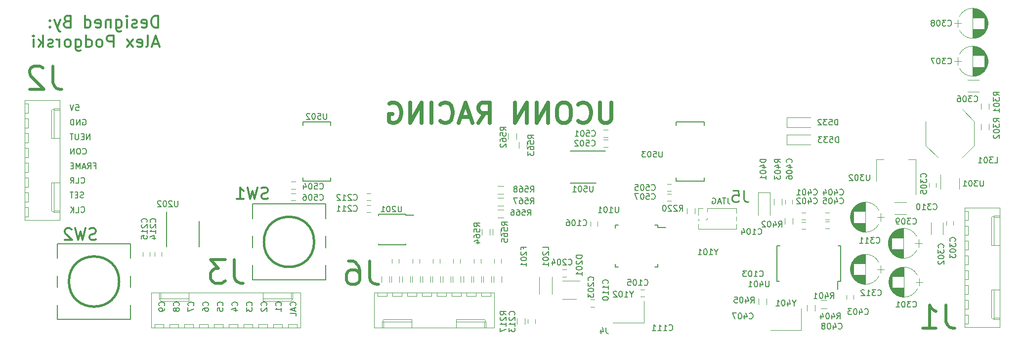
<source format=gbo>
G04 #@! TF.GenerationSoftware,KiCad,Pcbnew,(5.1.9)-1*
G04 #@! TF.CreationDate,2021-02-21T21:58:38-05:00*
G04 #@! TF.ProjectId,FSAE Main Panel,46534145-204d-4616-996e-2050616e656c,rev?*
G04 #@! TF.SameCoordinates,Original*
G04 #@! TF.FileFunction,Legend,Bot*
G04 #@! TF.FilePolarity,Positive*
%FSLAX46Y46*%
G04 Gerber Fmt 4.6, Leading zero omitted, Abs format (unit mm)*
G04 Created by KiCad (PCBNEW (5.1.9)-1) date 2021-02-21 21:58:38*
%MOMM*%
%LPD*%
G01*
G04 APERTURE LIST*
%ADD10C,0.350000*%
%ADD11C,0.650000*%
%ADD12C,0.200000*%
%ADD13C,0.150000*%
%ADD14C,0.120000*%
%ADD15C,0.400000*%
%ADD16C,0.550000*%
%ADD17C,0.250000*%
G04 APERTURE END LIST*
D10*
X127796309Y-66729761D02*
X127796309Y-64729761D01*
X127320119Y-64729761D01*
X127034404Y-64825000D01*
X126843928Y-65015476D01*
X126748690Y-65205952D01*
X126653452Y-65586904D01*
X126653452Y-65872619D01*
X126748690Y-66253571D01*
X126843928Y-66444047D01*
X127034404Y-66634523D01*
X127320119Y-66729761D01*
X127796309Y-66729761D01*
X125034404Y-66634523D02*
X125224880Y-66729761D01*
X125605833Y-66729761D01*
X125796309Y-66634523D01*
X125891547Y-66444047D01*
X125891547Y-65682142D01*
X125796309Y-65491666D01*
X125605833Y-65396428D01*
X125224880Y-65396428D01*
X125034404Y-65491666D01*
X124939166Y-65682142D01*
X124939166Y-65872619D01*
X125891547Y-66063095D01*
X124177261Y-66634523D02*
X123986785Y-66729761D01*
X123605833Y-66729761D01*
X123415357Y-66634523D01*
X123320119Y-66444047D01*
X123320119Y-66348809D01*
X123415357Y-66158333D01*
X123605833Y-66063095D01*
X123891547Y-66063095D01*
X124082023Y-65967857D01*
X124177261Y-65777380D01*
X124177261Y-65682142D01*
X124082023Y-65491666D01*
X123891547Y-65396428D01*
X123605833Y-65396428D01*
X123415357Y-65491666D01*
X122462976Y-66729761D02*
X122462976Y-65396428D01*
X122462976Y-64729761D02*
X122558214Y-64825000D01*
X122462976Y-64920238D01*
X122367738Y-64825000D01*
X122462976Y-64729761D01*
X122462976Y-64920238D01*
X120653452Y-65396428D02*
X120653452Y-67015476D01*
X120748690Y-67205952D01*
X120843928Y-67301190D01*
X121034404Y-67396428D01*
X121320119Y-67396428D01*
X121510595Y-67301190D01*
X120653452Y-66634523D02*
X120843928Y-66729761D01*
X121224880Y-66729761D01*
X121415357Y-66634523D01*
X121510595Y-66539285D01*
X121605833Y-66348809D01*
X121605833Y-65777380D01*
X121510595Y-65586904D01*
X121415357Y-65491666D01*
X121224880Y-65396428D01*
X120843928Y-65396428D01*
X120653452Y-65491666D01*
X119701071Y-65396428D02*
X119701071Y-66729761D01*
X119701071Y-65586904D02*
X119605833Y-65491666D01*
X119415357Y-65396428D01*
X119129642Y-65396428D01*
X118939166Y-65491666D01*
X118843928Y-65682142D01*
X118843928Y-66729761D01*
X117129642Y-66634523D02*
X117320119Y-66729761D01*
X117701071Y-66729761D01*
X117891547Y-66634523D01*
X117986785Y-66444047D01*
X117986785Y-65682142D01*
X117891547Y-65491666D01*
X117701071Y-65396428D01*
X117320119Y-65396428D01*
X117129642Y-65491666D01*
X117034404Y-65682142D01*
X117034404Y-65872619D01*
X117986785Y-66063095D01*
X115320119Y-66729761D02*
X115320119Y-64729761D01*
X115320119Y-66634523D02*
X115510595Y-66729761D01*
X115891547Y-66729761D01*
X116082023Y-66634523D01*
X116177261Y-66539285D01*
X116272500Y-66348809D01*
X116272500Y-65777380D01*
X116177261Y-65586904D01*
X116082023Y-65491666D01*
X115891547Y-65396428D01*
X115510595Y-65396428D01*
X115320119Y-65491666D01*
X112177261Y-65682142D02*
X111891547Y-65777380D01*
X111796309Y-65872619D01*
X111701071Y-66063095D01*
X111701071Y-66348809D01*
X111796309Y-66539285D01*
X111891547Y-66634523D01*
X112082023Y-66729761D01*
X112843928Y-66729761D01*
X112843928Y-64729761D01*
X112177261Y-64729761D01*
X111986785Y-64825000D01*
X111891547Y-64920238D01*
X111796309Y-65110714D01*
X111796309Y-65301190D01*
X111891547Y-65491666D01*
X111986785Y-65586904D01*
X112177261Y-65682142D01*
X112843928Y-65682142D01*
X111034404Y-65396428D02*
X110558214Y-66729761D01*
X110082023Y-65396428D02*
X110558214Y-66729761D01*
X110748690Y-67205952D01*
X110843928Y-67301190D01*
X111034404Y-67396428D01*
X109320119Y-66539285D02*
X109224880Y-66634523D01*
X109320119Y-66729761D01*
X109415357Y-66634523D01*
X109320119Y-66539285D01*
X109320119Y-66729761D01*
X109320119Y-65491666D02*
X109224880Y-65586904D01*
X109320119Y-65682142D01*
X109415357Y-65586904D01*
X109320119Y-65491666D01*
X109320119Y-65682142D01*
X127891547Y-69508333D02*
X126939166Y-69508333D01*
X128082023Y-70079761D02*
X127415357Y-68079761D01*
X126748690Y-70079761D01*
X125796309Y-70079761D02*
X125986785Y-69984523D01*
X126082023Y-69794047D01*
X126082023Y-68079761D01*
X124272500Y-69984523D02*
X124462976Y-70079761D01*
X124843928Y-70079761D01*
X125034404Y-69984523D01*
X125129642Y-69794047D01*
X125129642Y-69032142D01*
X125034404Y-68841666D01*
X124843928Y-68746428D01*
X124462976Y-68746428D01*
X124272500Y-68841666D01*
X124177261Y-69032142D01*
X124177261Y-69222619D01*
X125129642Y-69413095D01*
X123510595Y-70079761D02*
X122462976Y-68746428D01*
X123510595Y-68746428D02*
X122462976Y-70079761D01*
X120177261Y-70079761D02*
X120177261Y-68079761D01*
X119415357Y-68079761D01*
X119224880Y-68175000D01*
X119129642Y-68270238D01*
X119034404Y-68460714D01*
X119034404Y-68746428D01*
X119129642Y-68936904D01*
X119224880Y-69032142D01*
X119415357Y-69127380D01*
X120177261Y-69127380D01*
X117891547Y-70079761D02*
X118082023Y-69984523D01*
X118177261Y-69889285D01*
X118272500Y-69698809D01*
X118272500Y-69127380D01*
X118177261Y-68936904D01*
X118082023Y-68841666D01*
X117891547Y-68746428D01*
X117605833Y-68746428D01*
X117415357Y-68841666D01*
X117320119Y-68936904D01*
X117224880Y-69127380D01*
X117224880Y-69698809D01*
X117320119Y-69889285D01*
X117415357Y-69984523D01*
X117605833Y-70079761D01*
X117891547Y-70079761D01*
X115510595Y-70079761D02*
X115510595Y-68079761D01*
X115510595Y-69984523D02*
X115701071Y-70079761D01*
X116082023Y-70079761D01*
X116272500Y-69984523D01*
X116367738Y-69889285D01*
X116462976Y-69698809D01*
X116462976Y-69127380D01*
X116367738Y-68936904D01*
X116272500Y-68841666D01*
X116082023Y-68746428D01*
X115701071Y-68746428D01*
X115510595Y-68841666D01*
X113701071Y-68746428D02*
X113701071Y-70365476D01*
X113796309Y-70555952D01*
X113891547Y-70651190D01*
X114082023Y-70746428D01*
X114367738Y-70746428D01*
X114558214Y-70651190D01*
X113701071Y-69984523D02*
X113891547Y-70079761D01*
X114272500Y-70079761D01*
X114462976Y-69984523D01*
X114558214Y-69889285D01*
X114653452Y-69698809D01*
X114653452Y-69127380D01*
X114558214Y-68936904D01*
X114462976Y-68841666D01*
X114272500Y-68746428D01*
X113891547Y-68746428D01*
X113701071Y-68841666D01*
X112462976Y-70079761D02*
X112653452Y-69984523D01*
X112748690Y-69889285D01*
X112843928Y-69698809D01*
X112843928Y-69127380D01*
X112748690Y-68936904D01*
X112653452Y-68841666D01*
X112462976Y-68746428D01*
X112177261Y-68746428D01*
X111986785Y-68841666D01*
X111891547Y-68936904D01*
X111796309Y-69127380D01*
X111796309Y-69698809D01*
X111891547Y-69889285D01*
X111986785Y-69984523D01*
X112177261Y-70079761D01*
X112462976Y-70079761D01*
X110939166Y-70079761D02*
X110939166Y-68746428D01*
X110939166Y-69127380D02*
X110843928Y-68936904D01*
X110748690Y-68841666D01*
X110558214Y-68746428D01*
X110367738Y-68746428D01*
X109796309Y-69984523D02*
X109605833Y-70079761D01*
X109224880Y-70079761D01*
X109034404Y-69984523D01*
X108939166Y-69794047D01*
X108939166Y-69698809D01*
X109034404Y-69508333D01*
X109224880Y-69413095D01*
X109510595Y-69413095D01*
X109701071Y-69317857D01*
X109796309Y-69127380D01*
X109796309Y-69032142D01*
X109701071Y-68841666D01*
X109510595Y-68746428D01*
X109224880Y-68746428D01*
X109034404Y-68841666D01*
X108082023Y-70079761D02*
X108082023Y-68079761D01*
X107891547Y-69317857D02*
X107320119Y-70079761D01*
X107320119Y-68746428D02*
X108082023Y-69508333D01*
X106462976Y-70079761D02*
X106462976Y-68746428D01*
X106462976Y-68079761D02*
X106558214Y-68175000D01*
X106462976Y-68270238D01*
X106367738Y-68175000D01*
X106462976Y-68079761D01*
X106462976Y-68270238D01*
D11*
X205500000Y-79583333D02*
X205500000Y-82416666D01*
X205333333Y-82750000D01*
X205166666Y-82916666D01*
X204833333Y-83083333D01*
X204166666Y-83083333D01*
X203833333Y-82916666D01*
X203666666Y-82750000D01*
X203500000Y-82416666D01*
X203500000Y-79583333D01*
X199833333Y-82750000D02*
X200000000Y-82916666D01*
X200500000Y-83083333D01*
X200833333Y-83083333D01*
X201333333Y-82916666D01*
X201666666Y-82583333D01*
X201833333Y-82250000D01*
X202000000Y-81583333D01*
X202000000Y-81083333D01*
X201833333Y-80416666D01*
X201666666Y-80083333D01*
X201333333Y-79750000D01*
X200833333Y-79583333D01*
X200500000Y-79583333D01*
X200000000Y-79750000D01*
X199833333Y-79916666D01*
X197666666Y-79583333D02*
X197000000Y-79583333D01*
X196666666Y-79750000D01*
X196333333Y-80083333D01*
X196166666Y-80750000D01*
X196166666Y-81916666D01*
X196333333Y-82583333D01*
X196666666Y-82916666D01*
X197000000Y-83083333D01*
X197666666Y-83083333D01*
X198000000Y-82916666D01*
X198333333Y-82583333D01*
X198500000Y-81916666D01*
X198500000Y-80750000D01*
X198333333Y-80083333D01*
X198000000Y-79750000D01*
X197666666Y-79583333D01*
X194666666Y-83083333D02*
X194666666Y-79583333D01*
X192666666Y-83083333D01*
X192666666Y-79583333D01*
X191000000Y-83083333D02*
X191000000Y-79583333D01*
X189000000Y-83083333D01*
X189000000Y-79583333D01*
X182666666Y-83083333D02*
X183833333Y-81416666D01*
X184666666Y-83083333D02*
X184666666Y-79583333D01*
X183333333Y-79583333D01*
X183000000Y-79750000D01*
X182833333Y-79916666D01*
X182666666Y-80250000D01*
X182666666Y-80750000D01*
X182833333Y-81083333D01*
X183000000Y-81250000D01*
X183333333Y-81416666D01*
X184666666Y-81416666D01*
X181333333Y-82083333D02*
X179666666Y-82083333D01*
X181666666Y-83083333D02*
X180500000Y-79583333D01*
X179333333Y-83083333D01*
X176166666Y-82750000D02*
X176333333Y-82916666D01*
X176833333Y-83083333D01*
X177166666Y-83083333D01*
X177666666Y-82916666D01*
X178000000Y-82583333D01*
X178166666Y-82250000D01*
X178333333Y-81583333D01*
X178333333Y-81083333D01*
X178166666Y-80416666D01*
X178000000Y-80083333D01*
X177666666Y-79750000D01*
X177166666Y-79583333D01*
X176833333Y-79583333D01*
X176333333Y-79750000D01*
X176166666Y-79916666D01*
X174666666Y-83083333D02*
X174666666Y-79583333D01*
X173000000Y-83083333D02*
X173000000Y-79583333D01*
X171000000Y-83083333D01*
X171000000Y-79583333D01*
X167500000Y-79750000D02*
X167833333Y-79583333D01*
X168333333Y-79583333D01*
X168833333Y-79750000D01*
X169166666Y-80083333D01*
X169333333Y-80416666D01*
X169500000Y-81083333D01*
X169500000Y-81583333D01*
X169333333Y-82250000D01*
X169166666Y-82583333D01*
X168833333Y-82916666D01*
X168333333Y-83083333D01*
X168000000Y-83083333D01*
X167500000Y-82916666D01*
X167333333Y-82750000D01*
X167333333Y-81583333D01*
X168000000Y-81583333D01*
D12*
X114630000Y-98357142D02*
X114677619Y-98404761D01*
X114820476Y-98452380D01*
X114915714Y-98452380D01*
X115058571Y-98404761D01*
X115153809Y-98309523D01*
X115201428Y-98214285D01*
X115249047Y-98023809D01*
X115249047Y-97880952D01*
X115201428Y-97690476D01*
X115153809Y-97595238D01*
X115058571Y-97500000D01*
X114915714Y-97452380D01*
X114820476Y-97452380D01*
X114677619Y-97500000D01*
X114630000Y-97547619D01*
X113725238Y-98452380D02*
X114201428Y-98452380D01*
X114201428Y-97452380D01*
X113391904Y-98452380D02*
X113391904Y-97452380D01*
X112820476Y-98452380D02*
X113249047Y-97880952D01*
X112820476Y-97452380D02*
X113391904Y-98023809D01*
X115058571Y-95904761D02*
X114915714Y-95952380D01*
X114677619Y-95952380D01*
X114582380Y-95904761D01*
X114534761Y-95857142D01*
X114487142Y-95761904D01*
X114487142Y-95666666D01*
X114534761Y-95571428D01*
X114582380Y-95523809D01*
X114677619Y-95476190D01*
X114868095Y-95428571D01*
X114963333Y-95380952D01*
X115010952Y-95333333D01*
X115058571Y-95238095D01*
X115058571Y-95142857D01*
X115010952Y-95047619D01*
X114963333Y-95000000D01*
X114868095Y-94952380D01*
X114630000Y-94952380D01*
X114487142Y-95000000D01*
X114058571Y-95428571D02*
X113725238Y-95428571D01*
X113582380Y-95952380D02*
X114058571Y-95952380D01*
X114058571Y-94952380D01*
X113582380Y-94952380D01*
X113296666Y-94952380D02*
X112725238Y-94952380D01*
X113010952Y-95952380D02*
X113010952Y-94952380D01*
X114630000Y-93357142D02*
X114677619Y-93404761D01*
X114820476Y-93452380D01*
X114915714Y-93452380D01*
X115058571Y-93404761D01*
X115153809Y-93309523D01*
X115201428Y-93214285D01*
X115249047Y-93023809D01*
X115249047Y-92880952D01*
X115201428Y-92690476D01*
X115153809Y-92595238D01*
X115058571Y-92500000D01*
X114915714Y-92452380D01*
X114820476Y-92452380D01*
X114677619Y-92500000D01*
X114630000Y-92547619D01*
X113725238Y-93452380D02*
X114201428Y-93452380D01*
X114201428Y-92452380D01*
X112820476Y-93452380D02*
X113153809Y-92976190D01*
X113391904Y-93452380D02*
X113391904Y-92452380D01*
X113010952Y-92452380D01*
X112915714Y-92500000D01*
X112868095Y-92547619D01*
X112820476Y-92642857D01*
X112820476Y-92785714D01*
X112868095Y-92880952D01*
X112915714Y-92928571D01*
X113010952Y-92976190D01*
X113391904Y-92976190D01*
X116820476Y-90428571D02*
X117153809Y-90428571D01*
X117153809Y-90952380D02*
X117153809Y-89952380D01*
X116677619Y-89952380D01*
X115725238Y-90952380D02*
X116058571Y-90476190D01*
X116296666Y-90952380D02*
X116296666Y-89952380D01*
X115915714Y-89952380D01*
X115820476Y-90000000D01*
X115772857Y-90047619D01*
X115725238Y-90142857D01*
X115725238Y-90285714D01*
X115772857Y-90380952D01*
X115820476Y-90428571D01*
X115915714Y-90476190D01*
X116296666Y-90476190D01*
X115344285Y-90666666D02*
X114868095Y-90666666D01*
X115439523Y-90952380D02*
X115106190Y-89952380D01*
X114772857Y-90952380D01*
X114439523Y-90952380D02*
X114439523Y-89952380D01*
X114106190Y-90666666D01*
X113772857Y-89952380D01*
X113772857Y-90952380D01*
X113296666Y-90428571D02*
X112963333Y-90428571D01*
X112820476Y-90952380D02*
X113296666Y-90952380D01*
X113296666Y-89952380D01*
X112820476Y-89952380D01*
X114915714Y-88357142D02*
X114963333Y-88404761D01*
X115106190Y-88452380D01*
X115201428Y-88452380D01*
X115344285Y-88404761D01*
X115439523Y-88309523D01*
X115487142Y-88214285D01*
X115534761Y-88023809D01*
X115534761Y-87880952D01*
X115487142Y-87690476D01*
X115439523Y-87595238D01*
X115344285Y-87500000D01*
X115201428Y-87452380D01*
X115106190Y-87452380D01*
X114963333Y-87500000D01*
X114915714Y-87547619D01*
X114296666Y-87452380D02*
X114106190Y-87452380D01*
X114010952Y-87500000D01*
X113915714Y-87595238D01*
X113868095Y-87785714D01*
X113868095Y-88119047D01*
X113915714Y-88309523D01*
X114010952Y-88404761D01*
X114106190Y-88452380D01*
X114296666Y-88452380D01*
X114391904Y-88404761D01*
X114487142Y-88309523D01*
X114534761Y-88119047D01*
X114534761Y-87785714D01*
X114487142Y-87595238D01*
X114391904Y-87500000D01*
X114296666Y-87452380D01*
X113439523Y-88452380D02*
X113439523Y-87452380D01*
X112868095Y-88452380D01*
X112868095Y-87452380D01*
X116153809Y-85952380D02*
X116153809Y-84952380D01*
X115582380Y-85952380D01*
X115582380Y-84952380D01*
X115106190Y-85428571D02*
X114772857Y-85428571D01*
X114630000Y-85952380D02*
X115106190Y-85952380D01*
X115106190Y-84952380D01*
X114630000Y-84952380D01*
X114201428Y-84952380D02*
X114201428Y-85761904D01*
X114153809Y-85857142D01*
X114106190Y-85904761D01*
X114010952Y-85952380D01*
X113820476Y-85952380D01*
X113725238Y-85904761D01*
X113677619Y-85857142D01*
X113630000Y-85761904D01*
X113630000Y-84952380D01*
X113296666Y-84952380D02*
X112725238Y-84952380D01*
X113010952Y-85952380D02*
X113010952Y-84952380D01*
X114915714Y-82500000D02*
X115010952Y-82452380D01*
X115153809Y-82452380D01*
X115296666Y-82500000D01*
X115391904Y-82595238D01*
X115439523Y-82690476D01*
X115487142Y-82880952D01*
X115487142Y-83023809D01*
X115439523Y-83214285D01*
X115391904Y-83309523D01*
X115296666Y-83404761D01*
X115153809Y-83452380D01*
X115058571Y-83452380D01*
X114915714Y-83404761D01*
X114868095Y-83357142D01*
X114868095Y-83023809D01*
X115058571Y-83023809D01*
X114439523Y-83452380D02*
X114439523Y-82452380D01*
X113868095Y-83452380D01*
X113868095Y-82452380D01*
X113391904Y-83452380D02*
X113391904Y-82452380D01*
X113153809Y-82452380D01*
X113010952Y-82500000D01*
X112915714Y-82595238D01*
X112868095Y-82690476D01*
X112820476Y-82880952D01*
X112820476Y-83023809D01*
X112868095Y-83214285D01*
X112915714Y-83309523D01*
X113010952Y-83404761D01*
X113153809Y-83452380D01*
X113391904Y-83452380D01*
X113725238Y-79952380D02*
X114201428Y-79952380D01*
X114249047Y-80428571D01*
X114201428Y-80380952D01*
X114106190Y-80333333D01*
X113868095Y-80333333D01*
X113772857Y-80380952D01*
X113725238Y-80428571D01*
X113677619Y-80523809D01*
X113677619Y-80761904D01*
X113725238Y-80857142D01*
X113772857Y-80904761D01*
X113868095Y-80952380D01*
X114106190Y-80952380D01*
X114201428Y-80904761D01*
X114249047Y-80857142D01*
X113391904Y-79952380D02*
X113058571Y-80952380D01*
X112725238Y-79952380D01*
X151357142Y-114439523D02*
X151404761Y-114391904D01*
X151452380Y-114249047D01*
X151452380Y-114153809D01*
X151404761Y-114010952D01*
X151309523Y-113915714D01*
X151214285Y-113868095D01*
X151023809Y-113820476D01*
X150880952Y-113820476D01*
X150690476Y-113868095D01*
X150595238Y-113915714D01*
X150500000Y-114010952D01*
X150452380Y-114153809D01*
X150452380Y-114249047D01*
X150500000Y-114391904D01*
X150547619Y-114439523D01*
X151166666Y-114820476D02*
X151166666Y-115296666D01*
X151452380Y-114725238D02*
X150452380Y-115058571D01*
X151452380Y-115391904D01*
X151452380Y-116201428D02*
X151452380Y-115725238D01*
X150452380Y-115725238D01*
X148857142Y-114439523D02*
X148904761Y-114391904D01*
X148952380Y-114249047D01*
X148952380Y-114153809D01*
X148904761Y-114010952D01*
X148809523Y-113915714D01*
X148714285Y-113868095D01*
X148523809Y-113820476D01*
X148380952Y-113820476D01*
X148190476Y-113868095D01*
X148095238Y-113915714D01*
X148000000Y-114010952D01*
X147952380Y-114153809D01*
X147952380Y-114249047D01*
X148000000Y-114391904D01*
X148047619Y-114439523D01*
X148952380Y-115391904D02*
X148952380Y-114820476D01*
X148952380Y-115106190D02*
X147952380Y-115106190D01*
X148095238Y-115010952D01*
X148190476Y-114915714D01*
X148238095Y-114820476D01*
X146357142Y-114439523D02*
X146404761Y-114391904D01*
X146452380Y-114249047D01*
X146452380Y-114153809D01*
X146404761Y-114010952D01*
X146309523Y-113915714D01*
X146214285Y-113868095D01*
X146023809Y-113820476D01*
X145880952Y-113820476D01*
X145690476Y-113868095D01*
X145595238Y-113915714D01*
X145500000Y-114010952D01*
X145452380Y-114153809D01*
X145452380Y-114249047D01*
X145500000Y-114391904D01*
X145547619Y-114439523D01*
X145547619Y-114820476D02*
X145500000Y-114868095D01*
X145452380Y-114963333D01*
X145452380Y-115201428D01*
X145500000Y-115296666D01*
X145547619Y-115344285D01*
X145642857Y-115391904D01*
X145738095Y-115391904D01*
X145880952Y-115344285D01*
X146452380Y-114772857D01*
X146452380Y-115391904D01*
X143857142Y-114439523D02*
X143904761Y-114391904D01*
X143952380Y-114249047D01*
X143952380Y-114153809D01*
X143904761Y-114010952D01*
X143809523Y-113915714D01*
X143714285Y-113868095D01*
X143523809Y-113820476D01*
X143380952Y-113820476D01*
X143190476Y-113868095D01*
X143095238Y-113915714D01*
X143000000Y-114010952D01*
X142952380Y-114153809D01*
X142952380Y-114249047D01*
X143000000Y-114391904D01*
X143047619Y-114439523D01*
X142952380Y-114772857D02*
X142952380Y-115391904D01*
X143333333Y-115058571D01*
X143333333Y-115201428D01*
X143380952Y-115296666D01*
X143428571Y-115344285D01*
X143523809Y-115391904D01*
X143761904Y-115391904D01*
X143857142Y-115344285D01*
X143904761Y-115296666D01*
X143952380Y-115201428D01*
X143952380Y-114915714D01*
X143904761Y-114820476D01*
X143857142Y-114772857D01*
X141357142Y-114439523D02*
X141404761Y-114391904D01*
X141452380Y-114249047D01*
X141452380Y-114153809D01*
X141404761Y-114010952D01*
X141309523Y-113915714D01*
X141214285Y-113868095D01*
X141023809Y-113820476D01*
X140880952Y-113820476D01*
X140690476Y-113868095D01*
X140595238Y-113915714D01*
X140500000Y-114010952D01*
X140452380Y-114153809D01*
X140452380Y-114249047D01*
X140500000Y-114391904D01*
X140547619Y-114439523D01*
X140785714Y-115296666D02*
X141452380Y-115296666D01*
X140404761Y-115058571D02*
X141119047Y-114820476D01*
X141119047Y-115439523D01*
X138857142Y-114439523D02*
X138904761Y-114391904D01*
X138952380Y-114249047D01*
X138952380Y-114153809D01*
X138904761Y-114010952D01*
X138809523Y-113915714D01*
X138714285Y-113868095D01*
X138523809Y-113820476D01*
X138380952Y-113820476D01*
X138190476Y-113868095D01*
X138095238Y-113915714D01*
X138000000Y-114010952D01*
X137952380Y-114153809D01*
X137952380Y-114249047D01*
X138000000Y-114391904D01*
X138047619Y-114439523D01*
X137952380Y-115344285D02*
X137952380Y-114868095D01*
X138428571Y-114820476D01*
X138380952Y-114868095D01*
X138333333Y-114963333D01*
X138333333Y-115201428D01*
X138380952Y-115296666D01*
X138428571Y-115344285D01*
X138523809Y-115391904D01*
X138761904Y-115391904D01*
X138857142Y-115344285D01*
X138904761Y-115296666D01*
X138952380Y-115201428D01*
X138952380Y-114963333D01*
X138904761Y-114868095D01*
X138857142Y-114820476D01*
X136357142Y-114439523D02*
X136404761Y-114391904D01*
X136452380Y-114249047D01*
X136452380Y-114153809D01*
X136404761Y-114010952D01*
X136309523Y-113915714D01*
X136214285Y-113868095D01*
X136023809Y-113820476D01*
X135880952Y-113820476D01*
X135690476Y-113868095D01*
X135595238Y-113915714D01*
X135500000Y-114010952D01*
X135452380Y-114153809D01*
X135452380Y-114249047D01*
X135500000Y-114391904D01*
X135547619Y-114439523D01*
X135452380Y-115296666D02*
X135452380Y-115106190D01*
X135500000Y-115010952D01*
X135547619Y-114963333D01*
X135690476Y-114868095D01*
X135880952Y-114820476D01*
X136261904Y-114820476D01*
X136357142Y-114868095D01*
X136404761Y-114915714D01*
X136452380Y-115010952D01*
X136452380Y-115201428D01*
X136404761Y-115296666D01*
X136357142Y-115344285D01*
X136261904Y-115391904D01*
X136023809Y-115391904D01*
X135928571Y-115344285D01*
X135880952Y-115296666D01*
X135833333Y-115201428D01*
X135833333Y-115010952D01*
X135880952Y-114915714D01*
X135928571Y-114868095D01*
X136023809Y-114820476D01*
X133857142Y-114439523D02*
X133904761Y-114391904D01*
X133952380Y-114249047D01*
X133952380Y-114153809D01*
X133904761Y-114010952D01*
X133809523Y-113915714D01*
X133714285Y-113868095D01*
X133523809Y-113820476D01*
X133380952Y-113820476D01*
X133190476Y-113868095D01*
X133095238Y-113915714D01*
X133000000Y-114010952D01*
X132952380Y-114153809D01*
X132952380Y-114249047D01*
X133000000Y-114391904D01*
X133047619Y-114439523D01*
X132952380Y-114772857D02*
X132952380Y-115439523D01*
X133952380Y-115010952D01*
X131357142Y-114439523D02*
X131404761Y-114391904D01*
X131452380Y-114249047D01*
X131452380Y-114153809D01*
X131404761Y-114010952D01*
X131309523Y-113915714D01*
X131214285Y-113868095D01*
X131023809Y-113820476D01*
X130880952Y-113820476D01*
X130690476Y-113868095D01*
X130595238Y-113915714D01*
X130500000Y-114010952D01*
X130452380Y-114153809D01*
X130452380Y-114249047D01*
X130500000Y-114391904D01*
X130547619Y-114439523D01*
X130880952Y-115010952D02*
X130833333Y-114915714D01*
X130785714Y-114868095D01*
X130690476Y-114820476D01*
X130642857Y-114820476D01*
X130547619Y-114868095D01*
X130500000Y-114915714D01*
X130452380Y-115010952D01*
X130452380Y-115201428D01*
X130500000Y-115296666D01*
X130547619Y-115344285D01*
X130642857Y-115391904D01*
X130690476Y-115391904D01*
X130785714Y-115344285D01*
X130833333Y-115296666D01*
X130880952Y-115201428D01*
X130880952Y-115010952D01*
X130928571Y-114915714D01*
X130976190Y-114868095D01*
X131071428Y-114820476D01*
X131261904Y-114820476D01*
X131357142Y-114868095D01*
X131404761Y-114915714D01*
X131452380Y-115010952D01*
X131452380Y-115201428D01*
X131404761Y-115296666D01*
X131357142Y-115344285D01*
X131261904Y-115391904D01*
X131071428Y-115391904D01*
X130976190Y-115344285D01*
X130928571Y-115296666D01*
X130880952Y-115201428D01*
X128857142Y-114439523D02*
X128904761Y-114391904D01*
X128952380Y-114249047D01*
X128952380Y-114153809D01*
X128904761Y-114010952D01*
X128809523Y-113915714D01*
X128714285Y-113868095D01*
X128523809Y-113820476D01*
X128380952Y-113820476D01*
X128190476Y-113868095D01*
X128095238Y-113915714D01*
X128000000Y-114010952D01*
X127952380Y-114153809D01*
X127952380Y-114249047D01*
X128000000Y-114391904D01*
X128047619Y-114439523D01*
X128952380Y-114915714D02*
X128952380Y-115106190D01*
X128904761Y-115201428D01*
X128857142Y-115249047D01*
X128714285Y-115344285D01*
X128523809Y-115391904D01*
X128142857Y-115391904D01*
X128047619Y-115344285D01*
X128000000Y-115296666D01*
X127952380Y-115201428D01*
X127952380Y-115010952D01*
X128000000Y-114915714D01*
X128047619Y-114868095D01*
X128142857Y-114820476D01*
X128380952Y-114820476D01*
X128476190Y-114868095D01*
X128523809Y-114915714D01*
X128571428Y-115010952D01*
X128571428Y-115201428D01*
X128523809Y-115296666D01*
X128476190Y-115344285D01*
X128380952Y-115391904D01*
D13*
X170225000Y-98900000D02*
X171575000Y-98900000D01*
X170225000Y-104025000D02*
X165575000Y-104025000D01*
X170225000Y-98775000D02*
X165575000Y-98775000D01*
X170225000Y-104025000D02*
X170225000Y-103800000D01*
X165575000Y-104025000D02*
X165575000Y-103800000D01*
X165575000Y-98775000D02*
X165575000Y-99000000D01*
X170225000Y-98775000D02*
X170225000Y-98900000D01*
X202850000Y-93400000D02*
X198450000Y-93400000D01*
X204425000Y-87875000D02*
X198450000Y-87875000D01*
X129300000Y-98325000D02*
X129300000Y-104300000D01*
X134825000Y-99900000D02*
X134825000Y-104300000D01*
X244250000Y-110250000D02*
X244250000Y-111650000D01*
X244800000Y-110250000D02*
X244250000Y-110250000D01*
X233800000Y-110250000D02*
X234300000Y-110250000D01*
X233800000Y-104150000D02*
X234350000Y-104150000D01*
X244800000Y-104150000D02*
X244300000Y-104150000D01*
X244800000Y-110250000D02*
X244800000Y-104150000D01*
X233800000Y-110250000D02*
X233800000Y-104150000D01*
D14*
X165420000Y-112800000D02*
X165420000Y-112180000D01*
X167020000Y-112800000D02*
X165420000Y-112800000D01*
X167020000Y-112180000D02*
X167020000Y-112800000D01*
X167960000Y-112800000D02*
X167960000Y-112180000D01*
X169560000Y-112800000D02*
X167960000Y-112800000D01*
X169560000Y-112180000D02*
X169560000Y-112800000D01*
X170500000Y-112800000D02*
X170500000Y-112180000D01*
X172100000Y-112800000D02*
X170500000Y-112800000D01*
X172100000Y-112180000D02*
X172100000Y-112800000D01*
X173040000Y-112800000D02*
X173040000Y-112180000D01*
X174640000Y-112800000D02*
X173040000Y-112800000D01*
X174640000Y-112180000D02*
X174640000Y-112800000D01*
X175580000Y-112800000D02*
X175580000Y-112180000D01*
X177180000Y-112800000D02*
X175580000Y-112800000D01*
X177180000Y-112180000D02*
X177180000Y-112800000D01*
X178120000Y-112800000D02*
X178120000Y-112180000D01*
X179720000Y-112800000D02*
X178120000Y-112800000D01*
X179720000Y-112180000D02*
X179720000Y-112800000D01*
X180660000Y-112800000D02*
X180660000Y-112180000D01*
X182260000Y-112800000D02*
X180660000Y-112800000D01*
X182260000Y-112180000D02*
X182260000Y-112800000D01*
X183200000Y-112800000D02*
X183200000Y-112180000D01*
X184800000Y-112800000D02*
X183200000Y-112800000D01*
X184800000Y-112180000D02*
X184800000Y-112800000D01*
X166470000Y-118180000D02*
X166470000Y-117180000D01*
X171300000Y-116750000D02*
X171300000Y-117180000D01*
X166470000Y-116750000D02*
X171300000Y-116750000D01*
X166220000Y-117180000D02*
X166470000Y-116750000D01*
X171300000Y-117180000D02*
X171300000Y-118180000D01*
X166220000Y-117180000D02*
X171300000Y-117180000D01*
X166220000Y-118180000D02*
X166220000Y-117180000D01*
X183750000Y-118180000D02*
X183750000Y-117180000D01*
X178920000Y-116750000D02*
X178920000Y-117180000D01*
X183750000Y-116750000D02*
X178920000Y-116750000D01*
X184000000Y-117180000D02*
X183750000Y-116750000D01*
X178920000Y-117180000D02*
X178920000Y-118180000D01*
X184000000Y-117180000D02*
X178920000Y-117180000D01*
X184000000Y-118180000D02*
X184000000Y-117180000D01*
X164850000Y-112180000D02*
X185370000Y-112180000D01*
X164850000Y-118180000D02*
X164850000Y-112180000D01*
X185370000Y-118180000D02*
X164850000Y-118180000D01*
X185370000Y-112180000D02*
X185370000Y-118180000D01*
D13*
X221400000Y-82950000D02*
X221400000Y-83500000D01*
X216600000Y-82950000D02*
X221400000Y-82950000D01*
X216600000Y-83500000D02*
X216600000Y-82950000D01*
X216600000Y-93050000D02*
X216600000Y-92500000D01*
X221400000Y-93050000D02*
X216600000Y-93050000D01*
X221400000Y-92500000D02*
X221400000Y-93050000D01*
D14*
X235550000Y-83850000D02*
X239600000Y-83850000D01*
X235550000Y-82150000D02*
X239600000Y-82150000D01*
X235500000Y-83850000D02*
X235500000Y-82150000D01*
X235550000Y-86850000D02*
X239600000Y-86850000D01*
X235550000Y-85150000D02*
X239600000Y-85150000D01*
X235500000Y-86850000D02*
X235500000Y-85150000D01*
X211150000Y-111700000D02*
X210450000Y-111700000D01*
X210450000Y-112900000D02*
X211150000Y-112900000D01*
X201900000Y-100050000D02*
X201900000Y-100750000D01*
X203100000Y-100750000D02*
X203100000Y-100050000D01*
X201910000Y-114630000D02*
X202610000Y-114630000D01*
X202610000Y-113430000D02*
X201910000Y-113430000D01*
X197050000Y-109470000D02*
X197750000Y-109470000D01*
X197750000Y-108270000D02*
X197050000Y-108270000D01*
X186600000Y-107150000D02*
X186600000Y-106450000D01*
X185400000Y-106450000D02*
X185400000Y-107150000D01*
X183100000Y-107150000D02*
X183100000Y-106450000D01*
X181900000Y-106450000D02*
X181900000Y-107150000D01*
X178400000Y-106450000D02*
X178400000Y-107150000D01*
X179600000Y-107150000D02*
X179600000Y-106450000D01*
X176100000Y-107150000D02*
X176100000Y-106450000D01*
X174900000Y-106450000D02*
X174900000Y-107150000D01*
X171400000Y-106450000D02*
X171400000Y-107150000D01*
X172600000Y-107150000D02*
X172600000Y-106450000D01*
X169100000Y-107150000D02*
X169100000Y-106450000D01*
X167900000Y-106450000D02*
X167900000Y-107150000D01*
X163550000Y-98400000D02*
X164250000Y-98400000D01*
X164250000Y-97200000D02*
X163550000Y-97200000D01*
X164250000Y-95200000D02*
X163550000Y-95200000D01*
X163550000Y-96400000D02*
X164250000Y-96400000D01*
X192400000Y-117500000D02*
X192400000Y-116800000D01*
X191200000Y-116800000D02*
X191200000Y-117500000D01*
X127200000Y-105250000D02*
X127200000Y-105950000D01*
X128400000Y-105950000D02*
X128400000Y-105250000D01*
X125200000Y-105250000D02*
X125200000Y-105950000D01*
X126400000Y-105950000D02*
X126400000Y-105250000D01*
X258200000Y-109750000D02*
X258200000Y-111050000D01*
X258800000Y-110400000D02*
X257600000Y-110400000D01*
X253039000Y-110046000D02*
X253039000Y-110754000D01*
X253079000Y-109841000D02*
X253079000Y-110959000D01*
X253119000Y-109693000D02*
X253119000Y-111107000D01*
X253159000Y-109571000D02*
X253159000Y-111229000D01*
X253199000Y-109466000D02*
X253199000Y-111334000D01*
X253239000Y-109372000D02*
X253239000Y-111428000D01*
X253279000Y-109288000D02*
X253279000Y-111512000D01*
X253319000Y-109211000D02*
X253319000Y-111589000D01*
X253359000Y-109139000D02*
X253359000Y-111661000D01*
X253399000Y-109073000D02*
X253399000Y-111727000D01*
X253439000Y-109010000D02*
X253439000Y-111790000D01*
X253479000Y-108952000D02*
X253479000Y-111848000D01*
X253519000Y-108896000D02*
X253519000Y-111904000D01*
X253559000Y-108844000D02*
X253559000Y-111956000D01*
X253599000Y-108794000D02*
X253599000Y-112006000D01*
X253639000Y-111380000D02*
X253639000Y-112054000D01*
X253639000Y-108746000D02*
X253639000Y-109420000D01*
X253679000Y-111380000D02*
X253679000Y-112099000D01*
X253679000Y-108701000D02*
X253679000Y-109420000D01*
X253719000Y-111380000D02*
X253719000Y-112142000D01*
X253719000Y-108658000D02*
X253719000Y-109420000D01*
X253759000Y-111380000D02*
X253759000Y-112183000D01*
X253759000Y-108617000D02*
X253759000Y-109420000D01*
X253799000Y-111380000D02*
X253799000Y-112223000D01*
X253799000Y-108577000D02*
X253799000Y-109420000D01*
X253839000Y-111380000D02*
X253839000Y-112261000D01*
X253839000Y-108539000D02*
X253839000Y-109420000D01*
X253879000Y-111380000D02*
X253879000Y-112297000D01*
X253879000Y-108503000D02*
X253879000Y-109420000D01*
X253919000Y-111380000D02*
X253919000Y-112332000D01*
X253919000Y-108468000D02*
X253919000Y-109420000D01*
X253959000Y-111380000D02*
X253959000Y-112365000D01*
X253959000Y-108435000D02*
X253959000Y-109420000D01*
X253999000Y-111380000D02*
X253999000Y-112397000D01*
X253999000Y-108403000D02*
X253999000Y-109420000D01*
X254039000Y-111380000D02*
X254039000Y-112428000D01*
X254039000Y-108372000D02*
X254039000Y-109420000D01*
X254079000Y-111380000D02*
X254079000Y-112458000D01*
X254079000Y-108342000D02*
X254079000Y-109420000D01*
X254119000Y-111380000D02*
X254119000Y-112486000D01*
X254119000Y-108314000D02*
X254119000Y-109420000D01*
X254159000Y-111380000D02*
X254159000Y-112513000D01*
X254159000Y-108287000D02*
X254159000Y-109420000D01*
X254199000Y-111380000D02*
X254199000Y-112540000D01*
X254199000Y-108260000D02*
X254199000Y-109420000D01*
X254239000Y-111380000D02*
X254239000Y-112565000D01*
X254239000Y-108235000D02*
X254239000Y-109420000D01*
X254279000Y-111380000D02*
X254279000Y-112589000D01*
X254279000Y-108211000D02*
X254279000Y-109420000D01*
X254319000Y-111380000D02*
X254319000Y-112612000D01*
X254319000Y-108188000D02*
X254319000Y-109420000D01*
X254359000Y-111380000D02*
X254359000Y-112634000D01*
X254359000Y-108166000D02*
X254359000Y-109420000D01*
X254399000Y-111380000D02*
X254399000Y-112656000D01*
X254399000Y-108144000D02*
X254399000Y-109420000D01*
X254439000Y-111380000D02*
X254439000Y-112676000D01*
X254439000Y-108124000D02*
X254439000Y-109420000D01*
X254479000Y-111380000D02*
X254479000Y-112696000D01*
X254479000Y-108104000D02*
X254479000Y-109420000D01*
X254519000Y-111380000D02*
X254519000Y-112715000D01*
X254519000Y-108085000D02*
X254519000Y-109420000D01*
X254559000Y-111380000D02*
X254559000Y-112733000D01*
X254559000Y-108067000D02*
X254559000Y-109420000D01*
X254599000Y-111380000D02*
X254599000Y-112750000D01*
X254599000Y-108050000D02*
X254599000Y-109420000D01*
X254639000Y-111380000D02*
X254639000Y-112766000D01*
X254639000Y-108034000D02*
X254639000Y-109420000D01*
X254679000Y-111380000D02*
X254679000Y-112782000D01*
X254679000Y-108018000D02*
X254679000Y-109420000D01*
X254719000Y-111380000D02*
X254719000Y-112796000D01*
X254719000Y-108004000D02*
X254719000Y-109420000D01*
X254759000Y-111380000D02*
X254759000Y-112810000D01*
X254759000Y-107990000D02*
X254759000Y-109420000D01*
X254799000Y-111380000D02*
X254799000Y-112824000D01*
X254799000Y-107976000D02*
X254799000Y-109420000D01*
X254839000Y-111380000D02*
X254839000Y-112836000D01*
X254839000Y-107964000D02*
X254839000Y-109420000D01*
X254879000Y-111380000D02*
X254879000Y-112848000D01*
X254879000Y-107952000D02*
X254879000Y-109420000D01*
X254920000Y-111380000D02*
X254920000Y-112860000D01*
X254920000Y-107940000D02*
X254920000Y-109420000D01*
X254960000Y-111380000D02*
X254960000Y-112870000D01*
X254960000Y-107930000D02*
X254960000Y-109420000D01*
X255000000Y-111380000D02*
X255000000Y-112880000D01*
X255000000Y-107920000D02*
X255000000Y-109420000D01*
X255040000Y-111380000D02*
X255040000Y-112889000D01*
X255040000Y-107911000D02*
X255040000Y-109420000D01*
X255080000Y-111380000D02*
X255080000Y-112898000D01*
X255080000Y-107902000D02*
X255080000Y-109420000D01*
X255120000Y-111380000D02*
X255120000Y-112906000D01*
X255120000Y-107894000D02*
X255120000Y-109420000D01*
X255160000Y-111380000D02*
X255160000Y-112913000D01*
X255160000Y-107887000D02*
X255160000Y-109420000D01*
X255200000Y-111380000D02*
X255200000Y-112919000D01*
X255200000Y-107881000D02*
X255200000Y-109420000D01*
X255240000Y-111380000D02*
X255240000Y-112925000D01*
X255240000Y-107875000D02*
X255240000Y-109420000D01*
X255280000Y-111380000D02*
X255280000Y-112931000D01*
X255280000Y-107869000D02*
X255280000Y-109420000D01*
X255320000Y-111380000D02*
X255320000Y-112935000D01*
X255320000Y-107865000D02*
X255320000Y-109420000D01*
X255360000Y-111380000D02*
X255360000Y-112939000D01*
X255360000Y-107861000D02*
X255360000Y-109420000D01*
X255400000Y-111380000D02*
X255400000Y-112943000D01*
X255400000Y-107857000D02*
X255400000Y-109420000D01*
X255440000Y-111380000D02*
X255440000Y-112946000D01*
X255440000Y-107854000D02*
X255440000Y-109420000D01*
X255480000Y-111380000D02*
X255480000Y-112948000D01*
X255480000Y-107852000D02*
X255480000Y-109420000D01*
X255520000Y-111380000D02*
X255520000Y-112949000D01*
X255520000Y-107851000D02*
X255520000Y-109420000D01*
X255560000Y-111380000D02*
X255560000Y-112950000D01*
X255560000Y-107850000D02*
X255560000Y-109420000D01*
X255600000Y-107850000D02*
X255600000Y-112950000D01*
X253294278Y-111579723D02*
G75*
G02*
X253294420Y-109220000I2305722J1179723D01*
G01*
X253294278Y-111579723D02*
G75*
G03*
X257905580Y-111580000I2305722J1179723D01*
G01*
X253294278Y-109220277D02*
G75*
G02*
X257905580Y-109220000I2305722J-1179723D01*
G01*
X262320000Y-100200000D02*
X262320000Y-102200000D01*
X260280000Y-102200000D02*
X260280000Y-100200000D01*
X262900000Y-99950000D02*
X262900000Y-100650000D01*
X264100000Y-100650000D02*
X264100000Y-99950000D01*
X261100000Y-94100000D02*
X261100000Y-93400000D01*
X259900000Y-93400000D02*
X259900000Y-94100000D01*
X268500000Y-77770000D02*
X266500000Y-77770000D01*
X266500000Y-75730000D02*
X268500000Y-75730000D01*
X264800000Y-73150000D02*
X264800000Y-71850000D01*
X264200000Y-72500000D02*
X265400000Y-72500000D01*
X269961000Y-72854000D02*
X269961000Y-72146000D01*
X269921000Y-73059000D02*
X269921000Y-71941000D01*
X269881000Y-73207000D02*
X269881000Y-71793000D01*
X269841000Y-73329000D02*
X269841000Y-71671000D01*
X269801000Y-73434000D02*
X269801000Y-71566000D01*
X269761000Y-73528000D02*
X269761000Y-71472000D01*
X269721000Y-73612000D02*
X269721000Y-71388000D01*
X269681000Y-73689000D02*
X269681000Y-71311000D01*
X269641000Y-73761000D02*
X269641000Y-71239000D01*
X269601000Y-73827000D02*
X269601000Y-71173000D01*
X269561000Y-73890000D02*
X269561000Y-71110000D01*
X269521000Y-73948000D02*
X269521000Y-71052000D01*
X269481000Y-74004000D02*
X269481000Y-70996000D01*
X269441000Y-74056000D02*
X269441000Y-70944000D01*
X269401000Y-74106000D02*
X269401000Y-70894000D01*
X269361000Y-71520000D02*
X269361000Y-70846000D01*
X269361000Y-74154000D02*
X269361000Y-73480000D01*
X269321000Y-71520000D02*
X269321000Y-70801000D01*
X269321000Y-74199000D02*
X269321000Y-73480000D01*
X269281000Y-71520000D02*
X269281000Y-70758000D01*
X269281000Y-74242000D02*
X269281000Y-73480000D01*
X269241000Y-71520000D02*
X269241000Y-70717000D01*
X269241000Y-74283000D02*
X269241000Y-73480000D01*
X269201000Y-71520000D02*
X269201000Y-70677000D01*
X269201000Y-74323000D02*
X269201000Y-73480000D01*
X269161000Y-71520000D02*
X269161000Y-70639000D01*
X269161000Y-74361000D02*
X269161000Y-73480000D01*
X269121000Y-71520000D02*
X269121000Y-70603000D01*
X269121000Y-74397000D02*
X269121000Y-73480000D01*
X269081000Y-71520000D02*
X269081000Y-70568000D01*
X269081000Y-74432000D02*
X269081000Y-73480000D01*
X269041000Y-71520000D02*
X269041000Y-70535000D01*
X269041000Y-74465000D02*
X269041000Y-73480000D01*
X269001000Y-71520000D02*
X269001000Y-70503000D01*
X269001000Y-74497000D02*
X269001000Y-73480000D01*
X268961000Y-71520000D02*
X268961000Y-70472000D01*
X268961000Y-74528000D02*
X268961000Y-73480000D01*
X268921000Y-71520000D02*
X268921000Y-70442000D01*
X268921000Y-74558000D02*
X268921000Y-73480000D01*
X268881000Y-71520000D02*
X268881000Y-70414000D01*
X268881000Y-74586000D02*
X268881000Y-73480000D01*
X268841000Y-71520000D02*
X268841000Y-70387000D01*
X268841000Y-74613000D02*
X268841000Y-73480000D01*
X268801000Y-71520000D02*
X268801000Y-70360000D01*
X268801000Y-74640000D02*
X268801000Y-73480000D01*
X268761000Y-71520000D02*
X268761000Y-70335000D01*
X268761000Y-74665000D02*
X268761000Y-73480000D01*
X268721000Y-71520000D02*
X268721000Y-70311000D01*
X268721000Y-74689000D02*
X268721000Y-73480000D01*
X268681000Y-71520000D02*
X268681000Y-70288000D01*
X268681000Y-74712000D02*
X268681000Y-73480000D01*
X268641000Y-71520000D02*
X268641000Y-70266000D01*
X268641000Y-74734000D02*
X268641000Y-73480000D01*
X268601000Y-71520000D02*
X268601000Y-70244000D01*
X268601000Y-74756000D02*
X268601000Y-73480000D01*
X268561000Y-71520000D02*
X268561000Y-70224000D01*
X268561000Y-74776000D02*
X268561000Y-73480000D01*
X268521000Y-71520000D02*
X268521000Y-70204000D01*
X268521000Y-74796000D02*
X268521000Y-73480000D01*
X268481000Y-71520000D02*
X268481000Y-70185000D01*
X268481000Y-74815000D02*
X268481000Y-73480000D01*
X268441000Y-71520000D02*
X268441000Y-70167000D01*
X268441000Y-74833000D02*
X268441000Y-73480000D01*
X268401000Y-71520000D02*
X268401000Y-70150000D01*
X268401000Y-74850000D02*
X268401000Y-73480000D01*
X268361000Y-71520000D02*
X268361000Y-70134000D01*
X268361000Y-74866000D02*
X268361000Y-73480000D01*
X268321000Y-71520000D02*
X268321000Y-70118000D01*
X268321000Y-74882000D02*
X268321000Y-73480000D01*
X268281000Y-71520000D02*
X268281000Y-70104000D01*
X268281000Y-74896000D02*
X268281000Y-73480000D01*
X268241000Y-71520000D02*
X268241000Y-70090000D01*
X268241000Y-74910000D02*
X268241000Y-73480000D01*
X268201000Y-71520000D02*
X268201000Y-70076000D01*
X268201000Y-74924000D02*
X268201000Y-73480000D01*
X268161000Y-71520000D02*
X268161000Y-70064000D01*
X268161000Y-74936000D02*
X268161000Y-73480000D01*
X268121000Y-71520000D02*
X268121000Y-70052000D01*
X268121000Y-74948000D02*
X268121000Y-73480000D01*
X268080000Y-71520000D02*
X268080000Y-70040000D01*
X268080000Y-74960000D02*
X268080000Y-73480000D01*
X268040000Y-71520000D02*
X268040000Y-70030000D01*
X268040000Y-74970000D02*
X268040000Y-73480000D01*
X268000000Y-71520000D02*
X268000000Y-70020000D01*
X268000000Y-74980000D02*
X268000000Y-73480000D01*
X267960000Y-71520000D02*
X267960000Y-70011000D01*
X267960000Y-74989000D02*
X267960000Y-73480000D01*
X267920000Y-71520000D02*
X267920000Y-70002000D01*
X267920000Y-74998000D02*
X267920000Y-73480000D01*
X267880000Y-71520000D02*
X267880000Y-69994000D01*
X267880000Y-75006000D02*
X267880000Y-73480000D01*
X267840000Y-71520000D02*
X267840000Y-69987000D01*
X267840000Y-75013000D02*
X267840000Y-73480000D01*
X267800000Y-71520000D02*
X267800000Y-69981000D01*
X267800000Y-75019000D02*
X267800000Y-73480000D01*
X267760000Y-71520000D02*
X267760000Y-69975000D01*
X267760000Y-75025000D02*
X267760000Y-73480000D01*
X267720000Y-71520000D02*
X267720000Y-69969000D01*
X267720000Y-75031000D02*
X267720000Y-73480000D01*
X267680000Y-71520000D02*
X267680000Y-69965000D01*
X267680000Y-75035000D02*
X267680000Y-73480000D01*
X267640000Y-71520000D02*
X267640000Y-69961000D01*
X267640000Y-75039000D02*
X267640000Y-73480000D01*
X267600000Y-71520000D02*
X267600000Y-69957000D01*
X267600000Y-75043000D02*
X267600000Y-73480000D01*
X267560000Y-71520000D02*
X267560000Y-69954000D01*
X267560000Y-75046000D02*
X267560000Y-73480000D01*
X267520000Y-71520000D02*
X267520000Y-69952000D01*
X267520000Y-75048000D02*
X267520000Y-73480000D01*
X267480000Y-71520000D02*
X267480000Y-69951000D01*
X267480000Y-75049000D02*
X267480000Y-73480000D01*
X267440000Y-71520000D02*
X267440000Y-69950000D01*
X267440000Y-75050000D02*
X267440000Y-73480000D01*
X267400000Y-75050000D02*
X267400000Y-69950000D01*
X269705722Y-71320277D02*
G75*
G02*
X269705580Y-73680000I-2305722J-1179723D01*
G01*
X269705722Y-71320277D02*
G75*
G03*
X265094420Y-71320000I-2305722J-1179723D01*
G01*
X269705722Y-73679723D02*
G75*
G02*
X265094420Y-73680000I-2305722J1179723D01*
G01*
X267400000Y-68550000D02*
X267400000Y-63450000D01*
X267440000Y-68550000D02*
X267440000Y-66980000D01*
X267440000Y-65020000D02*
X267440000Y-63450000D01*
X267480000Y-68549000D02*
X267480000Y-66980000D01*
X267480000Y-65020000D02*
X267480000Y-63451000D01*
X267520000Y-68548000D02*
X267520000Y-66980000D01*
X267520000Y-65020000D02*
X267520000Y-63452000D01*
X267560000Y-68546000D02*
X267560000Y-66980000D01*
X267560000Y-65020000D02*
X267560000Y-63454000D01*
X267600000Y-68543000D02*
X267600000Y-66980000D01*
X267600000Y-65020000D02*
X267600000Y-63457000D01*
X267640000Y-68539000D02*
X267640000Y-66980000D01*
X267640000Y-65020000D02*
X267640000Y-63461000D01*
X267680000Y-68535000D02*
X267680000Y-66980000D01*
X267680000Y-65020000D02*
X267680000Y-63465000D01*
X267720000Y-68531000D02*
X267720000Y-66980000D01*
X267720000Y-65020000D02*
X267720000Y-63469000D01*
X267760000Y-68525000D02*
X267760000Y-66980000D01*
X267760000Y-65020000D02*
X267760000Y-63475000D01*
X267800000Y-68519000D02*
X267800000Y-66980000D01*
X267800000Y-65020000D02*
X267800000Y-63481000D01*
X267840000Y-68513000D02*
X267840000Y-66980000D01*
X267840000Y-65020000D02*
X267840000Y-63487000D01*
X267880000Y-68506000D02*
X267880000Y-66980000D01*
X267880000Y-65020000D02*
X267880000Y-63494000D01*
X267920000Y-68498000D02*
X267920000Y-66980000D01*
X267920000Y-65020000D02*
X267920000Y-63502000D01*
X267960000Y-68489000D02*
X267960000Y-66980000D01*
X267960000Y-65020000D02*
X267960000Y-63511000D01*
X268000000Y-68480000D02*
X268000000Y-66980000D01*
X268000000Y-65020000D02*
X268000000Y-63520000D01*
X268040000Y-68470000D02*
X268040000Y-66980000D01*
X268040000Y-65020000D02*
X268040000Y-63530000D01*
X268080000Y-68460000D02*
X268080000Y-66980000D01*
X268080000Y-65020000D02*
X268080000Y-63540000D01*
X268121000Y-68448000D02*
X268121000Y-66980000D01*
X268121000Y-65020000D02*
X268121000Y-63552000D01*
X268161000Y-68436000D02*
X268161000Y-66980000D01*
X268161000Y-65020000D02*
X268161000Y-63564000D01*
X268201000Y-68424000D02*
X268201000Y-66980000D01*
X268201000Y-65020000D02*
X268201000Y-63576000D01*
X268241000Y-68410000D02*
X268241000Y-66980000D01*
X268241000Y-65020000D02*
X268241000Y-63590000D01*
X268281000Y-68396000D02*
X268281000Y-66980000D01*
X268281000Y-65020000D02*
X268281000Y-63604000D01*
X268321000Y-68382000D02*
X268321000Y-66980000D01*
X268321000Y-65020000D02*
X268321000Y-63618000D01*
X268361000Y-68366000D02*
X268361000Y-66980000D01*
X268361000Y-65020000D02*
X268361000Y-63634000D01*
X268401000Y-68350000D02*
X268401000Y-66980000D01*
X268401000Y-65020000D02*
X268401000Y-63650000D01*
X268441000Y-68333000D02*
X268441000Y-66980000D01*
X268441000Y-65020000D02*
X268441000Y-63667000D01*
X268481000Y-68315000D02*
X268481000Y-66980000D01*
X268481000Y-65020000D02*
X268481000Y-63685000D01*
X268521000Y-68296000D02*
X268521000Y-66980000D01*
X268521000Y-65020000D02*
X268521000Y-63704000D01*
X268561000Y-68276000D02*
X268561000Y-66980000D01*
X268561000Y-65020000D02*
X268561000Y-63724000D01*
X268601000Y-68256000D02*
X268601000Y-66980000D01*
X268601000Y-65020000D02*
X268601000Y-63744000D01*
X268641000Y-68234000D02*
X268641000Y-66980000D01*
X268641000Y-65020000D02*
X268641000Y-63766000D01*
X268681000Y-68212000D02*
X268681000Y-66980000D01*
X268681000Y-65020000D02*
X268681000Y-63788000D01*
X268721000Y-68189000D02*
X268721000Y-66980000D01*
X268721000Y-65020000D02*
X268721000Y-63811000D01*
X268761000Y-68165000D02*
X268761000Y-66980000D01*
X268761000Y-65020000D02*
X268761000Y-63835000D01*
X268801000Y-68140000D02*
X268801000Y-66980000D01*
X268801000Y-65020000D02*
X268801000Y-63860000D01*
X268841000Y-68113000D02*
X268841000Y-66980000D01*
X268841000Y-65020000D02*
X268841000Y-63887000D01*
X268881000Y-68086000D02*
X268881000Y-66980000D01*
X268881000Y-65020000D02*
X268881000Y-63914000D01*
X268921000Y-68058000D02*
X268921000Y-66980000D01*
X268921000Y-65020000D02*
X268921000Y-63942000D01*
X268961000Y-68028000D02*
X268961000Y-66980000D01*
X268961000Y-65020000D02*
X268961000Y-63972000D01*
X269001000Y-67997000D02*
X269001000Y-66980000D01*
X269001000Y-65020000D02*
X269001000Y-64003000D01*
X269041000Y-67965000D02*
X269041000Y-66980000D01*
X269041000Y-65020000D02*
X269041000Y-64035000D01*
X269081000Y-67932000D02*
X269081000Y-66980000D01*
X269081000Y-65020000D02*
X269081000Y-64068000D01*
X269121000Y-67897000D02*
X269121000Y-66980000D01*
X269121000Y-65020000D02*
X269121000Y-64103000D01*
X269161000Y-67861000D02*
X269161000Y-66980000D01*
X269161000Y-65020000D02*
X269161000Y-64139000D01*
X269201000Y-67823000D02*
X269201000Y-66980000D01*
X269201000Y-65020000D02*
X269201000Y-64177000D01*
X269241000Y-67783000D02*
X269241000Y-66980000D01*
X269241000Y-65020000D02*
X269241000Y-64217000D01*
X269281000Y-67742000D02*
X269281000Y-66980000D01*
X269281000Y-65020000D02*
X269281000Y-64258000D01*
X269321000Y-67699000D02*
X269321000Y-66980000D01*
X269321000Y-65020000D02*
X269321000Y-64301000D01*
X269361000Y-67654000D02*
X269361000Y-66980000D01*
X269361000Y-65020000D02*
X269361000Y-64346000D01*
X269401000Y-67606000D02*
X269401000Y-64394000D01*
X269441000Y-67556000D02*
X269441000Y-64444000D01*
X269481000Y-67504000D02*
X269481000Y-64496000D01*
X269521000Y-67448000D02*
X269521000Y-64552000D01*
X269561000Y-67390000D02*
X269561000Y-64610000D01*
X269601000Y-67327000D02*
X269601000Y-64673000D01*
X269641000Y-67261000D02*
X269641000Y-64739000D01*
X269681000Y-67189000D02*
X269681000Y-64811000D01*
X269721000Y-67112000D02*
X269721000Y-64888000D01*
X269761000Y-67028000D02*
X269761000Y-64972000D01*
X269801000Y-66934000D02*
X269801000Y-65066000D01*
X269841000Y-66829000D02*
X269841000Y-65171000D01*
X269881000Y-66707000D02*
X269881000Y-65293000D01*
X269921000Y-66559000D02*
X269921000Y-65441000D01*
X269961000Y-66354000D02*
X269961000Y-65646000D01*
X264200000Y-66000000D02*
X265400000Y-66000000D01*
X264800000Y-66650000D02*
X264800000Y-65350000D01*
X269705722Y-67179723D02*
G75*
G02*
X265094420Y-67180000I-2305722J1179723D01*
G01*
X269705722Y-64820277D02*
G75*
G03*
X265094420Y-64820000I-2305722J-1179723D01*
G01*
X269705722Y-64820277D02*
G75*
G02*
X269705580Y-67180000I-2305722J-1179723D01*
G01*
X258100000Y-103100000D02*
X258100000Y-104400000D01*
X258700000Y-103750000D02*
X257500000Y-103750000D01*
X252939000Y-103396000D02*
X252939000Y-104104000D01*
X252979000Y-103191000D02*
X252979000Y-104309000D01*
X253019000Y-103043000D02*
X253019000Y-104457000D01*
X253059000Y-102921000D02*
X253059000Y-104579000D01*
X253099000Y-102816000D02*
X253099000Y-104684000D01*
X253139000Y-102722000D02*
X253139000Y-104778000D01*
X253179000Y-102638000D02*
X253179000Y-104862000D01*
X253219000Y-102561000D02*
X253219000Y-104939000D01*
X253259000Y-102489000D02*
X253259000Y-105011000D01*
X253299000Y-102423000D02*
X253299000Y-105077000D01*
X253339000Y-102360000D02*
X253339000Y-105140000D01*
X253379000Y-102302000D02*
X253379000Y-105198000D01*
X253419000Y-102246000D02*
X253419000Y-105254000D01*
X253459000Y-102194000D02*
X253459000Y-105306000D01*
X253499000Y-102144000D02*
X253499000Y-105356000D01*
X253539000Y-104730000D02*
X253539000Y-105404000D01*
X253539000Y-102096000D02*
X253539000Y-102770000D01*
X253579000Y-104730000D02*
X253579000Y-105449000D01*
X253579000Y-102051000D02*
X253579000Y-102770000D01*
X253619000Y-104730000D02*
X253619000Y-105492000D01*
X253619000Y-102008000D02*
X253619000Y-102770000D01*
X253659000Y-104730000D02*
X253659000Y-105533000D01*
X253659000Y-101967000D02*
X253659000Y-102770000D01*
X253699000Y-104730000D02*
X253699000Y-105573000D01*
X253699000Y-101927000D02*
X253699000Y-102770000D01*
X253739000Y-104730000D02*
X253739000Y-105611000D01*
X253739000Y-101889000D02*
X253739000Y-102770000D01*
X253779000Y-104730000D02*
X253779000Y-105647000D01*
X253779000Y-101853000D02*
X253779000Y-102770000D01*
X253819000Y-104730000D02*
X253819000Y-105682000D01*
X253819000Y-101818000D02*
X253819000Y-102770000D01*
X253859000Y-104730000D02*
X253859000Y-105715000D01*
X253859000Y-101785000D02*
X253859000Y-102770000D01*
X253899000Y-104730000D02*
X253899000Y-105747000D01*
X253899000Y-101753000D02*
X253899000Y-102770000D01*
X253939000Y-104730000D02*
X253939000Y-105778000D01*
X253939000Y-101722000D02*
X253939000Y-102770000D01*
X253979000Y-104730000D02*
X253979000Y-105808000D01*
X253979000Y-101692000D02*
X253979000Y-102770000D01*
X254019000Y-104730000D02*
X254019000Y-105836000D01*
X254019000Y-101664000D02*
X254019000Y-102770000D01*
X254059000Y-104730000D02*
X254059000Y-105863000D01*
X254059000Y-101637000D02*
X254059000Y-102770000D01*
X254099000Y-104730000D02*
X254099000Y-105890000D01*
X254099000Y-101610000D02*
X254099000Y-102770000D01*
X254139000Y-104730000D02*
X254139000Y-105915000D01*
X254139000Y-101585000D02*
X254139000Y-102770000D01*
X254179000Y-104730000D02*
X254179000Y-105939000D01*
X254179000Y-101561000D02*
X254179000Y-102770000D01*
X254219000Y-104730000D02*
X254219000Y-105962000D01*
X254219000Y-101538000D02*
X254219000Y-102770000D01*
X254259000Y-104730000D02*
X254259000Y-105984000D01*
X254259000Y-101516000D02*
X254259000Y-102770000D01*
X254299000Y-104730000D02*
X254299000Y-106006000D01*
X254299000Y-101494000D02*
X254299000Y-102770000D01*
X254339000Y-104730000D02*
X254339000Y-106026000D01*
X254339000Y-101474000D02*
X254339000Y-102770000D01*
X254379000Y-104730000D02*
X254379000Y-106046000D01*
X254379000Y-101454000D02*
X254379000Y-102770000D01*
X254419000Y-104730000D02*
X254419000Y-106065000D01*
X254419000Y-101435000D02*
X254419000Y-102770000D01*
X254459000Y-104730000D02*
X254459000Y-106083000D01*
X254459000Y-101417000D02*
X254459000Y-102770000D01*
X254499000Y-104730000D02*
X254499000Y-106100000D01*
X254499000Y-101400000D02*
X254499000Y-102770000D01*
X254539000Y-104730000D02*
X254539000Y-106116000D01*
X254539000Y-101384000D02*
X254539000Y-102770000D01*
X254579000Y-104730000D02*
X254579000Y-106132000D01*
X254579000Y-101368000D02*
X254579000Y-102770000D01*
X254619000Y-104730000D02*
X254619000Y-106146000D01*
X254619000Y-101354000D02*
X254619000Y-102770000D01*
X254659000Y-104730000D02*
X254659000Y-106160000D01*
X254659000Y-101340000D02*
X254659000Y-102770000D01*
X254699000Y-104730000D02*
X254699000Y-106174000D01*
X254699000Y-101326000D02*
X254699000Y-102770000D01*
X254739000Y-104730000D02*
X254739000Y-106186000D01*
X254739000Y-101314000D02*
X254739000Y-102770000D01*
X254779000Y-104730000D02*
X254779000Y-106198000D01*
X254779000Y-101302000D02*
X254779000Y-102770000D01*
X254820000Y-104730000D02*
X254820000Y-106210000D01*
X254820000Y-101290000D02*
X254820000Y-102770000D01*
X254860000Y-104730000D02*
X254860000Y-106220000D01*
X254860000Y-101280000D02*
X254860000Y-102770000D01*
X254900000Y-104730000D02*
X254900000Y-106230000D01*
X254900000Y-101270000D02*
X254900000Y-102770000D01*
X254940000Y-104730000D02*
X254940000Y-106239000D01*
X254940000Y-101261000D02*
X254940000Y-102770000D01*
X254980000Y-104730000D02*
X254980000Y-106248000D01*
X254980000Y-101252000D02*
X254980000Y-102770000D01*
X255020000Y-104730000D02*
X255020000Y-106256000D01*
X255020000Y-101244000D02*
X255020000Y-102770000D01*
X255060000Y-104730000D02*
X255060000Y-106263000D01*
X255060000Y-101237000D02*
X255060000Y-102770000D01*
X255100000Y-104730000D02*
X255100000Y-106269000D01*
X255100000Y-101231000D02*
X255100000Y-102770000D01*
X255140000Y-104730000D02*
X255140000Y-106275000D01*
X255140000Y-101225000D02*
X255140000Y-102770000D01*
X255180000Y-104730000D02*
X255180000Y-106281000D01*
X255180000Y-101219000D02*
X255180000Y-102770000D01*
X255220000Y-104730000D02*
X255220000Y-106285000D01*
X255220000Y-101215000D02*
X255220000Y-102770000D01*
X255260000Y-104730000D02*
X255260000Y-106289000D01*
X255260000Y-101211000D02*
X255260000Y-102770000D01*
X255300000Y-104730000D02*
X255300000Y-106293000D01*
X255300000Y-101207000D02*
X255300000Y-102770000D01*
X255340000Y-104730000D02*
X255340000Y-106296000D01*
X255340000Y-101204000D02*
X255340000Y-102770000D01*
X255380000Y-104730000D02*
X255380000Y-106298000D01*
X255380000Y-101202000D02*
X255380000Y-102770000D01*
X255420000Y-104730000D02*
X255420000Y-106299000D01*
X255420000Y-101201000D02*
X255420000Y-102770000D01*
X255460000Y-104730000D02*
X255460000Y-106300000D01*
X255460000Y-101200000D02*
X255460000Y-102770000D01*
X255500000Y-101200000D02*
X255500000Y-106300000D01*
X253194278Y-104929723D02*
G75*
G02*
X253194420Y-102570000I2305722J1179723D01*
G01*
X253194278Y-104929723D02*
G75*
G03*
X257805580Y-104930000I2305722J1179723D01*
G01*
X253194278Y-102570277D02*
G75*
G02*
X257805580Y-102570000I2305722J-1179723D01*
G01*
X254000000Y-96730000D02*
X256000000Y-96730000D01*
X256000000Y-98770000D02*
X254000000Y-98770000D01*
X249000000Y-96700000D02*
X249000000Y-101800000D01*
X248960000Y-96700000D02*
X248960000Y-98270000D01*
X248960000Y-100230000D02*
X248960000Y-101800000D01*
X248920000Y-96701000D02*
X248920000Y-98270000D01*
X248920000Y-100230000D02*
X248920000Y-101799000D01*
X248880000Y-96702000D02*
X248880000Y-98270000D01*
X248880000Y-100230000D02*
X248880000Y-101798000D01*
X248840000Y-96704000D02*
X248840000Y-98270000D01*
X248840000Y-100230000D02*
X248840000Y-101796000D01*
X248800000Y-96707000D02*
X248800000Y-98270000D01*
X248800000Y-100230000D02*
X248800000Y-101793000D01*
X248760000Y-96711000D02*
X248760000Y-98270000D01*
X248760000Y-100230000D02*
X248760000Y-101789000D01*
X248720000Y-96715000D02*
X248720000Y-98270000D01*
X248720000Y-100230000D02*
X248720000Y-101785000D01*
X248680000Y-96719000D02*
X248680000Y-98270000D01*
X248680000Y-100230000D02*
X248680000Y-101781000D01*
X248640000Y-96725000D02*
X248640000Y-98270000D01*
X248640000Y-100230000D02*
X248640000Y-101775000D01*
X248600000Y-96731000D02*
X248600000Y-98270000D01*
X248600000Y-100230000D02*
X248600000Y-101769000D01*
X248560000Y-96737000D02*
X248560000Y-98270000D01*
X248560000Y-100230000D02*
X248560000Y-101763000D01*
X248520000Y-96744000D02*
X248520000Y-98270000D01*
X248520000Y-100230000D02*
X248520000Y-101756000D01*
X248480000Y-96752000D02*
X248480000Y-98270000D01*
X248480000Y-100230000D02*
X248480000Y-101748000D01*
X248440000Y-96761000D02*
X248440000Y-98270000D01*
X248440000Y-100230000D02*
X248440000Y-101739000D01*
X248400000Y-96770000D02*
X248400000Y-98270000D01*
X248400000Y-100230000D02*
X248400000Y-101730000D01*
X248360000Y-96780000D02*
X248360000Y-98270000D01*
X248360000Y-100230000D02*
X248360000Y-101720000D01*
X248320000Y-96790000D02*
X248320000Y-98270000D01*
X248320000Y-100230000D02*
X248320000Y-101710000D01*
X248279000Y-96802000D02*
X248279000Y-98270000D01*
X248279000Y-100230000D02*
X248279000Y-101698000D01*
X248239000Y-96814000D02*
X248239000Y-98270000D01*
X248239000Y-100230000D02*
X248239000Y-101686000D01*
X248199000Y-96826000D02*
X248199000Y-98270000D01*
X248199000Y-100230000D02*
X248199000Y-101674000D01*
X248159000Y-96840000D02*
X248159000Y-98270000D01*
X248159000Y-100230000D02*
X248159000Y-101660000D01*
X248119000Y-96854000D02*
X248119000Y-98270000D01*
X248119000Y-100230000D02*
X248119000Y-101646000D01*
X248079000Y-96868000D02*
X248079000Y-98270000D01*
X248079000Y-100230000D02*
X248079000Y-101632000D01*
X248039000Y-96884000D02*
X248039000Y-98270000D01*
X248039000Y-100230000D02*
X248039000Y-101616000D01*
X247999000Y-96900000D02*
X247999000Y-98270000D01*
X247999000Y-100230000D02*
X247999000Y-101600000D01*
X247959000Y-96917000D02*
X247959000Y-98270000D01*
X247959000Y-100230000D02*
X247959000Y-101583000D01*
X247919000Y-96935000D02*
X247919000Y-98270000D01*
X247919000Y-100230000D02*
X247919000Y-101565000D01*
X247879000Y-96954000D02*
X247879000Y-98270000D01*
X247879000Y-100230000D02*
X247879000Y-101546000D01*
X247839000Y-96974000D02*
X247839000Y-98270000D01*
X247839000Y-100230000D02*
X247839000Y-101526000D01*
X247799000Y-96994000D02*
X247799000Y-98270000D01*
X247799000Y-100230000D02*
X247799000Y-101506000D01*
X247759000Y-97016000D02*
X247759000Y-98270000D01*
X247759000Y-100230000D02*
X247759000Y-101484000D01*
X247719000Y-97038000D02*
X247719000Y-98270000D01*
X247719000Y-100230000D02*
X247719000Y-101462000D01*
X247679000Y-97061000D02*
X247679000Y-98270000D01*
X247679000Y-100230000D02*
X247679000Y-101439000D01*
X247639000Y-97085000D02*
X247639000Y-98270000D01*
X247639000Y-100230000D02*
X247639000Y-101415000D01*
X247599000Y-97110000D02*
X247599000Y-98270000D01*
X247599000Y-100230000D02*
X247599000Y-101390000D01*
X247559000Y-97137000D02*
X247559000Y-98270000D01*
X247559000Y-100230000D02*
X247559000Y-101363000D01*
X247519000Y-97164000D02*
X247519000Y-98270000D01*
X247519000Y-100230000D02*
X247519000Y-101336000D01*
X247479000Y-97192000D02*
X247479000Y-98270000D01*
X247479000Y-100230000D02*
X247479000Y-101308000D01*
X247439000Y-97222000D02*
X247439000Y-98270000D01*
X247439000Y-100230000D02*
X247439000Y-101278000D01*
X247399000Y-97253000D02*
X247399000Y-98270000D01*
X247399000Y-100230000D02*
X247399000Y-101247000D01*
X247359000Y-97285000D02*
X247359000Y-98270000D01*
X247359000Y-100230000D02*
X247359000Y-101215000D01*
X247319000Y-97318000D02*
X247319000Y-98270000D01*
X247319000Y-100230000D02*
X247319000Y-101182000D01*
X247279000Y-97353000D02*
X247279000Y-98270000D01*
X247279000Y-100230000D02*
X247279000Y-101147000D01*
X247239000Y-97389000D02*
X247239000Y-98270000D01*
X247239000Y-100230000D02*
X247239000Y-101111000D01*
X247199000Y-97427000D02*
X247199000Y-98270000D01*
X247199000Y-100230000D02*
X247199000Y-101073000D01*
X247159000Y-97467000D02*
X247159000Y-98270000D01*
X247159000Y-100230000D02*
X247159000Y-101033000D01*
X247119000Y-97508000D02*
X247119000Y-98270000D01*
X247119000Y-100230000D02*
X247119000Y-100992000D01*
X247079000Y-97551000D02*
X247079000Y-98270000D01*
X247079000Y-100230000D02*
X247079000Y-100949000D01*
X247039000Y-97596000D02*
X247039000Y-98270000D01*
X247039000Y-100230000D02*
X247039000Y-100904000D01*
X246999000Y-97644000D02*
X246999000Y-100856000D01*
X246959000Y-97694000D02*
X246959000Y-100806000D01*
X246919000Y-97746000D02*
X246919000Y-100754000D01*
X246879000Y-97802000D02*
X246879000Y-100698000D01*
X246839000Y-97860000D02*
X246839000Y-100640000D01*
X246799000Y-97923000D02*
X246799000Y-100577000D01*
X246759000Y-97989000D02*
X246759000Y-100511000D01*
X246719000Y-98061000D02*
X246719000Y-100439000D01*
X246679000Y-98138000D02*
X246679000Y-100362000D01*
X246639000Y-98222000D02*
X246639000Y-100278000D01*
X246599000Y-98316000D02*
X246599000Y-100184000D01*
X246559000Y-98421000D02*
X246559000Y-100079000D01*
X246519000Y-98543000D02*
X246519000Y-99957000D01*
X246479000Y-98691000D02*
X246479000Y-99809000D01*
X246439000Y-98896000D02*
X246439000Y-99604000D01*
X252200000Y-99250000D02*
X251000000Y-99250000D01*
X251600000Y-98600000D02*
X251600000Y-99900000D01*
X246694278Y-98070277D02*
G75*
G02*
X251305580Y-98070000I2305722J-1179723D01*
G01*
X246694278Y-100429723D02*
G75*
G03*
X251305580Y-100430000I2305722J1179723D01*
G01*
X246694278Y-100429723D02*
G75*
G02*
X246694420Y-98070000I2305722J1179723D01*
G01*
X249000000Y-105650000D02*
X249000000Y-110750000D01*
X248960000Y-105650000D02*
X248960000Y-107220000D01*
X248960000Y-109180000D02*
X248960000Y-110750000D01*
X248920000Y-105651000D02*
X248920000Y-107220000D01*
X248920000Y-109180000D02*
X248920000Y-110749000D01*
X248880000Y-105652000D02*
X248880000Y-107220000D01*
X248880000Y-109180000D02*
X248880000Y-110748000D01*
X248840000Y-105654000D02*
X248840000Y-107220000D01*
X248840000Y-109180000D02*
X248840000Y-110746000D01*
X248800000Y-105657000D02*
X248800000Y-107220000D01*
X248800000Y-109180000D02*
X248800000Y-110743000D01*
X248760000Y-105661000D02*
X248760000Y-107220000D01*
X248760000Y-109180000D02*
X248760000Y-110739000D01*
X248720000Y-105665000D02*
X248720000Y-107220000D01*
X248720000Y-109180000D02*
X248720000Y-110735000D01*
X248680000Y-105669000D02*
X248680000Y-107220000D01*
X248680000Y-109180000D02*
X248680000Y-110731000D01*
X248640000Y-105675000D02*
X248640000Y-107220000D01*
X248640000Y-109180000D02*
X248640000Y-110725000D01*
X248600000Y-105681000D02*
X248600000Y-107220000D01*
X248600000Y-109180000D02*
X248600000Y-110719000D01*
X248560000Y-105687000D02*
X248560000Y-107220000D01*
X248560000Y-109180000D02*
X248560000Y-110713000D01*
X248520000Y-105694000D02*
X248520000Y-107220000D01*
X248520000Y-109180000D02*
X248520000Y-110706000D01*
X248480000Y-105702000D02*
X248480000Y-107220000D01*
X248480000Y-109180000D02*
X248480000Y-110698000D01*
X248440000Y-105711000D02*
X248440000Y-107220000D01*
X248440000Y-109180000D02*
X248440000Y-110689000D01*
X248400000Y-105720000D02*
X248400000Y-107220000D01*
X248400000Y-109180000D02*
X248400000Y-110680000D01*
X248360000Y-105730000D02*
X248360000Y-107220000D01*
X248360000Y-109180000D02*
X248360000Y-110670000D01*
X248320000Y-105740000D02*
X248320000Y-107220000D01*
X248320000Y-109180000D02*
X248320000Y-110660000D01*
X248279000Y-105752000D02*
X248279000Y-107220000D01*
X248279000Y-109180000D02*
X248279000Y-110648000D01*
X248239000Y-105764000D02*
X248239000Y-107220000D01*
X248239000Y-109180000D02*
X248239000Y-110636000D01*
X248199000Y-105776000D02*
X248199000Y-107220000D01*
X248199000Y-109180000D02*
X248199000Y-110624000D01*
X248159000Y-105790000D02*
X248159000Y-107220000D01*
X248159000Y-109180000D02*
X248159000Y-110610000D01*
X248119000Y-105804000D02*
X248119000Y-107220000D01*
X248119000Y-109180000D02*
X248119000Y-110596000D01*
X248079000Y-105818000D02*
X248079000Y-107220000D01*
X248079000Y-109180000D02*
X248079000Y-110582000D01*
X248039000Y-105834000D02*
X248039000Y-107220000D01*
X248039000Y-109180000D02*
X248039000Y-110566000D01*
X247999000Y-105850000D02*
X247999000Y-107220000D01*
X247999000Y-109180000D02*
X247999000Y-110550000D01*
X247959000Y-105867000D02*
X247959000Y-107220000D01*
X247959000Y-109180000D02*
X247959000Y-110533000D01*
X247919000Y-105885000D02*
X247919000Y-107220000D01*
X247919000Y-109180000D02*
X247919000Y-110515000D01*
X247879000Y-105904000D02*
X247879000Y-107220000D01*
X247879000Y-109180000D02*
X247879000Y-110496000D01*
X247839000Y-105924000D02*
X247839000Y-107220000D01*
X247839000Y-109180000D02*
X247839000Y-110476000D01*
X247799000Y-105944000D02*
X247799000Y-107220000D01*
X247799000Y-109180000D02*
X247799000Y-110456000D01*
X247759000Y-105966000D02*
X247759000Y-107220000D01*
X247759000Y-109180000D02*
X247759000Y-110434000D01*
X247719000Y-105988000D02*
X247719000Y-107220000D01*
X247719000Y-109180000D02*
X247719000Y-110412000D01*
X247679000Y-106011000D02*
X247679000Y-107220000D01*
X247679000Y-109180000D02*
X247679000Y-110389000D01*
X247639000Y-106035000D02*
X247639000Y-107220000D01*
X247639000Y-109180000D02*
X247639000Y-110365000D01*
X247599000Y-106060000D02*
X247599000Y-107220000D01*
X247599000Y-109180000D02*
X247599000Y-110340000D01*
X247559000Y-106087000D02*
X247559000Y-107220000D01*
X247559000Y-109180000D02*
X247559000Y-110313000D01*
X247519000Y-106114000D02*
X247519000Y-107220000D01*
X247519000Y-109180000D02*
X247519000Y-110286000D01*
X247479000Y-106142000D02*
X247479000Y-107220000D01*
X247479000Y-109180000D02*
X247479000Y-110258000D01*
X247439000Y-106172000D02*
X247439000Y-107220000D01*
X247439000Y-109180000D02*
X247439000Y-110228000D01*
X247399000Y-106203000D02*
X247399000Y-107220000D01*
X247399000Y-109180000D02*
X247399000Y-110197000D01*
X247359000Y-106235000D02*
X247359000Y-107220000D01*
X247359000Y-109180000D02*
X247359000Y-110165000D01*
X247319000Y-106268000D02*
X247319000Y-107220000D01*
X247319000Y-109180000D02*
X247319000Y-110132000D01*
X247279000Y-106303000D02*
X247279000Y-107220000D01*
X247279000Y-109180000D02*
X247279000Y-110097000D01*
X247239000Y-106339000D02*
X247239000Y-107220000D01*
X247239000Y-109180000D02*
X247239000Y-110061000D01*
X247199000Y-106377000D02*
X247199000Y-107220000D01*
X247199000Y-109180000D02*
X247199000Y-110023000D01*
X247159000Y-106417000D02*
X247159000Y-107220000D01*
X247159000Y-109180000D02*
X247159000Y-109983000D01*
X247119000Y-106458000D02*
X247119000Y-107220000D01*
X247119000Y-109180000D02*
X247119000Y-109942000D01*
X247079000Y-106501000D02*
X247079000Y-107220000D01*
X247079000Y-109180000D02*
X247079000Y-109899000D01*
X247039000Y-106546000D02*
X247039000Y-107220000D01*
X247039000Y-109180000D02*
X247039000Y-109854000D01*
X246999000Y-106594000D02*
X246999000Y-109806000D01*
X246959000Y-106644000D02*
X246959000Y-109756000D01*
X246919000Y-106696000D02*
X246919000Y-109704000D01*
X246879000Y-106752000D02*
X246879000Y-109648000D01*
X246839000Y-106810000D02*
X246839000Y-109590000D01*
X246799000Y-106873000D02*
X246799000Y-109527000D01*
X246759000Y-106939000D02*
X246759000Y-109461000D01*
X246719000Y-107011000D02*
X246719000Y-109389000D01*
X246679000Y-107088000D02*
X246679000Y-109312000D01*
X246639000Y-107172000D02*
X246639000Y-109228000D01*
X246599000Y-107266000D02*
X246599000Y-109134000D01*
X246559000Y-107371000D02*
X246559000Y-109029000D01*
X246519000Y-107493000D02*
X246519000Y-108907000D01*
X246479000Y-107641000D02*
X246479000Y-108759000D01*
X246439000Y-107846000D02*
X246439000Y-108554000D01*
X252200000Y-108200000D02*
X251000000Y-108200000D01*
X251600000Y-107550000D02*
X251600000Y-108850000D01*
X246694278Y-107020277D02*
G75*
G02*
X251305580Y-107020000I2305722J-1179723D01*
G01*
X246694278Y-109379723D02*
G75*
G03*
X251305580Y-109380000I2305722J1179723D01*
G01*
X246694278Y-109379723D02*
G75*
G02*
X246694420Y-107020000I2305722J1179723D01*
G01*
X238750000Y-98500000D02*
X238050000Y-98500000D01*
X238050000Y-99700000D02*
X238750000Y-99700000D01*
X238050000Y-101300000D02*
X238750000Y-101300000D01*
X238750000Y-100100000D02*
X238050000Y-100100000D01*
X247000000Y-113350000D02*
X247000000Y-112650000D01*
X245800000Y-112650000D02*
X245800000Y-113350000D01*
X242150000Y-99700000D02*
X242850000Y-99700000D01*
X242850000Y-98500000D02*
X242150000Y-98500000D01*
X242150000Y-101200000D02*
X242850000Y-101200000D01*
X242850000Y-100000000D02*
X242150000Y-100000000D01*
X236500000Y-96950000D02*
X236500000Y-96250000D01*
X235300000Y-96250000D02*
X235300000Y-96950000D01*
X204850000Y-84300000D02*
X204150000Y-84300000D01*
X204150000Y-85500000D02*
X204850000Y-85500000D01*
X204850000Y-86000000D02*
X204150000Y-86000000D01*
X204150000Y-87200000D02*
X204850000Y-87200000D01*
X150650000Y-94400000D02*
X151350000Y-94400000D01*
X151350000Y-93200000D02*
X150650000Y-93200000D01*
X215050000Y-94800000D02*
X215750000Y-94800000D01*
X215750000Y-93600000D02*
X215050000Y-93600000D01*
X150650000Y-96400000D02*
X151350000Y-96400000D01*
X151350000Y-95200000D02*
X150650000Y-95200000D01*
X215750000Y-95300000D02*
X215050000Y-95300000D01*
X215050000Y-96500000D02*
X215750000Y-96500000D01*
X197100000Y-110200000D02*
X200050000Y-110200000D01*
X199500000Y-113300000D02*
X197100000Y-113300000D01*
X230610000Y-95050000D02*
X230610000Y-98900000D01*
X232610000Y-95050000D02*
X232610000Y-98900000D01*
X230610000Y-95050000D02*
X232610000Y-95050000D01*
X266600000Y-117580000D02*
X265980000Y-117580000D01*
X266600000Y-115980000D02*
X266600000Y-117580000D01*
X265980000Y-115980000D02*
X266600000Y-115980000D01*
X266600000Y-115040000D02*
X265980000Y-115040000D01*
X266600000Y-113440000D02*
X266600000Y-115040000D01*
X265980000Y-113440000D02*
X266600000Y-113440000D01*
X266600000Y-112500000D02*
X265980000Y-112500000D01*
X266600000Y-110900000D02*
X266600000Y-112500000D01*
X265980000Y-110900000D02*
X266600000Y-110900000D01*
X266600000Y-109960000D02*
X265980000Y-109960000D01*
X266600000Y-108360000D02*
X266600000Y-109960000D01*
X265980000Y-108360000D02*
X266600000Y-108360000D01*
X266600000Y-107420000D02*
X265980000Y-107420000D01*
X266600000Y-105820000D02*
X266600000Y-107420000D01*
X265980000Y-105820000D02*
X266600000Y-105820000D01*
X266600000Y-104880000D02*
X265980000Y-104880000D01*
X266600000Y-103280000D02*
X266600000Y-104880000D01*
X265980000Y-103280000D02*
X266600000Y-103280000D01*
X266600000Y-102340000D02*
X265980000Y-102340000D01*
X266600000Y-100740000D02*
X266600000Y-102340000D01*
X265980000Y-100740000D02*
X266600000Y-100740000D01*
X266600000Y-99800000D02*
X265980000Y-99800000D01*
X266600000Y-98200000D02*
X266600000Y-99800000D01*
X265980000Y-98200000D02*
X266600000Y-98200000D01*
X271980000Y-116530000D02*
X270980000Y-116530000D01*
X270550000Y-111700000D02*
X270980000Y-111700000D01*
X270550000Y-116530000D02*
X270550000Y-111700000D01*
X270980000Y-116780000D02*
X270550000Y-116530000D01*
X270980000Y-111700000D02*
X271980000Y-111700000D01*
X270980000Y-116780000D02*
X270980000Y-111700000D01*
X271980000Y-116780000D02*
X270980000Y-116780000D01*
X271980000Y-99250000D02*
X270980000Y-99250000D01*
X270550000Y-104080000D02*
X270980000Y-104080000D01*
X270550000Y-99250000D02*
X270550000Y-104080000D01*
X270980000Y-99000000D02*
X270550000Y-99250000D01*
X270980000Y-104080000D02*
X271980000Y-104080000D01*
X270980000Y-99000000D02*
X270980000Y-104080000D01*
X271980000Y-99000000D02*
X270980000Y-99000000D01*
X265980000Y-118150000D02*
X265980000Y-97630000D01*
X271980000Y-118150000D02*
X265980000Y-118150000D01*
X271980000Y-97630000D02*
X271980000Y-118150000D01*
X265980000Y-97630000D02*
X271980000Y-97630000D01*
X104980000Y-79230000D02*
X110980000Y-79230000D01*
X110980000Y-79230000D02*
X110980000Y-99750000D01*
X110980000Y-99750000D02*
X104980000Y-99750000D01*
X104980000Y-99750000D02*
X104980000Y-79230000D01*
X110980000Y-80600000D02*
X109980000Y-80600000D01*
X109980000Y-80600000D02*
X109980000Y-85680000D01*
X109980000Y-85680000D02*
X110980000Y-85680000D01*
X109980000Y-80600000D02*
X109550000Y-80850000D01*
X109550000Y-80850000D02*
X109550000Y-85680000D01*
X109550000Y-85680000D02*
X109980000Y-85680000D01*
X110980000Y-80850000D02*
X109980000Y-80850000D01*
X110980000Y-98380000D02*
X109980000Y-98380000D01*
X109980000Y-98380000D02*
X109980000Y-93300000D01*
X109980000Y-93300000D02*
X110980000Y-93300000D01*
X109980000Y-98380000D02*
X109550000Y-98130000D01*
X109550000Y-98130000D02*
X109550000Y-93300000D01*
X109550000Y-93300000D02*
X109980000Y-93300000D01*
X110980000Y-98130000D02*
X109980000Y-98130000D01*
X104980000Y-79800000D02*
X105600000Y-79800000D01*
X105600000Y-79800000D02*
X105600000Y-81400000D01*
X105600000Y-81400000D02*
X104980000Y-81400000D01*
X104980000Y-82340000D02*
X105600000Y-82340000D01*
X105600000Y-82340000D02*
X105600000Y-83940000D01*
X105600000Y-83940000D02*
X104980000Y-83940000D01*
X104980000Y-84880000D02*
X105600000Y-84880000D01*
X105600000Y-84880000D02*
X105600000Y-86480000D01*
X105600000Y-86480000D02*
X104980000Y-86480000D01*
X104980000Y-87420000D02*
X105600000Y-87420000D01*
X105600000Y-87420000D02*
X105600000Y-89020000D01*
X105600000Y-89020000D02*
X104980000Y-89020000D01*
X104980000Y-89960000D02*
X105600000Y-89960000D01*
X105600000Y-89960000D02*
X105600000Y-91560000D01*
X105600000Y-91560000D02*
X104980000Y-91560000D01*
X104980000Y-92500000D02*
X105600000Y-92500000D01*
X105600000Y-92500000D02*
X105600000Y-94100000D01*
X105600000Y-94100000D02*
X104980000Y-94100000D01*
X104980000Y-95040000D02*
X105600000Y-95040000D01*
X105600000Y-95040000D02*
X105600000Y-96640000D01*
X105600000Y-96640000D02*
X104980000Y-96640000D01*
X104980000Y-97580000D02*
X105600000Y-97580000D01*
X105600000Y-97580000D02*
X105600000Y-99180000D01*
X105600000Y-99180000D02*
X104980000Y-99180000D01*
X151660000Y-117600000D02*
X151660000Y-118220000D01*
X150060000Y-117600000D02*
X151660000Y-117600000D01*
X150060000Y-118220000D02*
X150060000Y-117600000D01*
X149120000Y-117600000D02*
X149120000Y-118220000D01*
X147520000Y-117600000D02*
X149120000Y-117600000D01*
X147520000Y-118220000D02*
X147520000Y-117600000D01*
X146580000Y-117600000D02*
X146580000Y-118220000D01*
X144980000Y-117600000D02*
X146580000Y-117600000D01*
X144980000Y-118220000D02*
X144980000Y-117600000D01*
X144040000Y-117600000D02*
X144040000Y-118220000D01*
X142440000Y-117600000D02*
X144040000Y-117600000D01*
X142440000Y-118220000D02*
X142440000Y-117600000D01*
X141500000Y-117600000D02*
X141500000Y-118220000D01*
X139900000Y-117600000D02*
X141500000Y-117600000D01*
X139900000Y-118220000D02*
X139900000Y-117600000D01*
X138960000Y-117600000D02*
X138960000Y-118220000D01*
X137360000Y-117600000D02*
X138960000Y-117600000D01*
X137360000Y-118220000D02*
X137360000Y-117600000D01*
X136420000Y-117600000D02*
X136420000Y-118220000D01*
X134820000Y-117600000D02*
X136420000Y-117600000D01*
X134820000Y-118220000D02*
X134820000Y-117600000D01*
X133880000Y-117600000D02*
X133880000Y-118220000D01*
X132280000Y-117600000D02*
X133880000Y-117600000D01*
X132280000Y-118220000D02*
X132280000Y-117600000D01*
X131340000Y-117600000D02*
X131340000Y-118220000D01*
X129740000Y-117600000D02*
X131340000Y-117600000D01*
X129740000Y-118220000D02*
X129740000Y-117600000D01*
X128800000Y-117600000D02*
X128800000Y-118220000D01*
X127200000Y-117600000D02*
X128800000Y-117600000D01*
X127200000Y-118220000D02*
X127200000Y-117600000D01*
X150610000Y-112220000D02*
X150610000Y-113220000D01*
X145780000Y-113650000D02*
X145780000Y-113220000D01*
X150610000Y-113650000D02*
X145780000Y-113650000D01*
X150860000Y-113220000D02*
X150610000Y-113650000D01*
X145780000Y-113220000D02*
X145780000Y-112220000D01*
X150860000Y-113220000D02*
X145780000Y-113220000D01*
X150860000Y-112220000D02*
X150860000Y-113220000D01*
X128250000Y-112220000D02*
X128250000Y-113220000D01*
X133080000Y-113650000D02*
X133080000Y-113220000D01*
X128250000Y-113650000D02*
X133080000Y-113650000D01*
X128000000Y-113220000D02*
X128250000Y-113650000D01*
X133080000Y-113220000D02*
X133080000Y-112220000D01*
X128000000Y-113220000D02*
X133080000Y-113220000D01*
X128000000Y-112220000D02*
X128000000Y-113220000D01*
X152230000Y-118220000D02*
X126630000Y-118220000D01*
X152230000Y-112220000D02*
X152230000Y-118220000D01*
X126630000Y-112220000D02*
X152230000Y-112220000D01*
X126630000Y-118220000D02*
X126630000Y-112220000D01*
X220340000Y-97770000D02*
X220340000Y-98900000D01*
X221100000Y-97770000D02*
X220340000Y-97770000D01*
X220405000Y-100477530D02*
X220405000Y-101300000D01*
X220405000Y-99660000D02*
X220405000Y-99862470D01*
X220536529Y-99660000D02*
X220405000Y-99660000D01*
X221806529Y-99660000D02*
X221663471Y-99660000D01*
X221860000Y-99463471D02*
X221860000Y-99606529D01*
X221860000Y-97770000D02*
X221860000Y-98336529D01*
X220405000Y-101300000D02*
X226875000Y-101300000D01*
X221860000Y-97770000D02*
X226875000Y-97770000D01*
X226875000Y-99207530D02*
X226875000Y-99862470D01*
X226875000Y-100477530D02*
X226875000Y-101300000D01*
X226875000Y-97770000D02*
X226875000Y-98592470D01*
X195280000Y-112500000D02*
X195280000Y-109500000D01*
X193140000Y-109500000D02*
X193140000Y-112500000D01*
X184880000Y-110400000D02*
X184880000Y-109400000D01*
X183520000Y-109400000D02*
X183520000Y-110400000D01*
X186680000Y-110400000D02*
X186680000Y-109400000D01*
X185320000Y-109400000D02*
X185320000Y-110400000D01*
X180120000Y-109400000D02*
X180120000Y-110400000D01*
X181480000Y-110400000D02*
X181480000Y-109400000D01*
X183180000Y-110400000D02*
X183180000Y-109400000D01*
X181820000Y-109400000D02*
X181820000Y-110400000D01*
X176620000Y-109400000D02*
X176620000Y-110400000D01*
X177980000Y-110400000D02*
X177980000Y-109400000D01*
X179680000Y-110400000D02*
X179680000Y-109400000D01*
X178320000Y-109400000D02*
X178320000Y-110400000D01*
X173120000Y-109400000D02*
X173120000Y-110400000D01*
X174480000Y-110400000D02*
X174480000Y-109400000D01*
X176180000Y-110400000D02*
X176180000Y-109400000D01*
X174820000Y-109400000D02*
X174820000Y-110400000D01*
X169620000Y-109400000D02*
X169620000Y-110400000D01*
X170980000Y-110400000D02*
X170980000Y-109400000D01*
X171320000Y-109400000D02*
X171320000Y-110400000D01*
X172680000Y-110400000D02*
X172680000Y-109400000D01*
X166120000Y-109400000D02*
X166120000Y-110400000D01*
X167480000Y-110400000D02*
X167480000Y-109400000D01*
X169180000Y-110400000D02*
X169180000Y-109400000D01*
X167820000Y-109400000D02*
X167820000Y-110400000D01*
X190680000Y-117650000D02*
X190680000Y-116650000D01*
X189320000Y-116650000D02*
X189320000Y-117650000D01*
X218420000Y-97700000D02*
X218420000Y-98700000D01*
X219780000Y-98700000D02*
X219780000Y-97700000D01*
X268820000Y-79750000D02*
X268820000Y-80750000D01*
X270180000Y-80750000D02*
X270180000Y-79750000D01*
X268820000Y-83250000D02*
X268820000Y-84250000D01*
X270180000Y-84250000D02*
X270180000Y-83250000D01*
X241400000Y-114880000D02*
X242400000Y-114880000D01*
X242400000Y-113520000D02*
X241400000Y-113520000D01*
X235220000Y-99400000D02*
X235220000Y-100400000D01*
X236580000Y-100400000D02*
X236580000Y-99400000D01*
X234680000Y-97100000D02*
X234680000Y-96100000D01*
X233320000Y-96100000D02*
X233320000Y-97100000D01*
X240380000Y-115300000D02*
X240380000Y-114300000D01*
X239020000Y-114300000D02*
X239020000Y-115300000D01*
X232080000Y-114200000D02*
X232080000Y-113200000D01*
X230720000Y-113200000D02*
X230720000Y-114200000D01*
X187820000Y-84900000D02*
X187820000Y-85900000D01*
X189180000Y-85900000D02*
X189180000Y-84900000D01*
X190980000Y-87400000D02*
X190980000Y-86400000D01*
X189620000Y-86400000D02*
X189620000Y-87400000D01*
X183320000Y-101300000D02*
X183320000Y-102300000D01*
X184680000Y-102300000D02*
X184680000Y-101300000D01*
X186480000Y-102300000D02*
X186480000Y-101300000D01*
X185120000Y-101300000D02*
X185120000Y-102300000D01*
X187000000Y-98020000D02*
X186000000Y-98020000D01*
X186000000Y-99380000D02*
X187000000Y-99380000D01*
X186000000Y-97280000D02*
X187000000Y-97280000D01*
X187000000Y-95920000D02*
X186000000Y-95920000D01*
X187000000Y-93920000D02*
X186000000Y-93920000D01*
X186000000Y-95280000D02*
X187000000Y-95280000D01*
D13*
X144000000Y-104500000D02*
X144000000Y-102500000D01*
X156500000Y-102500000D02*
X156500000Y-104500000D01*
X156500000Y-97000000D02*
X156500000Y-99500000D01*
X144000000Y-97000000D02*
X156500000Y-97000000D01*
X144000000Y-99500000D02*
X144000000Y-97000000D01*
X144000000Y-110000000D02*
X144000000Y-107500000D01*
X156500000Y-110000000D02*
X144000000Y-110000000D01*
X156500000Y-107500000D02*
X156500000Y-110000000D01*
D15*
X154550000Y-103500000D02*
G75*
G03*
X154550000Y-103500000I-4300000J0D01*
G01*
X121150000Y-110300000D02*
G75*
G03*
X121150000Y-110300000I-4300000J0D01*
G01*
D13*
X123100000Y-114300000D02*
X123100000Y-116800000D01*
X123100000Y-116800000D02*
X110600000Y-116800000D01*
X110600000Y-116800000D02*
X110600000Y-114300000D01*
X110600000Y-106300000D02*
X110600000Y-103800000D01*
X110600000Y-103800000D02*
X123100000Y-103800000D01*
X123100000Y-103800000D02*
X123100000Y-106300000D01*
X123100000Y-109300000D02*
X123100000Y-111300000D01*
X110600000Y-111300000D02*
X110600000Y-109300000D01*
X213425000Y-101000000D02*
X214800000Y-101000000D01*
X206175000Y-100575000D02*
X206700000Y-100575000D01*
X206175000Y-107825000D02*
X206700000Y-107825000D01*
X213425000Y-107825000D02*
X212900000Y-107825000D01*
X213425000Y-100575000D02*
X212900000Y-100575000D01*
X213425000Y-107825000D02*
X213425000Y-107300000D01*
X206175000Y-107825000D02*
X206175000Y-107300000D01*
X206175000Y-100575000D02*
X206175000Y-101100000D01*
X213425000Y-100575000D02*
X213425000Y-101000000D01*
D14*
X250840000Y-89340000D02*
X252100000Y-89340000D01*
X257660000Y-89340000D02*
X256400000Y-89340000D01*
X250840000Y-93100000D02*
X250840000Y-89340000D01*
X257660000Y-95350000D02*
X257660000Y-89340000D01*
D13*
X157400000Y-92500000D02*
X157400000Y-93050000D01*
X157400000Y-93050000D02*
X152600000Y-93050000D01*
X152600000Y-93050000D02*
X152600000Y-92500000D01*
X152600000Y-83500000D02*
X152600000Y-82950000D01*
X152600000Y-82950000D02*
X157400000Y-82950000D01*
X157400000Y-82950000D02*
X157400000Y-83500000D01*
D14*
X211050000Y-113650000D02*
X211050000Y-117350000D01*
X211050000Y-117350000D02*
X205750000Y-117350000D01*
X238000000Y-118650000D02*
X232700000Y-118650000D01*
X238000000Y-114950000D02*
X238000000Y-118650000D01*
X259350000Y-82850000D02*
X259350000Y-86950000D01*
X267650000Y-82850000D02*
X265550000Y-80750000D01*
X267650000Y-86950000D02*
X267650000Y-82850000D01*
X267650000Y-86950000D02*
X265550000Y-89050000D01*
X259350000Y-86950000D02*
X261450000Y-89050000D01*
X261890000Y-94400000D02*
X261890000Y-91950000D01*
X265110000Y-92600000D02*
X265110000Y-94400000D01*
D13*
X169514285Y-97352380D02*
X169514285Y-98161904D01*
X169466666Y-98257142D01*
X169419047Y-98304761D01*
X169323809Y-98352380D01*
X169133333Y-98352380D01*
X169038095Y-98304761D01*
X168990476Y-98257142D01*
X168942857Y-98161904D01*
X168942857Y-97352380D01*
X168514285Y-97447619D02*
X168466666Y-97400000D01*
X168371428Y-97352380D01*
X168133333Y-97352380D01*
X168038095Y-97400000D01*
X167990476Y-97447619D01*
X167942857Y-97542857D01*
X167942857Y-97638095D01*
X167990476Y-97780952D01*
X168561904Y-98352380D01*
X167942857Y-98352380D01*
X167323809Y-97352380D02*
X167228571Y-97352380D01*
X167133333Y-97400000D01*
X167085714Y-97447619D01*
X167038095Y-97542857D01*
X166990476Y-97733333D01*
X166990476Y-97971428D01*
X167038095Y-98161904D01*
X167085714Y-98257142D01*
X167133333Y-98304761D01*
X167228571Y-98352380D01*
X167323809Y-98352380D01*
X167419047Y-98304761D01*
X167466666Y-98257142D01*
X167514285Y-98161904D01*
X167561904Y-97971428D01*
X167561904Y-97733333D01*
X167514285Y-97542857D01*
X167466666Y-97447619D01*
X167419047Y-97400000D01*
X167323809Y-97352380D01*
X166038095Y-98352380D02*
X166609523Y-98352380D01*
X166323809Y-98352380D02*
X166323809Y-97352380D01*
X166419047Y-97495238D01*
X166514285Y-97590476D01*
X166609523Y-97638095D01*
X202339285Y-93902380D02*
X202339285Y-94711904D01*
X202291666Y-94807142D01*
X202244047Y-94854761D01*
X202148809Y-94902380D01*
X201958333Y-94902380D01*
X201863095Y-94854761D01*
X201815476Y-94807142D01*
X201767857Y-94711904D01*
X201767857Y-93902380D01*
X200815476Y-93902380D02*
X201291666Y-93902380D01*
X201339285Y-94378571D01*
X201291666Y-94330952D01*
X201196428Y-94283333D01*
X200958333Y-94283333D01*
X200863095Y-94330952D01*
X200815476Y-94378571D01*
X200767857Y-94473809D01*
X200767857Y-94711904D01*
X200815476Y-94807142D01*
X200863095Y-94854761D01*
X200958333Y-94902380D01*
X201196428Y-94902380D01*
X201291666Y-94854761D01*
X201339285Y-94807142D01*
X200148809Y-93902380D02*
X200053571Y-93902380D01*
X199958333Y-93950000D01*
X199910714Y-93997619D01*
X199863095Y-94092857D01*
X199815476Y-94283333D01*
X199815476Y-94521428D01*
X199863095Y-94711904D01*
X199910714Y-94807142D01*
X199958333Y-94854761D01*
X200053571Y-94902380D01*
X200148809Y-94902380D01*
X200244047Y-94854761D01*
X200291666Y-94807142D01*
X200339285Y-94711904D01*
X200386904Y-94521428D01*
X200386904Y-94283333D01*
X200339285Y-94092857D01*
X200291666Y-93997619D01*
X200244047Y-93950000D01*
X200148809Y-93902380D01*
X198863095Y-94902380D02*
X199434523Y-94902380D01*
X199148809Y-94902380D02*
X199148809Y-93902380D01*
X199244047Y-94045238D01*
X199339285Y-94140476D01*
X199434523Y-94188095D01*
X131214285Y-96452380D02*
X131214285Y-97261904D01*
X131166666Y-97357142D01*
X131119047Y-97404761D01*
X131023809Y-97452380D01*
X130833333Y-97452380D01*
X130738095Y-97404761D01*
X130690476Y-97357142D01*
X130642857Y-97261904D01*
X130642857Y-96452380D01*
X130214285Y-96547619D02*
X130166666Y-96500000D01*
X130071428Y-96452380D01*
X129833333Y-96452380D01*
X129738095Y-96500000D01*
X129690476Y-96547619D01*
X129642857Y-96642857D01*
X129642857Y-96738095D01*
X129690476Y-96880952D01*
X130261904Y-97452380D01*
X129642857Y-97452380D01*
X129023809Y-96452380D02*
X128928571Y-96452380D01*
X128833333Y-96500000D01*
X128785714Y-96547619D01*
X128738095Y-96642857D01*
X128690476Y-96833333D01*
X128690476Y-97071428D01*
X128738095Y-97261904D01*
X128785714Y-97357142D01*
X128833333Y-97404761D01*
X128928571Y-97452380D01*
X129023809Y-97452380D01*
X129119047Y-97404761D01*
X129166666Y-97357142D01*
X129214285Y-97261904D01*
X129261904Y-97071428D01*
X129261904Y-96833333D01*
X129214285Y-96642857D01*
X129166666Y-96547619D01*
X129119047Y-96500000D01*
X129023809Y-96452380D01*
X128309523Y-96547619D02*
X128261904Y-96500000D01*
X128166666Y-96452380D01*
X127928571Y-96452380D01*
X127833333Y-96500000D01*
X127785714Y-96547619D01*
X127738095Y-96642857D01*
X127738095Y-96738095D01*
X127785714Y-96880952D01*
X128357142Y-97452380D01*
X127738095Y-97452380D01*
X232464285Y-110202380D02*
X232464285Y-111011904D01*
X232416666Y-111107142D01*
X232369047Y-111154761D01*
X232273809Y-111202380D01*
X232083333Y-111202380D01*
X231988095Y-111154761D01*
X231940476Y-111107142D01*
X231892857Y-111011904D01*
X231892857Y-110202380D01*
X230988095Y-110535714D02*
X230988095Y-111202380D01*
X231226190Y-110154761D02*
X231464285Y-110869047D01*
X230845238Y-110869047D01*
X230273809Y-110202380D02*
X230178571Y-110202380D01*
X230083333Y-110250000D01*
X230035714Y-110297619D01*
X229988095Y-110392857D01*
X229940476Y-110583333D01*
X229940476Y-110821428D01*
X229988095Y-111011904D01*
X230035714Y-111107142D01*
X230083333Y-111154761D01*
X230178571Y-111202380D01*
X230273809Y-111202380D01*
X230369047Y-111154761D01*
X230416666Y-111107142D01*
X230464285Y-111011904D01*
X230511904Y-110821428D01*
X230511904Y-110583333D01*
X230464285Y-110392857D01*
X230416666Y-110297619D01*
X230369047Y-110250000D01*
X230273809Y-110202380D01*
X228988095Y-111202380D02*
X229559523Y-111202380D01*
X229273809Y-111202380D02*
X229273809Y-110202380D01*
X229369047Y-110345238D01*
X229464285Y-110440476D01*
X229559523Y-110488095D01*
X204583333Y-118202380D02*
X204583333Y-118916666D01*
X204630952Y-119059523D01*
X204726190Y-119154761D01*
X204869047Y-119202380D01*
X204964285Y-119202380D01*
X203678571Y-118535714D02*
X203678571Y-119202380D01*
X203916666Y-118154761D02*
X204154761Y-118869047D01*
X203535714Y-118869047D01*
D16*
X164083333Y-106809523D02*
X164083333Y-109666666D01*
X164273809Y-110238095D01*
X164654761Y-110619047D01*
X165226190Y-110809523D01*
X165607142Y-110809523D01*
X160464285Y-106809523D02*
X161226190Y-106809523D01*
X161607142Y-107000000D01*
X161797619Y-107190476D01*
X162178571Y-107761904D01*
X162369047Y-108523809D01*
X162369047Y-110047619D01*
X162178571Y-110428571D01*
X161988095Y-110619047D01*
X161607142Y-110809523D01*
X160845238Y-110809523D01*
X160464285Y-110619047D01*
X160273809Y-110428571D01*
X160083333Y-110047619D01*
X160083333Y-109095238D01*
X160273809Y-108714285D01*
X160464285Y-108523809D01*
X160845238Y-108333333D01*
X161607142Y-108333333D01*
X161988095Y-108523809D01*
X162178571Y-108714285D01*
X162369047Y-109095238D01*
D13*
X214214285Y-87952380D02*
X214214285Y-88761904D01*
X214166666Y-88857142D01*
X214119047Y-88904761D01*
X214023809Y-88952380D01*
X213833333Y-88952380D01*
X213738095Y-88904761D01*
X213690476Y-88857142D01*
X213642857Y-88761904D01*
X213642857Y-87952380D01*
X212690476Y-87952380D02*
X213166666Y-87952380D01*
X213214285Y-88428571D01*
X213166666Y-88380952D01*
X213071428Y-88333333D01*
X212833333Y-88333333D01*
X212738095Y-88380952D01*
X212690476Y-88428571D01*
X212642857Y-88523809D01*
X212642857Y-88761904D01*
X212690476Y-88857142D01*
X212738095Y-88904761D01*
X212833333Y-88952380D01*
X213071428Y-88952380D01*
X213166666Y-88904761D01*
X213214285Y-88857142D01*
X212023809Y-87952380D02*
X211928571Y-87952380D01*
X211833333Y-88000000D01*
X211785714Y-88047619D01*
X211738095Y-88142857D01*
X211690476Y-88333333D01*
X211690476Y-88571428D01*
X211738095Y-88761904D01*
X211785714Y-88857142D01*
X211833333Y-88904761D01*
X211928571Y-88952380D01*
X212023809Y-88952380D01*
X212119047Y-88904761D01*
X212166666Y-88857142D01*
X212214285Y-88761904D01*
X212261904Y-88571428D01*
X212261904Y-88333333D01*
X212214285Y-88142857D01*
X212166666Y-88047619D01*
X212119047Y-88000000D01*
X212023809Y-87952380D01*
X211357142Y-87952380D02*
X210738095Y-87952380D01*
X211071428Y-88333333D01*
X210928571Y-88333333D01*
X210833333Y-88380952D01*
X210785714Y-88428571D01*
X210738095Y-88523809D01*
X210738095Y-88761904D01*
X210785714Y-88857142D01*
X210833333Y-88904761D01*
X210928571Y-88952380D01*
X211214285Y-88952380D01*
X211309523Y-88904761D01*
X211357142Y-88857142D01*
X244290476Y-83452380D02*
X244290476Y-82452380D01*
X244052380Y-82452380D01*
X243909523Y-82500000D01*
X243814285Y-82595238D01*
X243766666Y-82690476D01*
X243719047Y-82880952D01*
X243719047Y-83023809D01*
X243766666Y-83214285D01*
X243814285Y-83309523D01*
X243909523Y-83404761D01*
X244052380Y-83452380D01*
X244290476Y-83452380D01*
X242814285Y-82452380D02*
X243290476Y-82452380D01*
X243338095Y-82928571D01*
X243290476Y-82880952D01*
X243195238Y-82833333D01*
X242957142Y-82833333D01*
X242861904Y-82880952D01*
X242814285Y-82928571D01*
X242766666Y-83023809D01*
X242766666Y-83261904D01*
X242814285Y-83357142D01*
X242861904Y-83404761D01*
X242957142Y-83452380D01*
X243195238Y-83452380D01*
X243290476Y-83404761D01*
X243338095Y-83357142D01*
X242433333Y-82452380D02*
X241814285Y-82452380D01*
X242147619Y-82833333D01*
X242004761Y-82833333D01*
X241909523Y-82880952D01*
X241861904Y-82928571D01*
X241814285Y-83023809D01*
X241814285Y-83261904D01*
X241861904Y-83357142D01*
X241909523Y-83404761D01*
X242004761Y-83452380D01*
X242290476Y-83452380D01*
X242385714Y-83404761D01*
X242433333Y-83357142D01*
X241433333Y-82547619D02*
X241385714Y-82500000D01*
X241290476Y-82452380D01*
X241052380Y-82452380D01*
X240957142Y-82500000D01*
X240909523Y-82547619D01*
X240861904Y-82642857D01*
X240861904Y-82738095D01*
X240909523Y-82880952D01*
X241480952Y-83452380D01*
X240861904Y-83452380D01*
X244390476Y-86452380D02*
X244390476Y-85452380D01*
X244152380Y-85452380D01*
X244009523Y-85500000D01*
X243914285Y-85595238D01*
X243866666Y-85690476D01*
X243819047Y-85880952D01*
X243819047Y-86023809D01*
X243866666Y-86214285D01*
X243914285Y-86309523D01*
X244009523Y-86404761D01*
X244152380Y-86452380D01*
X244390476Y-86452380D01*
X242914285Y-85452380D02*
X243390476Y-85452380D01*
X243438095Y-85928571D01*
X243390476Y-85880952D01*
X243295238Y-85833333D01*
X243057142Y-85833333D01*
X242961904Y-85880952D01*
X242914285Y-85928571D01*
X242866666Y-86023809D01*
X242866666Y-86261904D01*
X242914285Y-86357142D01*
X242961904Y-86404761D01*
X243057142Y-86452380D01*
X243295238Y-86452380D01*
X243390476Y-86404761D01*
X243438095Y-86357142D01*
X242533333Y-85452380D02*
X241914285Y-85452380D01*
X242247619Y-85833333D01*
X242104761Y-85833333D01*
X242009523Y-85880952D01*
X241961904Y-85928571D01*
X241914285Y-86023809D01*
X241914285Y-86261904D01*
X241961904Y-86357142D01*
X242009523Y-86404761D01*
X242104761Y-86452380D01*
X242390476Y-86452380D01*
X242485714Y-86404761D01*
X242533333Y-86357142D01*
X241580952Y-85452380D02*
X240961904Y-85452380D01*
X241295238Y-85833333D01*
X241152380Y-85833333D01*
X241057142Y-85880952D01*
X241009523Y-85928571D01*
X240961904Y-86023809D01*
X240961904Y-86261904D01*
X241009523Y-86357142D01*
X241057142Y-86404761D01*
X241152380Y-86452380D01*
X241438095Y-86452380D01*
X241533333Y-86404761D01*
X241580952Y-86357142D01*
X230869047Y-109357142D02*
X230916666Y-109404761D01*
X231059523Y-109452380D01*
X231154761Y-109452380D01*
X231297619Y-109404761D01*
X231392857Y-109309523D01*
X231440476Y-109214285D01*
X231488095Y-109023809D01*
X231488095Y-108880952D01*
X231440476Y-108690476D01*
X231392857Y-108595238D01*
X231297619Y-108500000D01*
X231154761Y-108452380D01*
X231059523Y-108452380D01*
X230916666Y-108500000D01*
X230869047Y-108547619D01*
X229916666Y-109452380D02*
X230488095Y-109452380D01*
X230202380Y-109452380D02*
X230202380Y-108452380D01*
X230297619Y-108595238D01*
X230392857Y-108690476D01*
X230488095Y-108738095D01*
X229297619Y-108452380D02*
X229202380Y-108452380D01*
X229107142Y-108500000D01*
X229059523Y-108547619D01*
X229011904Y-108642857D01*
X228964285Y-108833333D01*
X228964285Y-109071428D01*
X229011904Y-109261904D01*
X229059523Y-109357142D01*
X229107142Y-109404761D01*
X229202380Y-109452380D01*
X229297619Y-109452380D01*
X229392857Y-109404761D01*
X229440476Y-109357142D01*
X229488095Y-109261904D01*
X229535714Y-109071428D01*
X229535714Y-108833333D01*
X229488095Y-108642857D01*
X229440476Y-108547619D01*
X229392857Y-108500000D01*
X229297619Y-108452380D01*
X228630952Y-108452380D02*
X228011904Y-108452380D01*
X228345238Y-108833333D01*
X228202380Y-108833333D01*
X228107142Y-108880952D01*
X228059523Y-108928571D01*
X228011904Y-109023809D01*
X228011904Y-109261904D01*
X228059523Y-109357142D01*
X228107142Y-109404761D01*
X228202380Y-109452380D01*
X228488095Y-109452380D01*
X228583333Y-109404761D01*
X228630952Y-109357142D01*
X230619047Y-102107142D02*
X230666666Y-102154761D01*
X230809523Y-102202380D01*
X230904761Y-102202380D01*
X231047619Y-102154761D01*
X231142857Y-102059523D01*
X231190476Y-101964285D01*
X231238095Y-101773809D01*
X231238095Y-101630952D01*
X231190476Y-101440476D01*
X231142857Y-101345238D01*
X231047619Y-101250000D01*
X230904761Y-101202380D01*
X230809523Y-101202380D01*
X230666666Y-101250000D01*
X230619047Y-101297619D01*
X229666666Y-102202380D02*
X230238095Y-102202380D01*
X229952380Y-102202380D02*
X229952380Y-101202380D01*
X230047619Y-101345238D01*
X230142857Y-101440476D01*
X230238095Y-101488095D01*
X229047619Y-101202380D02*
X228952380Y-101202380D01*
X228857142Y-101250000D01*
X228809523Y-101297619D01*
X228761904Y-101392857D01*
X228714285Y-101583333D01*
X228714285Y-101821428D01*
X228761904Y-102011904D01*
X228809523Y-102107142D01*
X228857142Y-102154761D01*
X228952380Y-102202380D01*
X229047619Y-102202380D01*
X229142857Y-102154761D01*
X229190476Y-102107142D01*
X229238095Y-102011904D01*
X229285714Y-101821428D01*
X229285714Y-101583333D01*
X229238095Y-101392857D01*
X229190476Y-101297619D01*
X229142857Y-101250000D01*
X229047619Y-101202380D01*
X227857142Y-101535714D02*
X227857142Y-102202380D01*
X228095238Y-101154761D02*
X228333333Y-101869047D01*
X227714285Y-101869047D01*
X211119047Y-110857142D02*
X211166666Y-110904761D01*
X211309523Y-110952380D01*
X211404761Y-110952380D01*
X211547619Y-110904761D01*
X211642857Y-110809523D01*
X211690476Y-110714285D01*
X211738095Y-110523809D01*
X211738095Y-110380952D01*
X211690476Y-110190476D01*
X211642857Y-110095238D01*
X211547619Y-110000000D01*
X211404761Y-109952380D01*
X211309523Y-109952380D01*
X211166666Y-110000000D01*
X211119047Y-110047619D01*
X210166666Y-110952380D02*
X210738095Y-110952380D01*
X210452380Y-110952380D02*
X210452380Y-109952380D01*
X210547619Y-110095238D01*
X210642857Y-110190476D01*
X210738095Y-110238095D01*
X209547619Y-109952380D02*
X209452380Y-109952380D01*
X209357142Y-110000000D01*
X209309523Y-110047619D01*
X209261904Y-110142857D01*
X209214285Y-110333333D01*
X209214285Y-110571428D01*
X209261904Y-110761904D01*
X209309523Y-110857142D01*
X209357142Y-110904761D01*
X209452380Y-110952380D01*
X209547619Y-110952380D01*
X209642857Y-110904761D01*
X209690476Y-110857142D01*
X209738095Y-110761904D01*
X209785714Y-110571428D01*
X209785714Y-110333333D01*
X209738095Y-110142857D01*
X209690476Y-110047619D01*
X209642857Y-110000000D01*
X209547619Y-109952380D01*
X208309523Y-109952380D02*
X208785714Y-109952380D01*
X208833333Y-110428571D01*
X208785714Y-110380952D01*
X208690476Y-110333333D01*
X208452380Y-110333333D01*
X208357142Y-110380952D01*
X208309523Y-110428571D01*
X208261904Y-110523809D01*
X208261904Y-110761904D01*
X208309523Y-110857142D01*
X208357142Y-110904761D01*
X208452380Y-110952380D01*
X208690476Y-110952380D01*
X208785714Y-110904761D01*
X208833333Y-110857142D01*
X200619047Y-100607142D02*
X200666666Y-100654761D01*
X200809523Y-100702380D01*
X200904761Y-100702380D01*
X201047619Y-100654761D01*
X201142857Y-100559523D01*
X201190476Y-100464285D01*
X201238095Y-100273809D01*
X201238095Y-100130952D01*
X201190476Y-99940476D01*
X201142857Y-99845238D01*
X201047619Y-99750000D01*
X200904761Y-99702380D01*
X200809523Y-99702380D01*
X200666666Y-99750000D01*
X200619047Y-99797619D01*
X199666666Y-100702380D02*
X200238095Y-100702380D01*
X199952380Y-100702380D02*
X199952380Y-99702380D01*
X200047619Y-99845238D01*
X200142857Y-99940476D01*
X200238095Y-99988095D01*
X199047619Y-99702380D02*
X198952380Y-99702380D01*
X198857142Y-99750000D01*
X198809523Y-99797619D01*
X198761904Y-99892857D01*
X198714285Y-100083333D01*
X198714285Y-100321428D01*
X198761904Y-100511904D01*
X198809523Y-100607142D01*
X198857142Y-100654761D01*
X198952380Y-100702380D01*
X199047619Y-100702380D01*
X199142857Y-100654761D01*
X199190476Y-100607142D01*
X199238095Y-100511904D01*
X199285714Y-100321428D01*
X199285714Y-100083333D01*
X199238095Y-99892857D01*
X199190476Y-99797619D01*
X199142857Y-99750000D01*
X199047619Y-99702380D01*
X197857142Y-99702380D02*
X198047619Y-99702380D01*
X198142857Y-99750000D01*
X198190476Y-99797619D01*
X198285714Y-99940476D01*
X198333333Y-100130952D01*
X198333333Y-100511904D01*
X198285714Y-100607142D01*
X198238095Y-100654761D01*
X198142857Y-100702380D01*
X197952380Y-100702380D01*
X197857142Y-100654761D01*
X197809523Y-100607142D01*
X197761904Y-100511904D01*
X197761904Y-100273809D01*
X197809523Y-100178571D01*
X197857142Y-100130952D01*
X197952380Y-100083333D01*
X198142857Y-100083333D01*
X198238095Y-100130952D01*
X198285714Y-100178571D01*
X198333333Y-100273809D01*
X204857142Y-110630952D02*
X204904761Y-110583333D01*
X204952380Y-110440476D01*
X204952380Y-110345238D01*
X204904761Y-110202380D01*
X204809523Y-110107142D01*
X204714285Y-110059523D01*
X204523809Y-110011904D01*
X204380952Y-110011904D01*
X204190476Y-110059523D01*
X204095238Y-110107142D01*
X204000000Y-110202380D01*
X203952380Y-110345238D01*
X203952380Y-110440476D01*
X204000000Y-110583333D01*
X204047619Y-110630952D01*
X204952380Y-111583333D02*
X204952380Y-111011904D01*
X204952380Y-111297619D02*
X203952380Y-111297619D01*
X204095238Y-111202380D01*
X204190476Y-111107142D01*
X204238095Y-111011904D01*
X204952380Y-112535714D02*
X204952380Y-111964285D01*
X204952380Y-112250000D02*
X203952380Y-112250000D01*
X204095238Y-112154761D01*
X204190476Y-112059523D01*
X204238095Y-111964285D01*
X203952380Y-113154761D02*
X203952380Y-113250000D01*
X204000000Y-113345238D01*
X204047619Y-113392857D01*
X204142857Y-113440476D01*
X204333333Y-113488095D01*
X204571428Y-113488095D01*
X204761904Y-113440476D01*
X204857142Y-113392857D01*
X204904761Y-113345238D01*
X204952380Y-113250000D01*
X204952380Y-113154761D01*
X204904761Y-113059523D01*
X204857142Y-113011904D01*
X204761904Y-112964285D01*
X204571428Y-112916666D01*
X204333333Y-112916666D01*
X204142857Y-112964285D01*
X204047619Y-113011904D01*
X204000000Y-113059523D01*
X203952380Y-113154761D01*
X215369047Y-118607142D02*
X215416666Y-118654761D01*
X215559523Y-118702380D01*
X215654761Y-118702380D01*
X215797619Y-118654761D01*
X215892857Y-118559523D01*
X215940476Y-118464285D01*
X215988095Y-118273809D01*
X215988095Y-118130952D01*
X215940476Y-117940476D01*
X215892857Y-117845238D01*
X215797619Y-117750000D01*
X215654761Y-117702380D01*
X215559523Y-117702380D01*
X215416666Y-117750000D01*
X215369047Y-117797619D01*
X214416666Y-118702380D02*
X214988095Y-118702380D01*
X214702380Y-118702380D02*
X214702380Y-117702380D01*
X214797619Y-117845238D01*
X214892857Y-117940476D01*
X214988095Y-117988095D01*
X213464285Y-118702380D02*
X214035714Y-118702380D01*
X213750000Y-118702380D02*
X213750000Y-117702380D01*
X213845238Y-117845238D01*
X213940476Y-117940476D01*
X214035714Y-117988095D01*
X212511904Y-118702380D02*
X213083333Y-118702380D01*
X212797619Y-118702380D02*
X212797619Y-117702380D01*
X212892857Y-117845238D01*
X212988095Y-117940476D01*
X213083333Y-117988095D01*
X202357142Y-110130952D02*
X202404761Y-110083333D01*
X202452380Y-109940476D01*
X202452380Y-109845238D01*
X202404761Y-109702380D01*
X202309523Y-109607142D01*
X202214285Y-109559523D01*
X202023809Y-109511904D01*
X201880952Y-109511904D01*
X201690476Y-109559523D01*
X201595238Y-109607142D01*
X201500000Y-109702380D01*
X201452380Y-109845238D01*
X201452380Y-109940476D01*
X201500000Y-110083333D01*
X201547619Y-110130952D01*
X201547619Y-110511904D02*
X201500000Y-110559523D01*
X201452380Y-110654761D01*
X201452380Y-110892857D01*
X201500000Y-110988095D01*
X201547619Y-111035714D01*
X201642857Y-111083333D01*
X201738095Y-111083333D01*
X201880952Y-111035714D01*
X202452380Y-110464285D01*
X202452380Y-111083333D01*
X201452380Y-111702380D02*
X201452380Y-111797619D01*
X201500000Y-111892857D01*
X201547619Y-111940476D01*
X201642857Y-111988095D01*
X201833333Y-112035714D01*
X202071428Y-112035714D01*
X202261904Y-111988095D01*
X202357142Y-111940476D01*
X202404761Y-111892857D01*
X202452380Y-111797619D01*
X202452380Y-111702380D01*
X202404761Y-111607142D01*
X202357142Y-111559523D01*
X202261904Y-111511904D01*
X202071428Y-111464285D01*
X201833333Y-111464285D01*
X201642857Y-111511904D01*
X201547619Y-111559523D01*
X201500000Y-111607142D01*
X201452380Y-111702380D01*
X201452380Y-112369047D02*
X201452380Y-112988095D01*
X201833333Y-112654761D01*
X201833333Y-112797619D01*
X201880952Y-112892857D01*
X201928571Y-112940476D01*
X202023809Y-112988095D01*
X202261904Y-112988095D01*
X202357142Y-112940476D01*
X202404761Y-112892857D01*
X202452380Y-112797619D01*
X202452380Y-112511904D01*
X202404761Y-112416666D01*
X202357142Y-112369047D01*
X198119047Y-107357142D02*
X198166666Y-107404761D01*
X198309523Y-107452380D01*
X198404761Y-107452380D01*
X198547619Y-107404761D01*
X198642857Y-107309523D01*
X198690476Y-107214285D01*
X198738095Y-107023809D01*
X198738095Y-106880952D01*
X198690476Y-106690476D01*
X198642857Y-106595238D01*
X198547619Y-106500000D01*
X198404761Y-106452380D01*
X198309523Y-106452380D01*
X198166666Y-106500000D01*
X198119047Y-106547619D01*
X197738095Y-106547619D02*
X197690476Y-106500000D01*
X197595238Y-106452380D01*
X197357142Y-106452380D01*
X197261904Y-106500000D01*
X197214285Y-106547619D01*
X197166666Y-106642857D01*
X197166666Y-106738095D01*
X197214285Y-106880952D01*
X197785714Y-107452380D01*
X197166666Y-107452380D01*
X196547619Y-106452380D02*
X196452380Y-106452380D01*
X196357142Y-106500000D01*
X196309523Y-106547619D01*
X196261904Y-106642857D01*
X196214285Y-106833333D01*
X196214285Y-107071428D01*
X196261904Y-107261904D01*
X196309523Y-107357142D01*
X196357142Y-107404761D01*
X196452380Y-107452380D01*
X196547619Y-107452380D01*
X196642857Y-107404761D01*
X196690476Y-107357142D01*
X196738095Y-107261904D01*
X196785714Y-107071428D01*
X196785714Y-106833333D01*
X196738095Y-106642857D01*
X196690476Y-106547619D01*
X196642857Y-106500000D01*
X196547619Y-106452380D01*
X195357142Y-106785714D02*
X195357142Y-107452380D01*
X195595238Y-106404761D02*
X195833333Y-107119047D01*
X195214285Y-107119047D01*
X161319047Y-98157142D02*
X161366666Y-98204761D01*
X161509523Y-98252380D01*
X161604761Y-98252380D01*
X161747619Y-98204761D01*
X161842857Y-98109523D01*
X161890476Y-98014285D01*
X161938095Y-97823809D01*
X161938095Y-97680952D01*
X161890476Y-97490476D01*
X161842857Y-97395238D01*
X161747619Y-97300000D01*
X161604761Y-97252380D01*
X161509523Y-97252380D01*
X161366666Y-97300000D01*
X161319047Y-97347619D01*
X160938095Y-97347619D02*
X160890476Y-97300000D01*
X160795238Y-97252380D01*
X160557142Y-97252380D01*
X160461904Y-97300000D01*
X160414285Y-97347619D01*
X160366666Y-97442857D01*
X160366666Y-97538095D01*
X160414285Y-97680952D01*
X160985714Y-98252380D01*
X160366666Y-98252380D01*
X159414285Y-98252380D02*
X159985714Y-98252380D01*
X159700000Y-98252380D02*
X159700000Y-97252380D01*
X159795238Y-97395238D01*
X159890476Y-97490476D01*
X159985714Y-97538095D01*
X158461904Y-98252380D02*
X159033333Y-98252380D01*
X158747619Y-98252380D02*
X158747619Y-97252380D01*
X158842857Y-97395238D01*
X158938095Y-97490476D01*
X159033333Y-97538095D01*
X161319047Y-96257142D02*
X161366666Y-96304761D01*
X161509523Y-96352380D01*
X161604761Y-96352380D01*
X161747619Y-96304761D01*
X161842857Y-96209523D01*
X161890476Y-96114285D01*
X161938095Y-95923809D01*
X161938095Y-95780952D01*
X161890476Y-95590476D01*
X161842857Y-95495238D01*
X161747619Y-95400000D01*
X161604761Y-95352380D01*
X161509523Y-95352380D01*
X161366666Y-95400000D01*
X161319047Y-95447619D01*
X160938095Y-95447619D02*
X160890476Y-95400000D01*
X160795238Y-95352380D01*
X160557142Y-95352380D01*
X160461904Y-95400000D01*
X160414285Y-95447619D01*
X160366666Y-95542857D01*
X160366666Y-95638095D01*
X160414285Y-95780952D01*
X160985714Y-96352380D01*
X160366666Y-96352380D01*
X159414285Y-96352380D02*
X159985714Y-96352380D01*
X159700000Y-96352380D02*
X159700000Y-95352380D01*
X159795238Y-95495238D01*
X159890476Y-95590476D01*
X159985714Y-95638095D01*
X159033333Y-95447619D02*
X158985714Y-95400000D01*
X158890476Y-95352380D01*
X158652380Y-95352380D01*
X158557142Y-95400000D01*
X158509523Y-95447619D01*
X158461904Y-95542857D01*
X158461904Y-95638095D01*
X158509523Y-95780952D01*
X159080952Y-96352380D01*
X158461904Y-96352380D01*
X188857142Y-116030952D02*
X188904761Y-115983333D01*
X188952380Y-115840476D01*
X188952380Y-115745238D01*
X188904761Y-115602380D01*
X188809523Y-115507142D01*
X188714285Y-115459523D01*
X188523809Y-115411904D01*
X188380952Y-115411904D01*
X188190476Y-115459523D01*
X188095238Y-115507142D01*
X188000000Y-115602380D01*
X187952380Y-115745238D01*
X187952380Y-115840476D01*
X188000000Y-115983333D01*
X188047619Y-116030952D01*
X188047619Y-116411904D02*
X188000000Y-116459523D01*
X187952380Y-116554761D01*
X187952380Y-116792857D01*
X188000000Y-116888095D01*
X188047619Y-116935714D01*
X188142857Y-116983333D01*
X188238095Y-116983333D01*
X188380952Y-116935714D01*
X188952380Y-116364285D01*
X188952380Y-116983333D01*
X188952380Y-117935714D02*
X188952380Y-117364285D01*
X188952380Y-117650000D02*
X187952380Y-117650000D01*
X188095238Y-117554761D01*
X188190476Y-117459523D01*
X188238095Y-117364285D01*
X187952380Y-118269047D02*
X187952380Y-118888095D01*
X188333333Y-118554761D01*
X188333333Y-118697619D01*
X188380952Y-118792857D01*
X188428571Y-118840476D01*
X188523809Y-118888095D01*
X188761904Y-118888095D01*
X188857142Y-118840476D01*
X188904761Y-118792857D01*
X188952380Y-118697619D01*
X188952380Y-118411904D01*
X188904761Y-118316666D01*
X188857142Y-118269047D01*
X127357142Y-100130952D02*
X127404761Y-100083333D01*
X127452380Y-99940476D01*
X127452380Y-99845238D01*
X127404761Y-99702380D01*
X127309523Y-99607142D01*
X127214285Y-99559523D01*
X127023809Y-99511904D01*
X126880952Y-99511904D01*
X126690476Y-99559523D01*
X126595238Y-99607142D01*
X126500000Y-99702380D01*
X126452380Y-99845238D01*
X126452380Y-99940476D01*
X126500000Y-100083333D01*
X126547619Y-100130952D01*
X126547619Y-100511904D02*
X126500000Y-100559523D01*
X126452380Y-100654761D01*
X126452380Y-100892857D01*
X126500000Y-100988095D01*
X126547619Y-101035714D01*
X126642857Y-101083333D01*
X126738095Y-101083333D01*
X126880952Y-101035714D01*
X127452380Y-100464285D01*
X127452380Y-101083333D01*
X127452380Y-102035714D02*
X127452380Y-101464285D01*
X127452380Y-101750000D02*
X126452380Y-101750000D01*
X126595238Y-101654761D01*
X126690476Y-101559523D01*
X126738095Y-101464285D01*
X126785714Y-102892857D02*
X127452380Y-102892857D01*
X126404761Y-102654761D02*
X127119047Y-102416666D01*
X127119047Y-103035714D01*
X125857142Y-100130952D02*
X125904761Y-100083333D01*
X125952380Y-99940476D01*
X125952380Y-99845238D01*
X125904761Y-99702380D01*
X125809523Y-99607142D01*
X125714285Y-99559523D01*
X125523809Y-99511904D01*
X125380952Y-99511904D01*
X125190476Y-99559523D01*
X125095238Y-99607142D01*
X125000000Y-99702380D01*
X124952380Y-99845238D01*
X124952380Y-99940476D01*
X125000000Y-100083333D01*
X125047619Y-100130952D01*
X125047619Y-100511904D02*
X125000000Y-100559523D01*
X124952380Y-100654761D01*
X124952380Y-100892857D01*
X125000000Y-100988095D01*
X125047619Y-101035714D01*
X125142857Y-101083333D01*
X125238095Y-101083333D01*
X125380952Y-101035714D01*
X125952380Y-100464285D01*
X125952380Y-101083333D01*
X125952380Y-102035714D02*
X125952380Y-101464285D01*
X125952380Y-101750000D02*
X124952380Y-101750000D01*
X125095238Y-101654761D01*
X125190476Y-101559523D01*
X125238095Y-101464285D01*
X124952380Y-102940476D02*
X124952380Y-102464285D01*
X125428571Y-102416666D01*
X125380952Y-102464285D01*
X125333333Y-102559523D01*
X125333333Y-102797619D01*
X125380952Y-102892857D01*
X125428571Y-102940476D01*
X125523809Y-102988095D01*
X125761904Y-102988095D01*
X125857142Y-102940476D01*
X125904761Y-102892857D01*
X125952380Y-102797619D01*
X125952380Y-102559523D01*
X125904761Y-102464285D01*
X125857142Y-102416666D01*
X257119047Y-114607142D02*
X257166666Y-114654761D01*
X257309523Y-114702380D01*
X257404761Y-114702380D01*
X257547619Y-114654761D01*
X257642857Y-114559523D01*
X257690476Y-114464285D01*
X257738095Y-114273809D01*
X257738095Y-114130952D01*
X257690476Y-113940476D01*
X257642857Y-113845238D01*
X257547619Y-113750000D01*
X257404761Y-113702380D01*
X257309523Y-113702380D01*
X257166666Y-113750000D01*
X257119047Y-113797619D01*
X256785714Y-113702380D02*
X256166666Y-113702380D01*
X256500000Y-114083333D01*
X256357142Y-114083333D01*
X256261904Y-114130952D01*
X256214285Y-114178571D01*
X256166666Y-114273809D01*
X256166666Y-114511904D01*
X256214285Y-114607142D01*
X256261904Y-114654761D01*
X256357142Y-114702380D01*
X256642857Y-114702380D01*
X256738095Y-114654761D01*
X256785714Y-114607142D01*
X255547619Y-113702380D02*
X255452380Y-113702380D01*
X255357142Y-113750000D01*
X255309523Y-113797619D01*
X255261904Y-113892857D01*
X255214285Y-114083333D01*
X255214285Y-114321428D01*
X255261904Y-114511904D01*
X255309523Y-114607142D01*
X255357142Y-114654761D01*
X255452380Y-114702380D01*
X255547619Y-114702380D01*
X255642857Y-114654761D01*
X255690476Y-114607142D01*
X255738095Y-114511904D01*
X255785714Y-114321428D01*
X255785714Y-114083333D01*
X255738095Y-113892857D01*
X255690476Y-113797619D01*
X255642857Y-113750000D01*
X255547619Y-113702380D01*
X254261904Y-114702380D02*
X254833333Y-114702380D01*
X254547619Y-114702380D02*
X254547619Y-113702380D01*
X254642857Y-113845238D01*
X254738095Y-113940476D01*
X254833333Y-113988095D01*
X262357142Y-104480952D02*
X262404761Y-104433333D01*
X262452380Y-104290476D01*
X262452380Y-104195238D01*
X262404761Y-104052380D01*
X262309523Y-103957142D01*
X262214285Y-103909523D01*
X262023809Y-103861904D01*
X261880952Y-103861904D01*
X261690476Y-103909523D01*
X261595238Y-103957142D01*
X261500000Y-104052380D01*
X261452380Y-104195238D01*
X261452380Y-104290476D01*
X261500000Y-104433333D01*
X261547619Y-104480952D01*
X261452380Y-104814285D02*
X261452380Y-105433333D01*
X261833333Y-105100000D01*
X261833333Y-105242857D01*
X261880952Y-105338095D01*
X261928571Y-105385714D01*
X262023809Y-105433333D01*
X262261904Y-105433333D01*
X262357142Y-105385714D01*
X262404761Y-105338095D01*
X262452380Y-105242857D01*
X262452380Y-104957142D01*
X262404761Y-104861904D01*
X262357142Y-104814285D01*
X261452380Y-106052380D02*
X261452380Y-106147619D01*
X261500000Y-106242857D01*
X261547619Y-106290476D01*
X261642857Y-106338095D01*
X261833333Y-106385714D01*
X262071428Y-106385714D01*
X262261904Y-106338095D01*
X262357142Y-106290476D01*
X262404761Y-106242857D01*
X262452380Y-106147619D01*
X262452380Y-106052380D01*
X262404761Y-105957142D01*
X262357142Y-105909523D01*
X262261904Y-105861904D01*
X262071428Y-105814285D01*
X261833333Y-105814285D01*
X261642857Y-105861904D01*
X261547619Y-105909523D01*
X261500000Y-105957142D01*
X261452380Y-106052380D01*
X261547619Y-106766666D02*
X261500000Y-106814285D01*
X261452380Y-106909523D01*
X261452380Y-107147619D01*
X261500000Y-107242857D01*
X261547619Y-107290476D01*
X261642857Y-107338095D01*
X261738095Y-107338095D01*
X261880952Y-107290476D01*
X262452380Y-106719047D01*
X262452380Y-107338095D01*
X264357142Y-103380952D02*
X264404761Y-103333333D01*
X264452380Y-103190476D01*
X264452380Y-103095238D01*
X264404761Y-102952380D01*
X264309523Y-102857142D01*
X264214285Y-102809523D01*
X264023809Y-102761904D01*
X263880952Y-102761904D01*
X263690476Y-102809523D01*
X263595238Y-102857142D01*
X263500000Y-102952380D01*
X263452380Y-103095238D01*
X263452380Y-103190476D01*
X263500000Y-103333333D01*
X263547619Y-103380952D01*
X263452380Y-103714285D02*
X263452380Y-104333333D01*
X263833333Y-104000000D01*
X263833333Y-104142857D01*
X263880952Y-104238095D01*
X263928571Y-104285714D01*
X264023809Y-104333333D01*
X264261904Y-104333333D01*
X264357142Y-104285714D01*
X264404761Y-104238095D01*
X264452380Y-104142857D01*
X264452380Y-103857142D01*
X264404761Y-103761904D01*
X264357142Y-103714285D01*
X263452380Y-104952380D02*
X263452380Y-105047619D01*
X263500000Y-105142857D01*
X263547619Y-105190476D01*
X263642857Y-105238095D01*
X263833333Y-105285714D01*
X264071428Y-105285714D01*
X264261904Y-105238095D01*
X264357142Y-105190476D01*
X264404761Y-105142857D01*
X264452380Y-105047619D01*
X264452380Y-104952380D01*
X264404761Y-104857142D01*
X264357142Y-104809523D01*
X264261904Y-104761904D01*
X264071428Y-104714285D01*
X263833333Y-104714285D01*
X263642857Y-104761904D01*
X263547619Y-104809523D01*
X263500000Y-104857142D01*
X263452380Y-104952380D01*
X263452380Y-105619047D02*
X263452380Y-106238095D01*
X263833333Y-105904761D01*
X263833333Y-106047619D01*
X263880952Y-106142857D01*
X263928571Y-106190476D01*
X264023809Y-106238095D01*
X264261904Y-106238095D01*
X264357142Y-106190476D01*
X264404761Y-106142857D01*
X264452380Y-106047619D01*
X264452380Y-105761904D01*
X264404761Y-105666666D01*
X264357142Y-105619047D01*
X259357142Y-92380952D02*
X259404761Y-92333333D01*
X259452380Y-92190476D01*
X259452380Y-92095238D01*
X259404761Y-91952380D01*
X259309523Y-91857142D01*
X259214285Y-91809523D01*
X259023809Y-91761904D01*
X258880952Y-91761904D01*
X258690476Y-91809523D01*
X258595238Y-91857142D01*
X258500000Y-91952380D01*
X258452380Y-92095238D01*
X258452380Y-92190476D01*
X258500000Y-92333333D01*
X258547619Y-92380952D01*
X258452380Y-92714285D02*
X258452380Y-93333333D01*
X258833333Y-93000000D01*
X258833333Y-93142857D01*
X258880952Y-93238095D01*
X258928571Y-93285714D01*
X259023809Y-93333333D01*
X259261904Y-93333333D01*
X259357142Y-93285714D01*
X259404761Y-93238095D01*
X259452380Y-93142857D01*
X259452380Y-92857142D01*
X259404761Y-92761904D01*
X259357142Y-92714285D01*
X258452380Y-93952380D02*
X258452380Y-94047619D01*
X258500000Y-94142857D01*
X258547619Y-94190476D01*
X258642857Y-94238095D01*
X258833333Y-94285714D01*
X259071428Y-94285714D01*
X259261904Y-94238095D01*
X259357142Y-94190476D01*
X259404761Y-94142857D01*
X259452380Y-94047619D01*
X259452380Y-93952380D01*
X259404761Y-93857142D01*
X259357142Y-93809523D01*
X259261904Y-93761904D01*
X259071428Y-93714285D01*
X258833333Y-93714285D01*
X258642857Y-93761904D01*
X258547619Y-93809523D01*
X258500000Y-93857142D01*
X258452380Y-93952380D01*
X258452380Y-95190476D02*
X258452380Y-94714285D01*
X258928571Y-94666666D01*
X258880952Y-94714285D01*
X258833333Y-94809523D01*
X258833333Y-95047619D01*
X258880952Y-95142857D01*
X258928571Y-95190476D01*
X259023809Y-95238095D01*
X259261904Y-95238095D01*
X259357142Y-95190476D01*
X259404761Y-95142857D01*
X259452380Y-95047619D01*
X259452380Y-94809523D01*
X259404761Y-94714285D01*
X259357142Y-94666666D01*
X267619047Y-79357142D02*
X267666666Y-79404761D01*
X267809523Y-79452380D01*
X267904761Y-79452380D01*
X268047619Y-79404761D01*
X268142857Y-79309523D01*
X268190476Y-79214285D01*
X268238095Y-79023809D01*
X268238095Y-78880952D01*
X268190476Y-78690476D01*
X268142857Y-78595238D01*
X268047619Y-78500000D01*
X267904761Y-78452380D01*
X267809523Y-78452380D01*
X267666666Y-78500000D01*
X267619047Y-78547619D01*
X267285714Y-78452380D02*
X266666666Y-78452380D01*
X267000000Y-78833333D01*
X266857142Y-78833333D01*
X266761904Y-78880952D01*
X266714285Y-78928571D01*
X266666666Y-79023809D01*
X266666666Y-79261904D01*
X266714285Y-79357142D01*
X266761904Y-79404761D01*
X266857142Y-79452380D01*
X267142857Y-79452380D01*
X267238095Y-79404761D01*
X267285714Y-79357142D01*
X266047619Y-78452380D02*
X265952380Y-78452380D01*
X265857142Y-78500000D01*
X265809523Y-78547619D01*
X265761904Y-78642857D01*
X265714285Y-78833333D01*
X265714285Y-79071428D01*
X265761904Y-79261904D01*
X265809523Y-79357142D01*
X265857142Y-79404761D01*
X265952380Y-79452380D01*
X266047619Y-79452380D01*
X266142857Y-79404761D01*
X266190476Y-79357142D01*
X266238095Y-79261904D01*
X266285714Y-79071428D01*
X266285714Y-78833333D01*
X266238095Y-78642857D01*
X266190476Y-78547619D01*
X266142857Y-78500000D01*
X266047619Y-78452380D01*
X264857142Y-78452380D02*
X265047619Y-78452380D01*
X265142857Y-78500000D01*
X265190476Y-78547619D01*
X265285714Y-78690476D01*
X265333333Y-78880952D01*
X265333333Y-79261904D01*
X265285714Y-79357142D01*
X265238095Y-79404761D01*
X265142857Y-79452380D01*
X264952380Y-79452380D01*
X264857142Y-79404761D01*
X264809523Y-79357142D01*
X264761904Y-79261904D01*
X264761904Y-79023809D01*
X264809523Y-78928571D01*
X264857142Y-78880952D01*
X264952380Y-78833333D01*
X265142857Y-78833333D01*
X265238095Y-78880952D01*
X265285714Y-78928571D01*
X265333333Y-79023809D01*
X263119047Y-72857142D02*
X263166666Y-72904761D01*
X263309523Y-72952380D01*
X263404761Y-72952380D01*
X263547619Y-72904761D01*
X263642857Y-72809523D01*
X263690476Y-72714285D01*
X263738095Y-72523809D01*
X263738095Y-72380952D01*
X263690476Y-72190476D01*
X263642857Y-72095238D01*
X263547619Y-72000000D01*
X263404761Y-71952380D01*
X263309523Y-71952380D01*
X263166666Y-72000000D01*
X263119047Y-72047619D01*
X262785714Y-71952380D02*
X262166666Y-71952380D01*
X262500000Y-72333333D01*
X262357142Y-72333333D01*
X262261904Y-72380952D01*
X262214285Y-72428571D01*
X262166666Y-72523809D01*
X262166666Y-72761904D01*
X262214285Y-72857142D01*
X262261904Y-72904761D01*
X262357142Y-72952380D01*
X262642857Y-72952380D01*
X262738095Y-72904761D01*
X262785714Y-72857142D01*
X261547619Y-71952380D02*
X261452380Y-71952380D01*
X261357142Y-72000000D01*
X261309523Y-72047619D01*
X261261904Y-72142857D01*
X261214285Y-72333333D01*
X261214285Y-72571428D01*
X261261904Y-72761904D01*
X261309523Y-72857142D01*
X261357142Y-72904761D01*
X261452380Y-72952380D01*
X261547619Y-72952380D01*
X261642857Y-72904761D01*
X261690476Y-72857142D01*
X261738095Y-72761904D01*
X261785714Y-72571428D01*
X261785714Y-72333333D01*
X261738095Y-72142857D01*
X261690476Y-72047619D01*
X261642857Y-72000000D01*
X261547619Y-71952380D01*
X260880952Y-71952380D02*
X260214285Y-71952380D01*
X260642857Y-72952380D01*
X263119047Y-66357142D02*
X263166666Y-66404761D01*
X263309523Y-66452380D01*
X263404761Y-66452380D01*
X263547619Y-66404761D01*
X263642857Y-66309523D01*
X263690476Y-66214285D01*
X263738095Y-66023809D01*
X263738095Y-65880952D01*
X263690476Y-65690476D01*
X263642857Y-65595238D01*
X263547619Y-65500000D01*
X263404761Y-65452380D01*
X263309523Y-65452380D01*
X263166666Y-65500000D01*
X263119047Y-65547619D01*
X262785714Y-65452380D02*
X262166666Y-65452380D01*
X262500000Y-65833333D01*
X262357142Y-65833333D01*
X262261904Y-65880952D01*
X262214285Y-65928571D01*
X262166666Y-66023809D01*
X262166666Y-66261904D01*
X262214285Y-66357142D01*
X262261904Y-66404761D01*
X262357142Y-66452380D01*
X262642857Y-66452380D01*
X262738095Y-66404761D01*
X262785714Y-66357142D01*
X261547619Y-65452380D02*
X261452380Y-65452380D01*
X261357142Y-65500000D01*
X261309523Y-65547619D01*
X261261904Y-65642857D01*
X261214285Y-65833333D01*
X261214285Y-66071428D01*
X261261904Y-66261904D01*
X261309523Y-66357142D01*
X261357142Y-66404761D01*
X261452380Y-66452380D01*
X261547619Y-66452380D01*
X261642857Y-66404761D01*
X261690476Y-66357142D01*
X261738095Y-66261904D01*
X261785714Y-66071428D01*
X261785714Y-65833333D01*
X261738095Y-65642857D01*
X261690476Y-65547619D01*
X261642857Y-65500000D01*
X261547619Y-65452380D01*
X260642857Y-65880952D02*
X260738095Y-65833333D01*
X260785714Y-65785714D01*
X260833333Y-65690476D01*
X260833333Y-65642857D01*
X260785714Y-65547619D01*
X260738095Y-65500000D01*
X260642857Y-65452380D01*
X260452380Y-65452380D01*
X260357142Y-65500000D01*
X260309523Y-65547619D01*
X260261904Y-65642857D01*
X260261904Y-65690476D01*
X260309523Y-65785714D01*
X260357142Y-65833333D01*
X260452380Y-65880952D01*
X260642857Y-65880952D01*
X260738095Y-65928571D01*
X260785714Y-65976190D01*
X260833333Y-66071428D01*
X260833333Y-66261904D01*
X260785714Y-66357142D01*
X260738095Y-66404761D01*
X260642857Y-66452380D01*
X260452380Y-66452380D01*
X260357142Y-66404761D01*
X260309523Y-66357142D01*
X260261904Y-66261904D01*
X260261904Y-66071428D01*
X260309523Y-65976190D01*
X260357142Y-65928571D01*
X260452380Y-65880952D01*
X257119047Y-100357142D02*
X257166666Y-100404761D01*
X257309523Y-100452380D01*
X257404761Y-100452380D01*
X257547619Y-100404761D01*
X257642857Y-100309523D01*
X257690476Y-100214285D01*
X257738095Y-100023809D01*
X257738095Y-99880952D01*
X257690476Y-99690476D01*
X257642857Y-99595238D01*
X257547619Y-99500000D01*
X257404761Y-99452380D01*
X257309523Y-99452380D01*
X257166666Y-99500000D01*
X257119047Y-99547619D01*
X256785714Y-99452380D02*
X256166666Y-99452380D01*
X256500000Y-99833333D01*
X256357142Y-99833333D01*
X256261904Y-99880952D01*
X256214285Y-99928571D01*
X256166666Y-100023809D01*
X256166666Y-100261904D01*
X256214285Y-100357142D01*
X256261904Y-100404761D01*
X256357142Y-100452380D01*
X256642857Y-100452380D01*
X256738095Y-100404761D01*
X256785714Y-100357142D01*
X255547619Y-99452380D02*
X255452380Y-99452380D01*
X255357142Y-99500000D01*
X255309523Y-99547619D01*
X255261904Y-99642857D01*
X255214285Y-99833333D01*
X255214285Y-100071428D01*
X255261904Y-100261904D01*
X255309523Y-100357142D01*
X255357142Y-100404761D01*
X255452380Y-100452380D01*
X255547619Y-100452380D01*
X255642857Y-100404761D01*
X255690476Y-100357142D01*
X255738095Y-100261904D01*
X255785714Y-100071428D01*
X255785714Y-99833333D01*
X255738095Y-99642857D01*
X255690476Y-99547619D01*
X255642857Y-99500000D01*
X255547619Y-99452380D01*
X254738095Y-100452380D02*
X254547619Y-100452380D01*
X254452380Y-100404761D01*
X254404761Y-100357142D01*
X254309523Y-100214285D01*
X254261904Y-100023809D01*
X254261904Y-99642857D01*
X254309523Y-99547619D01*
X254357142Y-99500000D01*
X254452380Y-99452380D01*
X254642857Y-99452380D01*
X254738095Y-99500000D01*
X254785714Y-99547619D01*
X254833333Y-99642857D01*
X254833333Y-99880952D01*
X254785714Y-99976190D01*
X254738095Y-100023809D01*
X254642857Y-100071428D01*
X254452380Y-100071428D01*
X254357142Y-100023809D01*
X254309523Y-99976190D01*
X254261904Y-99880952D01*
X260619047Y-97857142D02*
X260666666Y-97904761D01*
X260809523Y-97952380D01*
X260904761Y-97952380D01*
X261047619Y-97904761D01*
X261142857Y-97809523D01*
X261190476Y-97714285D01*
X261238095Y-97523809D01*
X261238095Y-97380952D01*
X261190476Y-97190476D01*
X261142857Y-97095238D01*
X261047619Y-97000000D01*
X260904761Y-96952380D01*
X260809523Y-96952380D01*
X260666666Y-97000000D01*
X260619047Y-97047619D01*
X260285714Y-96952380D02*
X259666666Y-96952380D01*
X260000000Y-97333333D01*
X259857142Y-97333333D01*
X259761904Y-97380952D01*
X259714285Y-97428571D01*
X259666666Y-97523809D01*
X259666666Y-97761904D01*
X259714285Y-97857142D01*
X259761904Y-97904761D01*
X259857142Y-97952380D01*
X260142857Y-97952380D01*
X260238095Y-97904761D01*
X260285714Y-97857142D01*
X258714285Y-97952380D02*
X259285714Y-97952380D01*
X259000000Y-97952380D02*
X259000000Y-96952380D01*
X259095238Y-97095238D01*
X259190476Y-97190476D01*
X259285714Y-97238095D01*
X258095238Y-96952380D02*
X258000000Y-96952380D01*
X257904761Y-97000000D01*
X257857142Y-97047619D01*
X257809523Y-97142857D01*
X257761904Y-97333333D01*
X257761904Y-97571428D01*
X257809523Y-97761904D01*
X257857142Y-97857142D01*
X257904761Y-97904761D01*
X258000000Y-97952380D01*
X258095238Y-97952380D01*
X258190476Y-97904761D01*
X258238095Y-97857142D01*
X258285714Y-97761904D01*
X258333333Y-97571428D01*
X258333333Y-97333333D01*
X258285714Y-97142857D01*
X258238095Y-97047619D01*
X258190476Y-97000000D01*
X258095238Y-96952380D01*
X250869047Y-103607142D02*
X250916666Y-103654761D01*
X251059523Y-103702380D01*
X251154761Y-103702380D01*
X251297619Y-103654761D01*
X251392857Y-103559523D01*
X251440476Y-103464285D01*
X251488095Y-103273809D01*
X251488095Y-103130952D01*
X251440476Y-102940476D01*
X251392857Y-102845238D01*
X251297619Y-102750000D01*
X251154761Y-102702380D01*
X251059523Y-102702380D01*
X250916666Y-102750000D01*
X250869047Y-102797619D01*
X250535714Y-102702380D02*
X249916666Y-102702380D01*
X250250000Y-103083333D01*
X250107142Y-103083333D01*
X250011904Y-103130952D01*
X249964285Y-103178571D01*
X249916666Y-103273809D01*
X249916666Y-103511904D01*
X249964285Y-103607142D01*
X250011904Y-103654761D01*
X250107142Y-103702380D01*
X250392857Y-103702380D01*
X250488095Y-103654761D01*
X250535714Y-103607142D01*
X248964285Y-103702380D02*
X249535714Y-103702380D01*
X249250000Y-103702380D02*
X249250000Y-102702380D01*
X249345238Y-102845238D01*
X249440476Y-102940476D01*
X249535714Y-102988095D01*
X248011904Y-103702380D02*
X248583333Y-103702380D01*
X248297619Y-103702380D02*
X248297619Y-102702380D01*
X248392857Y-102845238D01*
X248488095Y-102940476D01*
X248583333Y-102988095D01*
X251119047Y-112607142D02*
X251166666Y-112654761D01*
X251309523Y-112702380D01*
X251404761Y-112702380D01*
X251547619Y-112654761D01*
X251642857Y-112559523D01*
X251690476Y-112464285D01*
X251738095Y-112273809D01*
X251738095Y-112130952D01*
X251690476Y-111940476D01*
X251642857Y-111845238D01*
X251547619Y-111750000D01*
X251404761Y-111702380D01*
X251309523Y-111702380D01*
X251166666Y-111750000D01*
X251119047Y-111797619D01*
X250785714Y-111702380D02*
X250166666Y-111702380D01*
X250500000Y-112083333D01*
X250357142Y-112083333D01*
X250261904Y-112130952D01*
X250214285Y-112178571D01*
X250166666Y-112273809D01*
X250166666Y-112511904D01*
X250214285Y-112607142D01*
X250261904Y-112654761D01*
X250357142Y-112702380D01*
X250642857Y-112702380D01*
X250738095Y-112654761D01*
X250785714Y-112607142D01*
X249214285Y-112702380D02*
X249785714Y-112702380D01*
X249500000Y-112702380D02*
X249500000Y-111702380D01*
X249595238Y-111845238D01*
X249690476Y-111940476D01*
X249785714Y-111988095D01*
X248833333Y-111797619D02*
X248785714Y-111750000D01*
X248690476Y-111702380D01*
X248452380Y-111702380D01*
X248357142Y-111750000D01*
X248309523Y-111797619D01*
X248261904Y-111892857D01*
X248261904Y-111988095D01*
X248309523Y-112130952D01*
X248880952Y-112702380D01*
X248261904Y-112702380D01*
X240119047Y-95357142D02*
X240166666Y-95404761D01*
X240309523Y-95452380D01*
X240404761Y-95452380D01*
X240547619Y-95404761D01*
X240642857Y-95309523D01*
X240690476Y-95214285D01*
X240738095Y-95023809D01*
X240738095Y-94880952D01*
X240690476Y-94690476D01*
X240642857Y-94595238D01*
X240547619Y-94500000D01*
X240404761Y-94452380D01*
X240309523Y-94452380D01*
X240166666Y-94500000D01*
X240119047Y-94547619D01*
X239261904Y-94785714D02*
X239261904Y-95452380D01*
X239500000Y-94404761D02*
X239738095Y-95119047D01*
X239119047Y-95119047D01*
X238547619Y-94452380D02*
X238452380Y-94452380D01*
X238357142Y-94500000D01*
X238309523Y-94547619D01*
X238261904Y-94642857D01*
X238214285Y-94833333D01*
X238214285Y-95071428D01*
X238261904Y-95261904D01*
X238309523Y-95357142D01*
X238357142Y-95404761D01*
X238452380Y-95452380D01*
X238547619Y-95452380D01*
X238642857Y-95404761D01*
X238690476Y-95357142D01*
X238738095Y-95261904D01*
X238785714Y-95071428D01*
X238785714Y-94833333D01*
X238738095Y-94642857D01*
X238690476Y-94547619D01*
X238642857Y-94500000D01*
X238547619Y-94452380D01*
X237261904Y-95452380D02*
X237833333Y-95452380D01*
X237547619Y-95452380D02*
X237547619Y-94452380D01*
X237642857Y-94595238D01*
X237738095Y-94690476D01*
X237833333Y-94738095D01*
X240119047Y-96857142D02*
X240166666Y-96904761D01*
X240309523Y-96952380D01*
X240404761Y-96952380D01*
X240547619Y-96904761D01*
X240642857Y-96809523D01*
X240690476Y-96714285D01*
X240738095Y-96523809D01*
X240738095Y-96380952D01*
X240690476Y-96190476D01*
X240642857Y-96095238D01*
X240547619Y-96000000D01*
X240404761Y-95952380D01*
X240309523Y-95952380D01*
X240166666Y-96000000D01*
X240119047Y-96047619D01*
X239261904Y-96285714D02*
X239261904Y-96952380D01*
X239500000Y-95904761D02*
X239738095Y-96619047D01*
X239119047Y-96619047D01*
X238547619Y-95952380D02*
X238452380Y-95952380D01*
X238357142Y-96000000D01*
X238309523Y-96047619D01*
X238261904Y-96142857D01*
X238214285Y-96333333D01*
X238214285Y-96571428D01*
X238261904Y-96761904D01*
X238309523Y-96857142D01*
X238357142Y-96904761D01*
X238452380Y-96952380D01*
X238547619Y-96952380D01*
X238642857Y-96904761D01*
X238690476Y-96857142D01*
X238738095Y-96761904D01*
X238785714Y-96571428D01*
X238785714Y-96333333D01*
X238738095Y-96142857D01*
X238690476Y-96047619D01*
X238642857Y-96000000D01*
X238547619Y-95952380D01*
X237833333Y-96047619D02*
X237785714Y-96000000D01*
X237690476Y-95952380D01*
X237452380Y-95952380D01*
X237357142Y-96000000D01*
X237309523Y-96047619D01*
X237261904Y-96142857D01*
X237261904Y-96238095D01*
X237309523Y-96380952D01*
X237880952Y-96952380D01*
X237261904Y-96952380D01*
X248869047Y-115857142D02*
X248916666Y-115904761D01*
X249059523Y-115952380D01*
X249154761Y-115952380D01*
X249297619Y-115904761D01*
X249392857Y-115809523D01*
X249440476Y-115714285D01*
X249488095Y-115523809D01*
X249488095Y-115380952D01*
X249440476Y-115190476D01*
X249392857Y-115095238D01*
X249297619Y-115000000D01*
X249154761Y-114952380D01*
X249059523Y-114952380D01*
X248916666Y-115000000D01*
X248869047Y-115047619D01*
X248011904Y-115285714D02*
X248011904Y-115952380D01*
X248250000Y-114904761D02*
X248488095Y-115619047D01*
X247869047Y-115619047D01*
X247297619Y-114952380D02*
X247202380Y-114952380D01*
X247107142Y-115000000D01*
X247059523Y-115047619D01*
X247011904Y-115142857D01*
X246964285Y-115333333D01*
X246964285Y-115571428D01*
X247011904Y-115761904D01*
X247059523Y-115857142D01*
X247107142Y-115904761D01*
X247202380Y-115952380D01*
X247297619Y-115952380D01*
X247392857Y-115904761D01*
X247440476Y-115857142D01*
X247488095Y-115761904D01*
X247535714Y-115571428D01*
X247535714Y-115333333D01*
X247488095Y-115142857D01*
X247440476Y-115047619D01*
X247392857Y-115000000D01*
X247297619Y-114952380D01*
X246630952Y-114952380D02*
X246011904Y-114952380D01*
X246345238Y-115333333D01*
X246202380Y-115333333D01*
X246107142Y-115380952D01*
X246059523Y-115428571D01*
X246011904Y-115523809D01*
X246011904Y-115761904D01*
X246059523Y-115857142D01*
X246107142Y-115904761D01*
X246202380Y-115952380D01*
X246488095Y-115952380D01*
X246583333Y-115904761D01*
X246630952Y-115857142D01*
X244619047Y-95357142D02*
X244666666Y-95404761D01*
X244809523Y-95452380D01*
X244904761Y-95452380D01*
X245047619Y-95404761D01*
X245142857Y-95309523D01*
X245190476Y-95214285D01*
X245238095Y-95023809D01*
X245238095Y-94880952D01*
X245190476Y-94690476D01*
X245142857Y-94595238D01*
X245047619Y-94500000D01*
X244904761Y-94452380D01*
X244809523Y-94452380D01*
X244666666Y-94500000D01*
X244619047Y-94547619D01*
X243761904Y-94785714D02*
X243761904Y-95452380D01*
X244000000Y-94404761D02*
X244238095Y-95119047D01*
X243619047Y-95119047D01*
X243047619Y-94452380D02*
X242952380Y-94452380D01*
X242857142Y-94500000D01*
X242809523Y-94547619D01*
X242761904Y-94642857D01*
X242714285Y-94833333D01*
X242714285Y-95071428D01*
X242761904Y-95261904D01*
X242809523Y-95357142D01*
X242857142Y-95404761D01*
X242952380Y-95452380D01*
X243047619Y-95452380D01*
X243142857Y-95404761D01*
X243190476Y-95357142D01*
X243238095Y-95261904D01*
X243285714Y-95071428D01*
X243285714Y-94833333D01*
X243238095Y-94642857D01*
X243190476Y-94547619D01*
X243142857Y-94500000D01*
X243047619Y-94452380D01*
X241857142Y-94785714D02*
X241857142Y-95452380D01*
X242095238Y-94404761D02*
X242333333Y-95119047D01*
X241714285Y-95119047D01*
X244619047Y-96857142D02*
X244666666Y-96904761D01*
X244809523Y-96952380D01*
X244904761Y-96952380D01*
X245047619Y-96904761D01*
X245142857Y-96809523D01*
X245190476Y-96714285D01*
X245238095Y-96523809D01*
X245238095Y-96380952D01*
X245190476Y-96190476D01*
X245142857Y-96095238D01*
X245047619Y-96000000D01*
X244904761Y-95952380D01*
X244809523Y-95952380D01*
X244666666Y-96000000D01*
X244619047Y-96047619D01*
X243761904Y-96285714D02*
X243761904Y-96952380D01*
X244000000Y-95904761D02*
X244238095Y-96619047D01*
X243619047Y-96619047D01*
X243047619Y-95952380D02*
X242952380Y-95952380D01*
X242857142Y-96000000D01*
X242809523Y-96047619D01*
X242761904Y-96142857D01*
X242714285Y-96333333D01*
X242714285Y-96571428D01*
X242761904Y-96761904D01*
X242809523Y-96857142D01*
X242857142Y-96904761D01*
X242952380Y-96952380D01*
X243047619Y-96952380D01*
X243142857Y-96904761D01*
X243190476Y-96857142D01*
X243238095Y-96761904D01*
X243285714Y-96571428D01*
X243285714Y-96333333D01*
X243238095Y-96142857D01*
X243190476Y-96047619D01*
X243142857Y-96000000D01*
X243047619Y-95952380D01*
X241809523Y-95952380D02*
X242285714Y-95952380D01*
X242333333Y-96428571D01*
X242285714Y-96380952D01*
X242190476Y-96333333D01*
X241952380Y-96333333D01*
X241857142Y-96380952D01*
X241809523Y-96428571D01*
X241761904Y-96523809D01*
X241761904Y-96761904D01*
X241809523Y-96857142D01*
X241857142Y-96904761D01*
X241952380Y-96952380D01*
X242190476Y-96952380D01*
X242285714Y-96904761D01*
X242333333Y-96857142D01*
X236357142Y-89880952D02*
X236404761Y-89833333D01*
X236452380Y-89690476D01*
X236452380Y-89595238D01*
X236404761Y-89452380D01*
X236309523Y-89357142D01*
X236214285Y-89309523D01*
X236023809Y-89261904D01*
X235880952Y-89261904D01*
X235690476Y-89309523D01*
X235595238Y-89357142D01*
X235500000Y-89452380D01*
X235452380Y-89595238D01*
X235452380Y-89690476D01*
X235500000Y-89833333D01*
X235547619Y-89880952D01*
X235785714Y-90738095D02*
X236452380Y-90738095D01*
X235404761Y-90500000D02*
X236119047Y-90261904D01*
X236119047Y-90880952D01*
X235452380Y-91452380D02*
X235452380Y-91547619D01*
X235500000Y-91642857D01*
X235547619Y-91690476D01*
X235642857Y-91738095D01*
X235833333Y-91785714D01*
X236071428Y-91785714D01*
X236261904Y-91738095D01*
X236357142Y-91690476D01*
X236404761Y-91642857D01*
X236452380Y-91547619D01*
X236452380Y-91452380D01*
X236404761Y-91357142D01*
X236357142Y-91309523D01*
X236261904Y-91261904D01*
X236071428Y-91214285D01*
X235833333Y-91214285D01*
X235642857Y-91261904D01*
X235547619Y-91309523D01*
X235500000Y-91357142D01*
X235452380Y-91452380D01*
X235452380Y-92642857D02*
X235452380Y-92452380D01*
X235500000Y-92357142D01*
X235547619Y-92309523D01*
X235690476Y-92214285D01*
X235880952Y-92166666D01*
X236261904Y-92166666D01*
X236357142Y-92214285D01*
X236404761Y-92261904D01*
X236452380Y-92357142D01*
X236452380Y-92547619D01*
X236404761Y-92642857D01*
X236357142Y-92690476D01*
X236261904Y-92738095D01*
X236023809Y-92738095D01*
X235928571Y-92690476D01*
X235880952Y-92642857D01*
X235833333Y-92547619D01*
X235833333Y-92357142D01*
X235880952Y-92261904D01*
X235928571Y-92214285D01*
X236023809Y-92166666D01*
X229119047Y-116607142D02*
X229166666Y-116654761D01*
X229309523Y-116702380D01*
X229404761Y-116702380D01*
X229547619Y-116654761D01*
X229642857Y-116559523D01*
X229690476Y-116464285D01*
X229738095Y-116273809D01*
X229738095Y-116130952D01*
X229690476Y-115940476D01*
X229642857Y-115845238D01*
X229547619Y-115750000D01*
X229404761Y-115702380D01*
X229309523Y-115702380D01*
X229166666Y-115750000D01*
X229119047Y-115797619D01*
X228261904Y-116035714D02*
X228261904Y-116702380D01*
X228500000Y-115654761D02*
X228738095Y-116369047D01*
X228119047Y-116369047D01*
X227547619Y-115702380D02*
X227452380Y-115702380D01*
X227357142Y-115750000D01*
X227309523Y-115797619D01*
X227261904Y-115892857D01*
X227214285Y-116083333D01*
X227214285Y-116321428D01*
X227261904Y-116511904D01*
X227309523Y-116607142D01*
X227357142Y-116654761D01*
X227452380Y-116702380D01*
X227547619Y-116702380D01*
X227642857Y-116654761D01*
X227690476Y-116607142D01*
X227738095Y-116511904D01*
X227785714Y-116321428D01*
X227785714Y-116083333D01*
X227738095Y-115892857D01*
X227690476Y-115797619D01*
X227642857Y-115750000D01*
X227547619Y-115702380D01*
X226880952Y-115702380D02*
X226214285Y-115702380D01*
X226642857Y-116702380D01*
X244369047Y-118357142D02*
X244416666Y-118404761D01*
X244559523Y-118452380D01*
X244654761Y-118452380D01*
X244797619Y-118404761D01*
X244892857Y-118309523D01*
X244940476Y-118214285D01*
X244988095Y-118023809D01*
X244988095Y-117880952D01*
X244940476Y-117690476D01*
X244892857Y-117595238D01*
X244797619Y-117500000D01*
X244654761Y-117452380D01*
X244559523Y-117452380D01*
X244416666Y-117500000D01*
X244369047Y-117547619D01*
X243511904Y-117785714D02*
X243511904Y-118452380D01*
X243750000Y-117404761D02*
X243988095Y-118119047D01*
X243369047Y-118119047D01*
X242797619Y-117452380D02*
X242702380Y-117452380D01*
X242607142Y-117500000D01*
X242559523Y-117547619D01*
X242511904Y-117642857D01*
X242464285Y-117833333D01*
X242464285Y-118071428D01*
X242511904Y-118261904D01*
X242559523Y-118357142D01*
X242607142Y-118404761D01*
X242702380Y-118452380D01*
X242797619Y-118452380D01*
X242892857Y-118404761D01*
X242940476Y-118357142D01*
X242988095Y-118261904D01*
X243035714Y-118071428D01*
X243035714Y-117833333D01*
X242988095Y-117642857D01*
X242940476Y-117547619D01*
X242892857Y-117500000D01*
X242797619Y-117452380D01*
X241892857Y-117880952D02*
X241988095Y-117833333D01*
X242035714Y-117785714D01*
X242083333Y-117690476D01*
X242083333Y-117642857D01*
X242035714Y-117547619D01*
X241988095Y-117500000D01*
X241892857Y-117452380D01*
X241702380Y-117452380D01*
X241607142Y-117500000D01*
X241559523Y-117547619D01*
X241511904Y-117642857D01*
X241511904Y-117690476D01*
X241559523Y-117785714D01*
X241607142Y-117833333D01*
X241702380Y-117880952D01*
X241892857Y-117880952D01*
X241988095Y-117928571D01*
X242035714Y-117976190D01*
X242083333Y-118071428D01*
X242083333Y-118261904D01*
X242035714Y-118357142D01*
X241988095Y-118404761D01*
X241892857Y-118452380D01*
X241702380Y-118452380D01*
X241607142Y-118404761D01*
X241559523Y-118357142D01*
X241511904Y-118261904D01*
X241511904Y-118071428D01*
X241559523Y-117976190D01*
X241607142Y-117928571D01*
X241702380Y-117880952D01*
X202119047Y-85282142D02*
X202166666Y-85329761D01*
X202309523Y-85377380D01*
X202404761Y-85377380D01*
X202547619Y-85329761D01*
X202642857Y-85234523D01*
X202690476Y-85139285D01*
X202738095Y-84948809D01*
X202738095Y-84805952D01*
X202690476Y-84615476D01*
X202642857Y-84520238D01*
X202547619Y-84425000D01*
X202404761Y-84377380D01*
X202309523Y-84377380D01*
X202166666Y-84425000D01*
X202119047Y-84472619D01*
X201214285Y-84377380D02*
X201690476Y-84377380D01*
X201738095Y-84853571D01*
X201690476Y-84805952D01*
X201595238Y-84758333D01*
X201357142Y-84758333D01*
X201261904Y-84805952D01*
X201214285Y-84853571D01*
X201166666Y-84948809D01*
X201166666Y-85186904D01*
X201214285Y-85282142D01*
X201261904Y-85329761D01*
X201357142Y-85377380D01*
X201595238Y-85377380D01*
X201690476Y-85329761D01*
X201738095Y-85282142D01*
X200547619Y-84377380D02*
X200452380Y-84377380D01*
X200357142Y-84425000D01*
X200309523Y-84472619D01*
X200261904Y-84567857D01*
X200214285Y-84758333D01*
X200214285Y-84996428D01*
X200261904Y-85186904D01*
X200309523Y-85282142D01*
X200357142Y-85329761D01*
X200452380Y-85377380D01*
X200547619Y-85377380D01*
X200642857Y-85329761D01*
X200690476Y-85282142D01*
X200738095Y-85186904D01*
X200785714Y-84996428D01*
X200785714Y-84758333D01*
X200738095Y-84567857D01*
X200690476Y-84472619D01*
X200642857Y-84425000D01*
X200547619Y-84377380D01*
X199261904Y-85377380D02*
X199833333Y-85377380D01*
X199547619Y-85377380D02*
X199547619Y-84377380D01*
X199642857Y-84520238D01*
X199738095Y-84615476D01*
X199833333Y-84663095D01*
X202069047Y-86957142D02*
X202116666Y-87004761D01*
X202259523Y-87052380D01*
X202354761Y-87052380D01*
X202497619Y-87004761D01*
X202592857Y-86909523D01*
X202640476Y-86814285D01*
X202688095Y-86623809D01*
X202688095Y-86480952D01*
X202640476Y-86290476D01*
X202592857Y-86195238D01*
X202497619Y-86100000D01*
X202354761Y-86052380D01*
X202259523Y-86052380D01*
X202116666Y-86100000D01*
X202069047Y-86147619D01*
X201164285Y-86052380D02*
X201640476Y-86052380D01*
X201688095Y-86528571D01*
X201640476Y-86480952D01*
X201545238Y-86433333D01*
X201307142Y-86433333D01*
X201211904Y-86480952D01*
X201164285Y-86528571D01*
X201116666Y-86623809D01*
X201116666Y-86861904D01*
X201164285Y-86957142D01*
X201211904Y-87004761D01*
X201307142Y-87052380D01*
X201545238Y-87052380D01*
X201640476Y-87004761D01*
X201688095Y-86957142D01*
X200497619Y-86052380D02*
X200402380Y-86052380D01*
X200307142Y-86100000D01*
X200259523Y-86147619D01*
X200211904Y-86242857D01*
X200164285Y-86433333D01*
X200164285Y-86671428D01*
X200211904Y-86861904D01*
X200259523Y-86957142D01*
X200307142Y-87004761D01*
X200402380Y-87052380D01*
X200497619Y-87052380D01*
X200592857Y-87004761D01*
X200640476Y-86957142D01*
X200688095Y-86861904D01*
X200735714Y-86671428D01*
X200735714Y-86433333D01*
X200688095Y-86242857D01*
X200640476Y-86147619D01*
X200592857Y-86100000D01*
X200497619Y-86052380D01*
X199783333Y-86147619D02*
X199735714Y-86100000D01*
X199640476Y-86052380D01*
X199402380Y-86052380D01*
X199307142Y-86100000D01*
X199259523Y-86147619D01*
X199211904Y-86242857D01*
X199211904Y-86338095D01*
X199259523Y-86480952D01*
X199830952Y-87052380D01*
X199211904Y-87052380D01*
X155519047Y-94357142D02*
X155566666Y-94404761D01*
X155709523Y-94452380D01*
X155804761Y-94452380D01*
X155947619Y-94404761D01*
X156042857Y-94309523D01*
X156090476Y-94214285D01*
X156138095Y-94023809D01*
X156138095Y-93880952D01*
X156090476Y-93690476D01*
X156042857Y-93595238D01*
X155947619Y-93500000D01*
X155804761Y-93452380D01*
X155709523Y-93452380D01*
X155566666Y-93500000D01*
X155519047Y-93547619D01*
X154614285Y-93452380D02*
X155090476Y-93452380D01*
X155138095Y-93928571D01*
X155090476Y-93880952D01*
X154995238Y-93833333D01*
X154757142Y-93833333D01*
X154661904Y-93880952D01*
X154614285Y-93928571D01*
X154566666Y-94023809D01*
X154566666Y-94261904D01*
X154614285Y-94357142D01*
X154661904Y-94404761D01*
X154757142Y-94452380D01*
X154995238Y-94452380D01*
X155090476Y-94404761D01*
X155138095Y-94357142D01*
X153947619Y-93452380D02*
X153852380Y-93452380D01*
X153757142Y-93500000D01*
X153709523Y-93547619D01*
X153661904Y-93642857D01*
X153614285Y-93833333D01*
X153614285Y-94071428D01*
X153661904Y-94261904D01*
X153709523Y-94357142D01*
X153757142Y-94404761D01*
X153852380Y-94452380D01*
X153947619Y-94452380D01*
X154042857Y-94404761D01*
X154090476Y-94357142D01*
X154138095Y-94261904D01*
X154185714Y-94071428D01*
X154185714Y-93833333D01*
X154138095Y-93642857D01*
X154090476Y-93547619D01*
X154042857Y-93500000D01*
X153947619Y-93452380D01*
X152757142Y-93785714D02*
X152757142Y-94452380D01*
X152995238Y-93404761D02*
X153233333Y-94119047D01*
X152614285Y-94119047D01*
X212369047Y-94557142D02*
X212416666Y-94604761D01*
X212559523Y-94652380D01*
X212654761Y-94652380D01*
X212797619Y-94604761D01*
X212892857Y-94509523D01*
X212940476Y-94414285D01*
X212988095Y-94223809D01*
X212988095Y-94080952D01*
X212940476Y-93890476D01*
X212892857Y-93795238D01*
X212797619Y-93700000D01*
X212654761Y-93652380D01*
X212559523Y-93652380D01*
X212416666Y-93700000D01*
X212369047Y-93747619D01*
X211464285Y-93652380D02*
X211940476Y-93652380D01*
X211988095Y-94128571D01*
X211940476Y-94080952D01*
X211845238Y-94033333D01*
X211607142Y-94033333D01*
X211511904Y-94080952D01*
X211464285Y-94128571D01*
X211416666Y-94223809D01*
X211416666Y-94461904D01*
X211464285Y-94557142D01*
X211511904Y-94604761D01*
X211607142Y-94652380D01*
X211845238Y-94652380D01*
X211940476Y-94604761D01*
X211988095Y-94557142D01*
X210797619Y-93652380D02*
X210702380Y-93652380D01*
X210607142Y-93700000D01*
X210559523Y-93747619D01*
X210511904Y-93842857D01*
X210464285Y-94033333D01*
X210464285Y-94271428D01*
X210511904Y-94461904D01*
X210559523Y-94557142D01*
X210607142Y-94604761D01*
X210702380Y-94652380D01*
X210797619Y-94652380D01*
X210892857Y-94604761D01*
X210940476Y-94557142D01*
X210988095Y-94461904D01*
X211035714Y-94271428D01*
X211035714Y-94033333D01*
X210988095Y-93842857D01*
X210940476Y-93747619D01*
X210892857Y-93700000D01*
X210797619Y-93652380D01*
X209559523Y-93652380D02*
X210035714Y-93652380D01*
X210083333Y-94128571D01*
X210035714Y-94080952D01*
X209940476Y-94033333D01*
X209702380Y-94033333D01*
X209607142Y-94080952D01*
X209559523Y-94128571D01*
X209511904Y-94223809D01*
X209511904Y-94461904D01*
X209559523Y-94557142D01*
X209607142Y-94604761D01*
X209702380Y-94652380D01*
X209940476Y-94652380D01*
X210035714Y-94604761D01*
X210083333Y-94557142D01*
X155519047Y-96257142D02*
X155566666Y-96304761D01*
X155709523Y-96352380D01*
X155804761Y-96352380D01*
X155947619Y-96304761D01*
X156042857Y-96209523D01*
X156090476Y-96114285D01*
X156138095Y-95923809D01*
X156138095Y-95780952D01*
X156090476Y-95590476D01*
X156042857Y-95495238D01*
X155947619Y-95400000D01*
X155804761Y-95352380D01*
X155709523Y-95352380D01*
X155566666Y-95400000D01*
X155519047Y-95447619D01*
X154614285Y-95352380D02*
X155090476Y-95352380D01*
X155138095Y-95828571D01*
X155090476Y-95780952D01*
X154995238Y-95733333D01*
X154757142Y-95733333D01*
X154661904Y-95780952D01*
X154614285Y-95828571D01*
X154566666Y-95923809D01*
X154566666Y-96161904D01*
X154614285Y-96257142D01*
X154661904Y-96304761D01*
X154757142Y-96352380D01*
X154995238Y-96352380D01*
X155090476Y-96304761D01*
X155138095Y-96257142D01*
X153947619Y-95352380D02*
X153852380Y-95352380D01*
X153757142Y-95400000D01*
X153709523Y-95447619D01*
X153661904Y-95542857D01*
X153614285Y-95733333D01*
X153614285Y-95971428D01*
X153661904Y-96161904D01*
X153709523Y-96257142D01*
X153757142Y-96304761D01*
X153852380Y-96352380D01*
X153947619Y-96352380D01*
X154042857Y-96304761D01*
X154090476Y-96257142D01*
X154138095Y-96161904D01*
X154185714Y-95971428D01*
X154185714Y-95733333D01*
X154138095Y-95542857D01*
X154090476Y-95447619D01*
X154042857Y-95400000D01*
X153947619Y-95352380D01*
X152757142Y-95352380D02*
X152947619Y-95352380D01*
X153042857Y-95400000D01*
X153090476Y-95447619D01*
X153185714Y-95590476D01*
X153233333Y-95780952D01*
X153233333Y-96161904D01*
X153185714Y-96257142D01*
X153138095Y-96304761D01*
X153042857Y-96352380D01*
X152852380Y-96352380D01*
X152757142Y-96304761D01*
X152709523Y-96257142D01*
X152661904Y-96161904D01*
X152661904Y-95923809D01*
X152709523Y-95828571D01*
X152757142Y-95780952D01*
X152852380Y-95733333D01*
X153042857Y-95733333D01*
X153138095Y-95780952D01*
X153185714Y-95828571D01*
X153233333Y-95923809D01*
X212369047Y-96107142D02*
X212416666Y-96154761D01*
X212559523Y-96202380D01*
X212654761Y-96202380D01*
X212797619Y-96154761D01*
X212892857Y-96059523D01*
X212940476Y-95964285D01*
X212988095Y-95773809D01*
X212988095Y-95630952D01*
X212940476Y-95440476D01*
X212892857Y-95345238D01*
X212797619Y-95250000D01*
X212654761Y-95202380D01*
X212559523Y-95202380D01*
X212416666Y-95250000D01*
X212369047Y-95297619D01*
X211464285Y-95202380D02*
X211940476Y-95202380D01*
X211988095Y-95678571D01*
X211940476Y-95630952D01*
X211845238Y-95583333D01*
X211607142Y-95583333D01*
X211511904Y-95630952D01*
X211464285Y-95678571D01*
X211416666Y-95773809D01*
X211416666Y-96011904D01*
X211464285Y-96107142D01*
X211511904Y-96154761D01*
X211607142Y-96202380D01*
X211845238Y-96202380D01*
X211940476Y-96154761D01*
X211988095Y-96107142D01*
X210797619Y-95202380D02*
X210702380Y-95202380D01*
X210607142Y-95250000D01*
X210559523Y-95297619D01*
X210511904Y-95392857D01*
X210464285Y-95583333D01*
X210464285Y-95821428D01*
X210511904Y-96011904D01*
X210559523Y-96107142D01*
X210607142Y-96154761D01*
X210702380Y-96202380D01*
X210797619Y-96202380D01*
X210892857Y-96154761D01*
X210940476Y-96107142D01*
X210988095Y-96011904D01*
X211035714Y-95821428D01*
X211035714Y-95583333D01*
X210988095Y-95392857D01*
X210940476Y-95297619D01*
X210892857Y-95250000D01*
X210797619Y-95202380D01*
X210130952Y-95202380D02*
X209464285Y-95202380D01*
X209892857Y-96202380D01*
X200452380Y-105809523D02*
X199452380Y-105809523D01*
X199452380Y-106047619D01*
X199500000Y-106190476D01*
X199595238Y-106285714D01*
X199690476Y-106333333D01*
X199880952Y-106380952D01*
X200023809Y-106380952D01*
X200214285Y-106333333D01*
X200309523Y-106285714D01*
X200404761Y-106190476D01*
X200452380Y-106047619D01*
X200452380Y-105809523D01*
X199547619Y-106761904D02*
X199500000Y-106809523D01*
X199452380Y-106904761D01*
X199452380Y-107142857D01*
X199500000Y-107238095D01*
X199547619Y-107285714D01*
X199642857Y-107333333D01*
X199738095Y-107333333D01*
X199880952Y-107285714D01*
X200452380Y-106714285D01*
X200452380Y-107333333D01*
X199452380Y-107952380D02*
X199452380Y-108047619D01*
X199500000Y-108142857D01*
X199547619Y-108190476D01*
X199642857Y-108238095D01*
X199833333Y-108285714D01*
X200071428Y-108285714D01*
X200261904Y-108238095D01*
X200357142Y-108190476D01*
X200404761Y-108142857D01*
X200452380Y-108047619D01*
X200452380Y-107952380D01*
X200404761Y-107857142D01*
X200357142Y-107809523D01*
X200261904Y-107761904D01*
X200071428Y-107714285D01*
X199833333Y-107714285D01*
X199642857Y-107761904D01*
X199547619Y-107809523D01*
X199500000Y-107857142D01*
X199452380Y-107952380D01*
X200452380Y-109238095D02*
X200452380Y-108666666D01*
X200452380Y-108952380D02*
X199452380Y-108952380D01*
X199595238Y-108857142D01*
X199690476Y-108761904D01*
X199738095Y-108666666D01*
X231952380Y-89309523D02*
X230952380Y-89309523D01*
X230952380Y-89547619D01*
X231000000Y-89690476D01*
X231095238Y-89785714D01*
X231190476Y-89833333D01*
X231380952Y-89880952D01*
X231523809Y-89880952D01*
X231714285Y-89833333D01*
X231809523Y-89785714D01*
X231904761Y-89690476D01*
X231952380Y-89547619D01*
X231952380Y-89309523D01*
X231285714Y-90738095D02*
X231952380Y-90738095D01*
X230904761Y-90500000D02*
X231619047Y-90261904D01*
X231619047Y-90880952D01*
X230952380Y-91452380D02*
X230952380Y-91547619D01*
X231000000Y-91642857D01*
X231047619Y-91690476D01*
X231142857Y-91738095D01*
X231333333Y-91785714D01*
X231571428Y-91785714D01*
X231761904Y-91738095D01*
X231857142Y-91690476D01*
X231904761Y-91642857D01*
X231952380Y-91547619D01*
X231952380Y-91452380D01*
X231904761Y-91357142D01*
X231857142Y-91309523D01*
X231761904Y-91261904D01*
X231571428Y-91214285D01*
X231333333Y-91214285D01*
X231142857Y-91261904D01*
X231047619Y-91309523D01*
X231000000Y-91357142D01*
X230952380Y-91452380D01*
X231952380Y-92738095D02*
X231952380Y-92166666D01*
X231952380Y-92452380D02*
X230952380Y-92452380D01*
X231095238Y-92357142D01*
X231190476Y-92261904D01*
X231238095Y-92166666D01*
X190428571Y-104714285D02*
X190428571Y-104380952D01*
X190952380Y-104380952D02*
X189952380Y-104380952D01*
X189952380Y-104857142D01*
X190047619Y-105190476D02*
X190000000Y-105238095D01*
X189952380Y-105333333D01*
X189952380Y-105571428D01*
X190000000Y-105666666D01*
X190047619Y-105714285D01*
X190142857Y-105761904D01*
X190238095Y-105761904D01*
X190380952Y-105714285D01*
X190952380Y-105142857D01*
X190952380Y-105761904D01*
X189952380Y-106380952D02*
X189952380Y-106476190D01*
X190000000Y-106571428D01*
X190047619Y-106619047D01*
X190142857Y-106666666D01*
X190333333Y-106714285D01*
X190571428Y-106714285D01*
X190761904Y-106666666D01*
X190857142Y-106619047D01*
X190904761Y-106571428D01*
X190952380Y-106476190D01*
X190952380Y-106380952D01*
X190904761Y-106285714D01*
X190857142Y-106238095D01*
X190761904Y-106190476D01*
X190571428Y-106142857D01*
X190333333Y-106142857D01*
X190142857Y-106190476D01*
X190047619Y-106238095D01*
X190000000Y-106285714D01*
X189952380Y-106380952D01*
X190952380Y-107666666D02*
X190952380Y-107095238D01*
X190952380Y-107380952D02*
X189952380Y-107380952D01*
X190095238Y-107285714D01*
X190190476Y-107190476D01*
X190238095Y-107095238D01*
D16*
X262833333Y-114309523D02*
X262833333Y-117166666D01*
X263023809Y-117738095D01*
X263404761Y-118119047D01*
X263976190Y-118309523D01*
X264357142Y-118309523D01*
X258833333Y-118309523D02*
X261119047Y-118309523D01*
X259976190Y-118309523D02*
X259976190Y-114309523D01*
X260357142Y-114880952D01*
X260738095Y-115261904D01*
X261119047Y-115452380D01*
X109833333Y-73309523D02*
X109833333Y-76166666D01*
X110023809Y-76738095D01*
X110404761Y-77119047D01*
X110976190Y-77309523D01*
X111357142Y-77309523D01*
X108119047Y-73690476D02*
X107928571Y-73500000D01*
X107547619Y-73309523D01*
X106595238Y-73309523D01*
X106214285Y-73500000D01*
X106023809Y-73690476D01*
X105833333Y-74071428D01*
X105833333Y-74452380D01*
X106023809Y-75023809D01*
X108309523Y-77309523D01*
X105833333Y-77309523D01*
X140833333Y-106559523D02*
X140833333Y-109416666D01*
X141023809Y-109988095D01*
X141404761Y-110369047D01*
X141976190Y-110559523D01*
X142357142Y-110559523D01*
X139309523Y-106559523D02*
X136833333Y-106559523D01*
X138166666Y-108083333D01*
X137595238Y-108083333D01*
X137214285Y-108273809D01*
X137023809Y-108464285D01*
X136833333Y-108845238D01*
X136833333Y-109797619D01*
X137023809Y-110178571D01*
X137214285Y-110369047D01*
X137595238Y-110559523D01*
X138738095Y-110559523D01*
X139119047Y-110369047D01*
X139309523Y-110178571D01*
D17*
X228166666Y-94654761D02*
X228166666Y-96083333D01*
X228261904Y-96369047D01*
X228452380Y-96559523D01*
X228738095Y-96654761D01*
X228928571Y-96654761D01*
X226261904Y-94654761D02*
X227214285Y-94654761D01*
X227309523Y-95607142D01*
X227214285Y-95511904D01*
X227023809Y-95416666D01*
X226547619Y-95416666D01*
X226357142Y-95511904D01*
X226261904Y-95607142D01*
X226166666Y-95797619D01*
X226166666Y-96273809D01*
X226261904Y-96464285D01*
X226357142Y-96559523D01*
X226547619Y-96654761D01*
X227023809Y-96654761D01*
X227214285Y-96559523D01*
X227309523Y-96464285D01*
D13*
X225416666Y-95952380D02*
X225416666Y-96666666D01*
X225464285Y-96809523D01*
X225559523Y-96904761D01*
X225702380Y-96952380D01*
X225797619Y-96952380D01*
X225083333Y-95952380D02*
X224511904Y-95952380D01*
X224797619Y-96952380D02*
X224797619Y-95952380D01*
X224226190Y-96666666D02*
X223750000Y-96666666D01*
X224321428Y-96952380D02*
X223988095Y-95952380D01*
X223654761Y-96952380D01*
X222797619Y-96000000D02*
X222892857Y-95952380D01*
X223035714Y-95952380D01*
X223178571Y-96000000D01*
X223273809Y-96095238D01*
X223321428Y-96190476D01*
X223369047Y-96380952D01*
X223369047Y-96523809D01*
X223321428Y-96714285D01*
X223273809Y-96809523D01*
X223178571Y-96904761D01*
X223035714Y-96952380D01*
X222940476Y-96952380D01*
X222797619Y-96904761D01*
X222750000Y-96857142D01*
X222750000Y-96523809D01*
X222940476Y-96523809D01*
X194702380Y-104880952D02*
X194702380Y-104404761D01*
X193702380Y-104404761D01*
X193797619Y-105166666D02*
X193750000Y-105214285D01*
X193702380Y-105309523D01*
X193702380Y-105547619D01*
X193750000Y-105642857D01*
X193797619Y-105690476D01*
X193892857Y-105738095D01*
X193988095Y-105738095D01*
X194130952Y-105690476D01*
X194702380Y-105119047D01*
X194702380Y-105738095D01*
X193702380Y-106357142D02*
X193702380Y-106452380D01*
X193750000Y-106547619D01*
X193797619Y-106595238D01*
X193892857Y-106642857D01*
X194083333Y-106690476D01*
X194321428Y-106690476D01*
X194511904Y-106642857D01*
X194607142Y-106595238D01*
X194654761Y-106547619D01*
X194702380Y-106452380D01*
X194702380Y-106357142D01*
X194654761Y-106261904D01*
X194607142Y-106214285D01*
X194511904Y-106166666D01*
X194321428Y-106119047D01*
X194083333Y-106119047D01*
X193892857Y-106166666D01*
X193797619Y-106214285D01*
X193750000Y-106261904D01*
X193702380Y-106357142D01*
X194702380Y-107642857D02*
X194702380Y-107071428D01*
X194702380Y-107357142D02*
X193702380Y-107357142D01*
X193845238Y-107261904D01*
X193940476Y-107166666D01*
X193988095Y-107071428D01*
X187452380Y-116030952D02*
X186976190Y-115697619D01*
X187452380Y-115459523D02*
X186452380Y-115459523D01*
X186452380Y-115840476D01*
X186500000Y-115935714D01*
X186547619Y-115983333D01*
X186642857Y-116030952D01*
X186785714Y-116030952D01*
X186880952Y-115983333D01*
X186928571Y-115935714D01*
X186976190Y-115840476D01*
X186976190Y-115459523D01*
X186547619Y-116411904D02*
X186500000Y-116459523D01*
X186452380Y-116554761D01*
X186452380Y-116792857D01*
X186500000Y-116888095D01*
X186547619Y-116935714D01*
X186642857Y-116983333D01*
X186738095Y-116983333D01*
X186880952Y-116935714D01*
X187452380Y-116364285D01*
X187452380Y-116983333D01*
X187452380Y-117935714D02*
X187452380Y-117364285D01*
X187452380Y-117650000D02*
X186452380Y-117650000D01*
X186595238Y-117554761D01*
X186690476Y-117459523D01*
X186738095Y-117364285D01*
X186452380Y-118269047D02*
X186452380Y-118935714D01*
X187452380Y-118507142D01*
X217119047Y-98202380D02*
X217452380Y-97726190D01*
X217690476Y-98202380D02*
X217690476Y-97202380D01*
X217309523Y-97202380D01*
X217214285Y-97250000D01*
X217166666Y-97297619D01*
X217119047Y-97392857D01*
X217119047Y-97535714D01*
X217166666Y-97630952D01*
X217214285Y-97678571D01*
X217309523Y-97726190D01*
X217690476Y-97726190D01*
X216738095Y-97297619D02*
X216690476Y-97250000D01*
X216595238Y-97202380D01*
X216357142Y-97202380D01*
X216261904Y-97250000D01*
X216214285Y-97297619D01*
X216166666Y-97392857D01*
X216166666Y-97488095D01*
X216214285Y-97630952D01*
X216785714Y-98202380D01*
X216166666Y-98202380D01*
X215785714Y-97297619D02*
X215738095Y-97250000D01*
X215642857Y-97202380D01*
X215404761Y-97202380D01*
X215309523Y-97250000D01*
X215261904Y-97297619D01*
X215214285Y-97392857D01*
X215214285Y-97488095D01*
X215261904Y-97630952D01*
X215833333Y-98202380D01*
X215214285Y-98202380D01*
X214595238Y-97202380D02*
X214500000Y-97202380D01*
X214404761Y-97250000D01*
X214357142Y-97297619D01*
X214309523Y-97392857D01*
X214261904Y-97583333D01*
X214261904Y-97821428D01*
X214309523Y-98011904D01*
X214357142Y-98107142D01*
X214404761Y-98154761D01*
X214500000Y-98202380D01*
X214595238Y-98202380D01*
X214690476Y-98154761D01*
X214738095Y-98107142D01*
X214785714Y-98011904D01*
X214833333Y-97821428D01*
X214833333Y-97583333D01*
X214785714Y-97392857D01*
X214738095Y-97297619D01*
X214690476Y-97250000D01*
X214595238Y-97202380D01*
X271952380Y-78380952D02*
X271476190Y-78047619D01*
X271952380Y-77809523D02*
X270952380Y-77809523D01*
X270952380Y-78190476D01*
X271000000Y-78285714D01*
X271047619Y-78333333D01*
X271142857Y-78380952D01*
X271285714Y-78380952D01*
X271380952Y-78333333D01*
X271428571Y-78285714D01*
X271476190Y-78190476D01*
X271476190Y-77809523D01*
X270952380Y-78714285D02*
X270952380Y-79333333D01*
X271333333Y-79000000D01*
X271333333Y-79142857D01*
X271380952Y-79238095D01*
X271428571Y-79285714D01*
X271523809Y-79333333D01*
X271761904Y-79333333D01*
X271857142Y-79285714D01*
X271904761Y-79238095D01*
X271952380Y-79142857D01*
X271952380Y-78857142D01*
X271904761Y-78761904D01*
X271857142Y-78714285D01*
X270952380Y-79952380D02*
X270952380Y-80047619D01*
X271000000Y-80142857D01*
X271047619Y-80190476D01*
X271142857Y-80238095D01*
X271333333Y-80285714D01*
X271571428Y-80285714D01*
X271761904Y-80238095D01*
X271857142Y-80190476D01*
X271904761Y-80142857D01*
X271952380Y-80047619D01*
X271952380Y-79952380D01*
X271904761Y-79857142D01*
X271857142Y-79809523D01*
X271761904Y-79761904D01*
X271571428Y-79714285D01*
X271333333Y-79714285D01*
X271142857Y-79761904D01*
X271047619Y-79809523D01*
X271000000Y-79857142D01*
X270952380Y-79952380D01*
X271952380Y-81238095D02*
X271952380Y-80666666D01*
X271952380Y-80952380D02*
X270952380Y-80952380D01*
X271095238Y-80857142D01*
X271190476Y-80761904D01*
X271238095Y-80666666D01*
X271952380Y-82880952D02*
X271476190Y-82547619D01*
X271952380Y-82309523D02*
X270952380Y-82309523D01*
X270952380Y-82690476D01*
X271000000Y-82785714D01*
X271047619Y-82833333D01*
X271142857Y-82880952D01*
X271285714Y-82880952D01*
X271380952Y-82833333D01*
X271428571Y-82785714D01*
X271476190Y-82690476D01*
X271476190Y-82309523D01*
X270952380Y-83214285D02*
X270952380Y-83833333D01*
X271333333Y-83500000D01*
X271333333Y-83642857D01*
X271380952Y-83738095D01*
X271428571Y-83785714D01*
X271523809Y-83833333D01*
X271761904Y-83833333D01*
X271857142Y-83785714D01*
X271904761Y-83738095D01*
X271952380Y-83642857D01*
X271952380Y-83357142D01*
X271904761Y-83261904D01*
X271857142Y-83214285D01*
X270952380Y-84452380D02*
X270952380Y-84547619D01*
X271000000Y-84642857D01*
X271047619Y-84690476D01*
X271142857Y-84738095D01*
X271333333Y-84785714D01*
X271571428Y-84785714D01*
X271761904Y-84738095D01*
X271857142Y-84690476D01*
X271904761Y-84642857D01*
X271952380Y-84547619D01*
X271952380Y-84452380D01*
X271904761Y-84357142D01*
X271857142Y-84309523D01*
X271761904Y-84261904D01*
X271571428Y-84214285D01*
X271333333Y-84214285D01*
X271142857Y-84261904D01*
X271047619Y-84309523D01*
X271000000Y-84357142D01*
X270952380Y-84452380D01*
X271047619Y-85166666D02*
X271000000Y-85214285D01*
X270952380Y-85309523D01*
X270952380Y-85547619D01*
X271000000Y-85642857D01*
X271047619Y-85690476D01*
X271142857Y-85738095D01*
X271238095Y-85738095D01*
X271380952Y-85690476D01*
X271952380Y-85119047D01*
X271952380Y-85738095D01*
X243019047Y-113202380D02*
X243352380Y-112726190D01*
X243590476Y-113202380D02*
X243590476Y-112202380D01*
X243209523Y-112202380D01*
X243114285Y-112250000D01*
X243066666Y-112297619D01*
X243019047Y-112392857D01*
X243019047Y-112535714D01*
X243066666Y-112630952D01*
X243114285Y-112678571D01*
X243209523Y-112726190D01*
X243590476Y-112726190D01*
X242161904Y-112535714D02*
X242161904Y-113202380D01*
X242400000Y-112154761D02*
X242638095Y-112869047D01*
X242019047Y-112869047D01*
X241447619Y-112202380D02*
X241352380Y-112202380D01*
X241257142Y-112250000D01*
X241209523Y-112297619D01*
X241161904Y-112392857D01*
X241114285Y-112583333D01*
X241114285Y-112821428D01*
X241161904Y-113011904D01*
X241209523Y-113107142D01*
X241257142Y-113154761D01*
X241352380Y-113202380D01*
X241447619Y-113202380D01*
X241542857Y-113154761D01*
X241590476Y-113107142D01*
X241638095Y-113011904D01*
X241685714Y-112821428D01*
X241685714Y-112583333D01*
X241638095Y-112392857D01*
X241590476Y-112297619D01*
X241542857Y-112250000D01*
X241447619Y-112202380D01*
X240161904Y-113202380D02*
X240733333Y-113202380D01*
X240447619Y-113202380D02*
X240447619Y-112202380D01*
X240542857Y-112345238D01*
X240638095Y-112440476D01*
X240733333Y-112488095D01*
X234119047Y-100952380D02*
X234452380Y-100476190D01*
X234690476Y-100952380D02*
X234690476Y-99952380D01*
X234309523Y-99952380D01*
X234214285Y-100000000D01*
X234166666Y-100047619D01*
X234119047Y-100142857D01*
X234119047Y-100285714D01*
X234166666Y-100380952D01*
X234214285Y-100428571D01*
X234309523Y-100476190D01*
X234690476Y-100476190D01*
X233261904Y-100285714D02*
X233261904Y-100952380D01*
X233500000Y-99904761D02*
X233738095Y-100619047D01*
X233119047Y-100619047D01*
X232547619Y-99952380D02*
X232452380Y-99952380D01*
X232357142Y-100000000D01*
X232309523Y-100047619D01*
X232261904Y-100142857D01*
X232214285Y-100333333D01*
X232214285Y-100571428D01*
X232261904Y-100761904D01*
X232309523Y-100857142D01*
X232357142Y-100904761D01*
X232452380Y-100952380D01*
X232547619Y-100952380D01*
X232642857Y-100904761D01*
X232690476Y-100857142D01*
X232738095Y-100761904D01*
X232785714Y-100571428D01*
X232785714Y-100333333D01*
X232738095Y-100142857D01*
X232690476Y-100047619D01*
X232642857Y-100000000D01*
X232547619Y-99952380D01*
X231833333Y-100047619D02*
X231785714Y-100000000D01*
X231690476Y-99952380D01*
X231452380Y-99952380D01*
X231357142Y-100000000D01*
X231309523Y-100047619D01*
X231261904Y-100142857D01*
X231261904Y-100238095D01*
X231309523Y-100380952D01*
X231880952Y-100952380D01*
X231261904Y-100952380D01*
X234452380Y-89880952D02*
X233976190Y-89547619D01*
X234452380Y-89309523D02*
X233452380Y-89309523D01*
X233452380Y-89690476D01*
X233500000Y-89785714D01*
X233547619Y-89833333D01*
X233642857Y-89880952D01*
X233785714Y-89880952D01*
X233880952Y-89833333D01*
X233928571Y-89785714D01*
X233976190Y-89690476D01*
X233976190Y-89309523D01*
X233785714Y-90738095D02*
X234452380Y-90738095D01*
X233404761Y-90500000D02*
X234119047Y-90261904D01*
X234119047Y-90880952D01*
X233452380Y-91452380D02*
X233452380Y-91547619D01*
X233500000Y-91642857D01*
X233547619Y-91690476D01*
X233642857Y-91738095D01*
X233833333Y-91785714D01*
X234071428Y-91785714D01*
X234261904Y-91738095D01*
X234357142Y-91690476D01*
X234404761Y-91642857D01*
X234452380Y-91547619D01*
X234452380Y-91452380D01*
X234404761Y-91357142D01*
X234357142Y-91309523D01*
X234261904Y-91261904D01*
X234071428Y-91214285D01*
X233833333Y-91214285D01*
X233642857Y-91261904D01*
X233547619Y-91309523D01*
X233500000Y-91357142D01*
X233452380Y-91452380D01*
X233452380Y-92119047D02*
X233452380Y-92738095D01*
X233833333Y-92404761D01*
X233833333Y-92547619D01*
X233880952Y-92642857D01*
X233928571Y-92690476D01*
X234023809Y-92738095D01*
X234261904Y-92738095D01*
X234357142Y-92690476D01*
X234404761Y-92642857D01*
X234452380Y-92547619D01*
X234452380Y-92261904D01*
X234404761Y-92166666D01*
X234357142Y-92119047D01*
X244119047Y-116702380D02*
X244452380Y-116226190D01*
X244690476Y-116702380D02*
X244690476Y-115702380D01*
X244309523Y-115702380D01*
X244214285Y-115750000D01*
X244166666Y-115797619D01*
X244119047Y-115892857D01*
X244119047Y-116035714D01*
X244166666Y-116130952D01*
X244214285Y-116178571D01*
X244309523Y-116226190D01*
X244690476Y-116226190D01*
X243261904Y-116035714D02*
X243261904Y-116702380D01*
X243500000Y-115654761D02*
X243738095Y-116369047D01*
X243119047Y-116369047D01*
X242547619Y-115702380D02*
X242452380Y-115702380D01*
X242357142Y-115750000D01*
X242309523Y-115797619D01*
X242261904Y-115892857D01*
X242214285Y-116083333D01*
X242214285Y-116321428D01*
X242261904Y-116511904D01*
X242309523Y-116607142D01*
X242357142Y-116654761D01*
X242452380Y-116702380D01*
X242547619Y-116702380D01*
X242642857Y-116654761D01*
X242690476Y-116607142D01*
X242738095Y-116511904D01*
X242785714Y-116321428D01*
X242785714Y-116083333D01*
X242738095Y-115892857D01*
X242690476Y-115797619D01*
X242642857Y-115750000D01*
X242547619Y-115702380D01*
X241357142Y-116035714D02*
X241357142Y-116702380D01*
X241595238Y-115654761D02*
X241833333Y-116369047D01*
X241214285Y-116369047D01*
X229369047Y-113952380D02*
X229702380Y-113476190D01*
X229940476Y-113952380D02*
X229940476Y-112952380D01*
X229559523Y-112952380D01*
X229464285Y-113000000D01*
X229416666Y-113047619D01*
X229369047Y-113142857D01*
X229369047Y-113285714D01*
X229416666Y-113380952D01*
X229464285Y-113428571D01*
X229559523Y-113476190D01*
X229940476Y-113476190D01*
X228511904Y-113285714D02*
X228511904Y-113952380D01*
X228750000Y-112904761D02*
X228988095Y-113619047D01*
X228369047Y-113619047D01*
X227797619Y-112952380D02*
X227702380Y-112952380D01*
X227607142Y-113000000D01*
X227559523Y-113047619D01*
X227511904Y-113142857D01*
X227464285Y-113333333D01*
X227464285Y-113571428D01*
X227511904Y-113761904D01*
X227559523Y-113857142D01*
X227607142Y-113904761D01*
X227702380Y-113952380D01*
X227797619Y-113952380D01*
X227892857Y-113904761D01*
X227940476Y-113857142D01*
X227988095Y-113761904D01*
X228035714Y-113571428D01*
X228035714Y-113333333D01*
X227988095Y-113142857D01*
X227940476Y-113047619D01*
X227892857Y-113000000D01*
X227797619Y-112952380D01*
X226559523Y-112952380D02*
X227035714Y-112952380D01*
X227083333Y-113428571D01*
X227035714Y-113380952D01*
X226940476Y-113333333D01*
X226702380Y-113333333D01*
X226607142Y-113380952D01*
X226559523Y-113428571D01*
X226511904Y-113523809D01*
X226511904Y-113761904D01*
X226559523Y-113857142D01*
X226607142Y-113904761D01*
X226702380Y-113952380D01*
X226940476Y-113952380D01*
X227035714Y-113904761D01*
X227083333Y-113857142D01*
X187452380Y-84380952D02*
X186976190Y-84047619D01*
X187452380Y-83809523D02*
X186452380Y-83809523D01*
X186452380Y-84190476D01*
X186500000Y-84285714D01*
X186547619Y-84333333D01*
X186642857Y-84380952D01*
X186785714Y-84380952D01*
X186880952Y-84333333D01*
X186928571Y-84285714D01*
X186976190Y-84190476D01*
X186976190Y-83809523D01*
X186452380Y-85285714D02*
X186452380Y-84809523D01*
X186928571Y-84761904D01*
X186880952Y-84809523D01*
X186833333Y-84904761D01*
X186833333Y-85142857D01*
X186880952Y-85238095D01*
X186928571Y-85285714D01*
X187023809Y-85333333D01*
X187261904Y-85333333D01*
X187357142Y-85285714D01*
X187404761Y-85238095D01*
X187452380Y-85142857D01*
X187452380Y-84904761D01*
X187404761Y-84809523D01*
X187357142Y-84761904D01*
X186452380Y-86190476D02*
X186452380Y-86000000D01*
X186500000Y-85904761D01*
X186547619Y-85857142D01*
X186690476Y-85761904D01*
X186880952Y-85714285D01*
X187261904Y-85714285D01*
X187357142Y-85761904D01*
X187404761Y-85809523D01*
X187452380Y-85904761D01*
X187452380Y-86095238D01*
X187404761Y-86190476D01*
X187357142Y-86238095D01*
X187261904Y-86285714D01*
X187023809Y-86285714D01*
X186928571Y-86238095D01*
X186880952Y-86190476D01*
X186833333Y-86095238D01*
X186833333Y-85904761D01*
X186880952Y-85809523D01*
X186928571Y-85761904D01*
X187023809Y-85714285D01*
X186547619Y-86666666D02*
X186500000Y-86714285D01*
X186452380Y-86809523D01*
X186452380Y-87047619D01*
X186500000Y-87142857D01*
X186547619Y-87190476D01*
X186642857Y-87238095D01*
X186738095Y-87238095D01*
X186880952Y-87190476D01*
X187452380Y-86619047D01*
X187452380Y-87238095D01*
X192202380Y-85780952D02*
X191726190Y-85447619D01*
X192202380Y-85209523D02*
X191202380Y-85209523D01*
X191202380Y-85590476D01*
X191250000Y-85685714D01*
X191297619Y-85733333D01*
X191392857Y-85780952D01*
X191535714Y-85780952D01*
X191630952Y-85733333D01*
X191678571Y-85685714D01*
X191726190Y-85590476D01*
X191726190Y-85209523D01*
X191202380Y-86685714D02*
X191202380Y-86209523D01*
X191678571Y-86161904D01*
X191630952Y-86209523D01*
X191583333Y-86304761D01*
X191583333Y-86542857D01*
X191630952Y-86638095D01*
X191678571Y-86685714D01*
X191773809Y-86733333D01*
X192011904Y-86733333D01*
X192107142Y-86685714D01*
X192154761Y-86638095D01*
X192202380Y-86542857D01*
X192202380Y-86304761D01*
X192154761Y-86209523D01*
X192107142Y-86161904D01*
X191202380Y-87590476D02*
X191202380Y-87400000D01*
X191250000Y-87304761D01*
X191297619Y-87257142D01*
X191440476Y-87161904D01*
X191630952Y-87114285D01*
X192011904Y-87114285D01*
X192107142Y-87161904D01*
X192154761Y-87209523D01*
X192202380Y-87304761D01*
X192202380Y-87495238D01*
X192154761Y-87590476D01*
X192107142Y-87638095D01*
X192011904Y-87685714D01*
X191773809Y-87685714D01*
X191678571Y-87638095D01*
X191630952Y-87590476D01*
X191583333Y-87495238D01*
X191583333Y-87304761D01*
X191630952Y-87209523D01*
X191678571Y-87161904D01*
X191773809Y-87114285D01*
X191202380Y-88019047D02*
X191202380Y-88638095D01*
X191583333Y-88304761D01*
X191583333Y-88447619D01*
X191630952Y-88542857D01*
X191678571Y-88590476D01*
X191773809Y-88638095D01*
X192011904Y-88638095D01*
X192107142Y-88590476D01*
X192154761Y-88542857D01*
X192202380Y-88447619D01*
X192202380Y-88161904D01*
X192154761Y-88066666D01*
X192107142Y-88019047D01*
X182952380Y-100880952D02*
X182476190Y-100547619D01*
X182952380Y-100309523D02*
X181952380Y-100309523D01*
X181952380Y-100690476D01*
X182000000Y-100785714D01*
X182047619Y-100833333D01*
X182142857Y-100880952D01*
X182285714Y-100880952D01*
X182380952Y-100833333D01*
X182428571Y-100785714D01*
X182476190Y-100690476D01*
X182476190Y-100309523D01*
X181952380Y-101785714D02*
X181952380Y-101309523D01*
X182428571Y-101261904D01*
X182380952Y-101309523D01*
X182333333Y-101404761D01*
X182333333Y-101642857D01*
X182380952Y-101738095D01*
X182428571Y-101785714D01*
X182523809Y-101833333D01*
X182761904Y-101833333D01*
X182857142Y-101785714D01*
X182904761Y-101738095D01*
X182952380Y-101642857D01*
X182952380Y-101404761D01*
X182904761Y-101309523D01*
X182857142Y-101261904D01*
X181952380Y-102690476D02*
X181952380Y-102500000D01*
X182000000Y-102404761D01*
X182047619Y-102357142D01*
X182190476Y-102261904D01*
X182380952Y-102214285D01*
X182761904Y-102214285D01*
X182857142Y-102261904D01*
X182904761Y-102309523D01*
X182952380Y-102404761D01*
X182952380Y-102595238D01*
X182904761Y-102690476D01*
X182857142Y-102738095D01*
X182761904Y-102785714D01*
X182523809Y-102785714D01*
X182428571Y-102738095D01*
X182380952Y-102690476D01*
X182333333Y-102595238D01*
X182333333Y-102404761D01*
X182380952Y-102309523D01*
X182428571Y-102261904D01*
X182523809Y-102214285D01*
X182285714Y-103642857D02*
X182952380Y-103642857D01*
X181904761Y-103404761D02*
X182619047Y-103166666D01*
X182619047Y-103785714D01*
X187702380Y-100680952D02*
X187226190Y-100347619D01*
X187702380Y-100109523D02*
X186702380Y-100109523D01*
X186702380Y-100490476D01*
X186750000Y-100585714D01*
X186797619Y-100633333D01*
X186892857Y-100680952D01*
X187035714Y-100680952D01*
X187130952Y-100633333D01*
X187178571Y-100585714D01*
X187226190Y-100490476D01*
X187226190Y-100109523D01*
X186702380Y-101585714D02*
X186702380Y-101109523D01*
X187178571Y-101061904D01*
X187130952Y-101109523D01*
X187083333Y-101204761D01*
X187083333Y-101442857D01*
X187130952Y-101538095D01*
X187178571Y-101585714D01*
X187273809Y-101633333D01*
X187511904Y-101633333D01*
X187607142Y-101585714D01*
X187654761Y-101538095D01*
X187702380Y-101442857D01*
X187702380Y-101204761D01*
X187654761Y-101109523D01*
X187607142Y-101061904D01*
X186702380Y-102490476D02*
X186702380Y-102300000D01*
X186750000Y-102204761D01*
X186797619Y-102157142D01*
X186940476Y-102061904D01*
X187130952Y-102014285D01*
X187511904Y-102014285D01*
X187607142Y-102061904D01*
X187654761Y-102109523D01*
X187702380Y-102204761D01*
X187702380Y-102395238D01*
X187654761Y-102490476D01*
X187607142Y-102538095D01*
X187511904Y-102585714D01*
X187273809Y-102585714D01*
X187178571Y-102538095D01*
X187130952Y-102490476D01*
X187083333Y-102395238D01*
X187083333Y-102204761D01*
X187130952Y-102109523D01*
X187178571Y-102061904D01*
X187273809Y-102014285D01*
X186702380Y-103490476D02*
X186702380Y-103014285D01*
X187178571Y-102966666D01*
X187130952Y-103014285D01*
X187083333Y-103109523D01*
X187083333Y-103347619D01*
X187130952Y-103442857D01*
X187178571Y-103490476D01*
X187273809Y-103538095D01*
X187511904Y-103538095D01*
X187607142Y-103490476D01*
X187654761Y-103442857D01*
X187702380Y-103347619D01*
X187702380Y-103109523D01*
X187654761Y-103014285D01*
X187607142Y-102966666D01*
X191119047Y-98952380D02*
X191452380Y-98476190D01*
X191690476Y-98952380D02*
X191690476Y-97952380D01*
X191309523Y-97952380D01*
X191214285Y-98000000D01*
X191166666Y-98047619D01*
X191119047Y-98142857D01*
X191119047Y-98285714D01*
X191166666Y-98380952D01*
X191214285Y-98428571D01*
X191309523Y-98476190D01*
X191690476Y-98476190D01*
X190214285Y-97952380D02*
X190690476Y-97952380D01*
X190738095Y-98428571D01*
X190690476Y-98380952D01*
X190595238Y-98333333D01*
X190357142Y-98333333D01*
X190261904Y-98380952D01*
X190214285Y-98428571D01*
X190166666Y-98523809D01*
X190166666Y-98761904D01*
X190214285Y-98857142D01*
X190261904Y-98904761D01*
X190357142Y-98952380D01*
X190595238Y-98952380D01*
X190690476Y-98904761D01*
X190738095Y-98857142D01*
X189309523Y-97952380D02*
X189500000Y-97952380D01*
X189595238Y-98000000D01*
X189642857Y-98047619D01*
X189738095Y-98190476D01*
X189785714Y-98380952D01*
X189785714Y-98761904D01*
X189738095Y-98857142D01*
X189690476Y-98904761D01*
X189595238Y-98952380D01*
X189404761Y-98952380D01*
X189309523Y-98904761D01*
X189261904Y-98857142D01*
X189214285Y-98761904D01*
X189214285Y-98523809D01*
X189261904Y-98428571D01*
X189309523Y-98380952D01*
X189404761Y-98333333D01*
X189595238Y-98333333D01*
X189690476Y-98380952D01*
X189738095Y-98428571D01*
X189785714Y-98523809D01*
X188357142Y-97952380D02*
X188547619Y-97952380D01*
X188642857Y-98000000D01*
X188690476Y-98047619D01*
X188785714Y-98190476D01*
X188833333Y-98380952D01*
X188833333Y-98761904D01*
X188785714Y-98857142D01*
X188738095Y-98904761D01*
X188642857Y-98952380D01*
X188452380Y-98952380D01*
X188357142Y-98904761D01*
X188309523Y-98857142D01*
X188261904Y-98761904D01*
X188261904Y-98523809D01*
X188309523Y-98428571D01*
X188357142Y-98380952D01*
X188452380Y-98333333D01*
X188642857Y-98333333D01*
X188738095Y-98380952D01*
X188785714Y-98428571D01*
X188833333Y-98523809D01*
X191619047Y-96952380D02*
X191952380Y-96476190D01*
X192190476Y-96952380D02*
X192190476Y-95952380D01*
X191809523Y-95952380D01*
X191714285Y-96000000D01*
X191666666Y-96047619D01*
X191619047Y-96142857D01*
X191619047Y-96285714D01*
X191666666Y-96380952D01*
X191714285Y-96428571D01*
X191809523Y-96476190D01*
X192190476Y-96476190D01*
X190714285Y-95952380D02*
X191190476Y-95952380D01*
X191238095Y-96428571D01*
X191190476Y-96380952D01*
X191095238Y-96333333D01*
X190857142Y-96333333D01*
X190761904Y-96380952D01*
X190714285Y-96428571D01*
X190666666Y-96523809D01*
X190666666Y-96761904D01*
X190714285Y-96857142D01*
X190761904Y-96904761D01*
X190857142Y-96952380D01*
X191095238Y-96952380D01*
X191190476Y-96904761D01*
X191238095Y-96857142D01*
X189809523Y-95952380D02*
X190000000Y-95952380D01*
X190095238Y-96000000D01*
X190142857Y-96047619D01*
X190238095Y-96190476D01*
X190285714Y-96380952D01*
X190285714Y-96761904D01*
X190238095Y-96857142D01*
X190190476Y-96904761D01*
X190095238Y-96952380D01*
X189904761Y-96952380D01*
X189809523Y-96904761D01*
X189761904Y-96857142D01*
X189714285Y-96761904D01*
X189714285Y-96523809D01*
X189761904Y-96428571D01*
X189809523Y-96380952D01*
X189904761Y-96333333D01*
X190095238Y-96333333D01*
X190190476Y-96380952D01*
X190238095Y-96428571D01*
X190285714Y-96523809D01*
X189380952Y-95952380D02*
X188714285Y-95952380D01*
X189142857Y-96952380D01*
X191619047Y-94952380D02*
X191952380Y-94476190D01*
X192190476Y-94952380D02*
X192190476Y-93952380D01*
X191809523Y-93952380D01*
X191714285Y-94000000D01*
X191666666Y-94047619D01*
X191619047Y-94142857D01*
X191619047Y-94285714D01*
X191666666Y-94380952D01*
X191714285Y-94428571D01*
X191809523Y-94476190D01*
X192190476Y-94476190D01*
X190714285Y-93952380D02*
X191190476Y-93952380D01*
X191238095Y-94428571D01*
X191190476Y-94380952D01*
X191095238Y-94333333D01*
X190857142Y-94333333D01*
X190761904Y-94380952D01*
X190714285Y-94428571D01*
X190666666Y-94523809D01*
X190666666Y-94761904D01*
X190714285Y-94857142D01*
X190761904Y-94904761D01*
X190857142Y-94952380D01*
X191095238Y-94952380D01*
X191190476Y-94904761D01*
X191238095Y-94857142D01*
X189809523Y-93952380D02*
X190000000Y-93952380D01*
X190095238Y-94000000D01*
X190142857Y-94047619D01*
X190238095Y-94190476D01*
X190285714Y-94380952D01*
X190285714Y-94761904D01*
X190238095Y-94857142D01*
X190190476Y-94904761D01*
X190095238Y-94952380D01*
X189904761Y-94952380D01*
X189809523Y-94904761D01*
X189761904Y-94857142D01*
X189714285Y-94761904D01*
X189714285Y-94523809D01*
X189761904Y-94428571D01*
X189809523Y-94380952D01*
X189904761Y-94333333D01*
X190095238Y-94333333D01*
X190190476Y-94380952D01*
X190238095Y-94428571D01*
X190285714Y-94523809D01*
X189142857Y-94380952D02*
X189238095Y-94333333D01*
X189285714Y-94285714D01*
X189333333Y-94190476D01*
X189333333Y-94142857D01*
X189285714Y-94047619D01*
X189238095Y-94000000D01*
X189142857Y-93952380D01*
X188952380Y-93952380D01*
X188857142Y-94000000D01*
X188809523Y-94047619D01*
X188761904Y-94142857D01*
X188761904Y-94190476D01*
X188809523Y-94285714D01*
X188857142Y-94333333D01*
X188952380Y-94380952D01*
X189142857Y-94380952D01*
X189238095Y-94428571D01*
X189285714Y-94476190D01*
X189333333Y-94571428D01*
X189333333Y-94761904D01*
X189285714Y-94857142D01*
X189238095Y-94904761D01*
X189142857Y-94952380D01*
X188952380Y-94952380D01*
X188857142Y-94904761D01*
X188809523Y-94857142D01*
X188761904Y-94761904D01*
X188761904Y-94571428D01*
X188809523Y-94476190D01*
X188857142Y-94428571D01*
X188952380Y-94380952D01*
D10*
X146666666Y-96059523D02*
X146380952Y-96154761D01*
X145904761Y-96154761D01*
X145714285Y-96059523D01*
X145619047Y-95964285D01*
X145523809Y-95773809D01*
X145523809Y-95583333D01*
X145619047Y-95392857D01*
X145714285Y-95297619D01*
X145904761Y-95202380D01*
X146285714Y-95107142D01*
X146476190Y-95011904D01*
X146571428Y-94916666D01*
X146666666Y-94726190D01*
X146666666Y-94535714D01*
X146571428Y-94345238D01*
X146476190Y-94250000D01*
X146285714Y-94154761D01*
X145809523Y-94154761D01*
X145523809Y-94250000D01*
X144857142Y-94154761D02*
X144380952Y-96154761D01*
X144000000Y-94726190D01*
X143619047Y-96154761D01*
X143142857Y-94154761D01*
X141333333Y-96154761D02*
X142476190Y-96154761D01*
X141904761Y-96154761D02*
X141904761Y-94154761D01*
X142095238Y-94440476D01*
X142285714Y-94630952D01*
X142476190Y-94726190D01*
X117166666Y-103059523D02*
X116880952Y-103154761D01*
X116404761Y-103154761D01*
X116214285Y-103059523D01*
X116119047Y-102964285D01*
X116023809Y-102773809D01*
X116023809Y-102583333D01*
X116119047Y-102392857D01*
X116214285Y-102297619D01*
X116404761Y-102202380D01*
X116785714Y-102107142D01*
X116976190Y-102011904D01*
X117071428Y-101916666D01*
X117166666Y-101726190D01*
X117166666Y-101535714D01*
X117071428Y-101345238D01*
X116976190Y-101250000D01*
X116785714Y-101154761D01*
X116309523Y-101154761D01*
X116023809Y-101250000D01*
X115357142Y-101154761D02*
X114880952Y-103154761D01*
X114500000Y-101726190D01*
X114119047Y-103154761D01*
X113642857Y-101154761D01*
X112976190Y-101345238D02*
X112880952Y-101250000D01*
X112690476Y-101154761D01*
X112214285Y-101154761D01*
X112023809Y-101250000D01*
X111928571Y-101345238D01*
X111833333Y-101535714D01*
X111833333Y-101726190D01*
X111928571Y-102011904D01*
X113071428Y-103154761D01*
X111833333Y-103154761D01*
D13*
X206714285Y-97452380D02*
X206714285Y-98261904D01*
X206666666Y-98357142D01*
X206619047Y-98404761D01*
X206523809Y-98452380D01*
X206333333Y-98452380D01*
X206238095Y-98404761D01*
X206190476Y-98357142D01*
X206142857Y-98261904D01*
X206142857Y-97452380D01*
X205142857Y-98452380D02*
X205714285Y-98452380D01*
X205428571Y-98452380D02*
X205428571Y-97452380D01*
X205523809Y-97595238D01*
X205619047Y-97690476D01*
X205714285Y-97738095D01*
X204523809Y-97452380D02*
X204428571Y-97452380D01*
X204333333Y-97500000D01*
X204285714Y-97547619D01*
X204238095Y-97642857D01*
X204190476Y-97833333D01*
X204190476Y-98071428D01*
X204238095Y-98261904D01*
X204285714Y-98357142D01*
X204333333Y-98404761D01*
X204428571Y-98452380D01*
X204523809Y-98452380D01*
X204619047Y-98404761D01*
X204666666Y-98357142D01*
X204714285Y-98261904D01*
X204761904Y-98071428D01*
X204761904Y-97833333D01*
X204714285Y-97642857D01*
X204666666Y-97547619D01*
X204619047Y-97500000D01*
X204523809Y-97452380D01*
X203238095Y-98452380D02*
X203809523Y-98452380D01*
X203523809Y-98452380D02*
X203523809Y-97452380D01*
X203619047Y-97595238D01*
X203714285Y-97690476D01*
X203809523Y-97738095D01*
X249714285Y-91952380D02*
X249714285Y-92761904D01*
X249666666Y-92857142D01*
X249619047Y-92904761D01*
X249523809Y-92952380D01*
X249333333Y-92952380D01*
X249238095Y-92904761D01*
X249190476Y-92857142D01*
X249142857Y-92761904D01*
X249142857Y-91952380D01*
X248761904Y-91952380D02*
X248142857Y-91952380D01*
X248476190Y-92333333D01*
X248333333Y-92333333D01*
X248238095Y-92380952D01*
X248190476Y-92428571D01*
X248142857Y-92523809D01*
X248142857Y-92761904D01*
X248190476Y-92857142D01*
X248238095Y-92904761D01*
X248333333Y-92952380D01*
X248619047Y-92952380D01*
X248714285Y-92904761D01*
X248761904Y-92857142D01*
X247523809Y-91952380D02*
X247428571Y-91952380D01*
X247333333Y-92000000D01*
X247285714Y-92047619D01*
X247238095Y-92142857D01*
X247190476Y-92333333D01*
X247190476Y-92571428D01*
X247238095Y-92761904D01*
X247285714Y-92857142D01*
X247333333Y-92904761D01*
X247428571Y-92952380D01*
X247523809Y-92952380D01*
X247619047Y-92904761D01*
X247666666Y-92857142D01*
X247714285Y-92761904D01*
X247761904Y-92571428D01*
X247761904Y-92333333D01*
X247714285Y-92142857D01*
X247666666Y-92047619D01*
X247619047Y-92000000D01*
X247523809Y-91952380D01*
X246809523Y-92047619D02*
X246761904Y-92000000D01*
X246666666Y-91952380D01*
X246428571Y-91952380D01*
X246333333Y-92000000D01*
X246285714Y-92047619D01*
X246238095Y-92142857D01*
X246238095Y-92238095D01*
X246285714Y-92380952D01*
X246857142Y-92952380D01*
X246238095Y-92952380D01*
X156714285Y-81452380D02*
X156714285Y-82261904D01*
X156666666Y-82357142D01*
X156619047Y-82404761D01*
X156523809Y-82452380D01*
X156333333Y-82452380D01*
X156238095Y-82404761D01*
X156190476Y-82357142D01*
X156142857Y-82261904D01*
X156142857Y-81452380D01*
X155190476Y-81452380D02*
X155666666Y-81452380D01*
X155714285Y-81928571D01*
X155666666Y-81880952D01*
X155571428Y-81833333D01*
X155333333Y-81833333D01*
X155238095Y-81880952D01*
X155190476Y-81928571D01*
X155142857Y-82023809D01*
X155142857Y-82261904D01*
X155190476Y-82357142D01*
X155238095Y-82404761D01*
X155333333Y-82452380D01*
X155571428Y-82452380D01*
X155666666Y-82404761D01*
X155714285Y-82357142D01*
X154523809Y-81452380D02*
X154428571Y-81452380D01*
X154333333Y-81500000D01*
X154285714Y-81547619D01*
X154238095Y-81642857D01*
X154190476Y-81833333D01*
X154190476Y-82071428D01*
X154238095Y-82261904D01*
X154285714Y-82357142D01*
X154333333Y-82404761D01*
X154428571Y-82452380D01*
X154523809Y-82452380D01*
X154619047Y-82404761D01*
X154666666Y-82357142D01*
X154714285Y-82261904D01*
X154761904Y-82071428D01*
X154761904Y-81833333D01*
X154714285Y-81642857D01*
X154666666Y-81547619D01*
X154619047Y-81500000D01*
X154523809Y-81452380D01*
X153809523Y-81547619D02*
X153761904Y-81500000D01*
X153666666Y-81452380D01*
X153428571Y-81452380D01*
X153333333Y-81500000D01*
X153285714Y-81547619D01*
X153238095Y-81642857D01*
X153238095Y-81738095D01*
X153285714Y-81880952D01*
X153857142Y-82452380D01*
X153238095Y-82452380D01*
X223428571Y-105226190D02*
X223428571Y-105702380D01*
X223761904Y-104702380D02*
X223428571Y-105226190D01*
X223095238Y-104702380D01*
X222238095Y-105702380D02*
X222809523Y-105702380D01*
X222523809Y-105702380D02*
X222523809Y-104702380D01*
X222619047Y-104845238D01*
X222714285Y-104940476D01*
X222809523Y-104988095D01*
X221619047Y-104702380D02*
X221523809Y-104702380D01*
X221428571Y-104750000D01*
X221380952Y-104797619D01*
X221333333Y-104892857D01*
X221285714Y-105083333D01*
X221285714Y-105321428D01*
X221333333Y-105511904D01*
X221380952Y-105607142D01*
X221428571Y-105654761D01*
X221523809Y-105702380D01*
X221619047Y-105702380D01*
X221714285Y-105654761D01*
X221761904Y-105607142D01*
X221809523Y-105511904D01*
X221857142Y-105321428D01*
X221857142Y-105083333D01*
X221809523Y-104892857D01*
X221761904Y-104797619D01*
X221714285Y-104750000D01*
X221619047Y-104702380D01*
X220333333Y-105702380D02*
X220904761Y-105702380D01*
X220619047Y-105702380D02*
X220619047Y-104702380D01*
X220714285Y-104845238D01*
X220809523Y-104940476D01*
X220904761Y-104988095D01*
X208928571Y-112476190D02*
X208928571Y-112952380D01*
X209261904Y-111952380D02*
X208928571Y-112476190D01*
X208595238Y-111952380D01*
X207738095Y-112952380D02*
X208309523Y-112952380D01*
X208023809Y-112952380D02*
X208023809Y-111952380D01*
X208119047Y-112095238D01*
X208214285Y-112190476D01*
X208309523Y-112238095D01*
X207119047Y-111952380D02*
X207023809Y-111952380D01*
X206928571Y-112000000D01*
X206880952Y-112047619D01*
X206833333Y-112142857D01*
X206785714Y-112333333D01*
X206785714Y-112571428D01*
X206833333Y-112761904D01*
X206880952Y-112857142D01*
X206928571Y-112904761D01*
X207023809Y-112952380D01*
X207119047Y-112952380D01*
X207214285Y-112904761D01*
X207261904Y-112857142D01*
X207309523Y-112761904D01*
X207357142Y-112571428D01*
X207357142Y-112333333D01*
X207309523Y-112142857D01*
X207261904Y-112047619D01*
X207214285Y-112000000D01*
X207119047Y-111952380D01*
X206404761Y-112047619D02*
X206357142Y-112000000D01*
X206261904Y-111952380D01*
X206023809Y-111952380D01*
X205928571Y-112000000D01*
X205880952Y-112047619D01*
X205833333Y-112142857D01*
X205833333Y-112238095D01*
X205880952Y-112380952D01*
X206452380Y-112952380D01*
X205833333Y-112952380D01*
X236778571Y-113976190D02*
X236778571Y-114452380D01*
X237111904Y-113452380D02*
X236778571Y-113976190D01*
X236445238Y-113452380D01*
X235683333Y-113785714D02*
X235683333Y-114452380D01*
X235921428Y-113404761D02*
X236159523Y-114119047D01*
X235540476Y-114119047D01*
X234969047Y-113452380D02*
X234873809Y-113452380D01*
X234778571Y-113500000D01*
X234730952Y-113547619D01*
X234683333Y-113642857D01*
X234635714Y-113833333D01*
X234635714Y-114071428D01*
X234683333Y-114261904D01*
X234730952Y-114357142D01*
X234778571Y-114404761D01*
X234873809Y-114452380D01*
X234969047Y-114452380D01*
X235064285Y-114404761D01*
X235111904Y-114357142D01*
X235159523Y-114261904D01*
X235207142Y-114071428D01*
X235207142Y-113833333D01*
X235159523Y-113642857D01*
X235111904Y-113547619D01*
X235064285Y-113500000D01*
X234969047Y-113452380D01*
X233683333Y-114452380D02*
X234254761Y-114452380D01*
X233969047Y-114452380D02*
X233969047Y-113452380D01*
X234064285Y-113595238D01*
X234159523Y-113690476D01*
X234254761Y-113738095D01*
X271119047Y-89952380D02*
X271595238Y-89952380D01*
X271595238Y-88952380D01*
X270880952Y-88952380D02*
X270261904Y-88952380D01*
X270595238Y-89333333D01*
X270452380Y-89333333D01*
X270357142Y-89380952D01*
X270309523Y-89428571D01*
X270261904Y-89523809D01*
X270261904Y-89761904D01*
X270309523Y-89857142D01*
X270357142Y-89904761D01*
X270452380Y-89952380D01*
X270738095Y-89952380D01*
X270833333Y-89904761D01*
X270880952Y-89857142D01*
X269642857Y-88952380D02*
X269547619Y-88952380D01*
X269452380Y-89000000D01*
X269404761Y-89047619D01*
X269357142Y-89142857D01*
X269309523Y-89333333D01*
X269309523Y-89571428D01*
X269357142Y-89761904D01*
X269404761Y-89857142D01*
X269452380Y-89904761D01*
X269547619Y-89952380D01*
X269642857Y-89952380D01*
X269738095Y-89904761D01*
X269785714Y-89857142D01*
X269833333Y-89761904D01*
X269880952Y-89571428D01*
X269880952Y-89333333D01*
X269833333Y-89142857D01*
X269785714Y-89047619D01*
X269738095Y-89000000D01*
X269642857Y-88952380D01*
X268357142Y-89952380D02*
X268928571Y-89952380D01*
X268642857Y-89952380D02*
X268642857Y-88952380D01*
X268738095Y-89095238D01*
X268833333Y-89190476D01*
X268928571Y-89238095D01*
X269214285Y-92952380D02*
X269214285Y-93761904D01*
X269166666Y-93857142D01*
X269119047Y-93904761D01*
X269023809Y-93952380D01*
X268833333Y-93952380D01*
X268738095Y-93904761D01*
X268690476Y-93857142D01*
X268642857Y-93761904D01*
X268642857Y-92952380D01*
X268261904Y-92952380D02*
X267642857Y-92952380D01*
X267976190Y-93333333D01*
X267833333Y-93333333D01*
X267738095Y-93380952D01*
X267690476Y-93428571D01*
X267642857Y-93523809D01*
X267642857Y-93761904D01*
X267690476Y-93857142D01*
X267738095Y-93904761D01*
X267833333Y-93952380D01*
X268119047Y-93952380D01*
X268214285Y-93904761D01*
X268261904Y-93857142D01*
X267023809Y-92952380D02*
X266928571Y-92952380D01*
X266833333Y-93000000D01*
X266785714Y-93047619D01*
X266738095Y-93142857D01*
X266690476Y-93333333D01*
X266690476Y-93571428D01*
X266738095Y-93761904D01*
X266785714Y-93857142D01*
X266833333Y-93904761D01*
X266928571Y-93952380D01*
X267023809Y-93952380D01*
X267119047Y-93904761D01*
X267166666Y-93857142D01*
X267214285Y-93761904D01*
X267261904Y-93571428D01*
X267261904Y-93333333D01*
X267214285Y-93142857D01*
X267166666Y-93047619D01*
X267119047Y-93000000D01*
X267023809Y-92952380D01*
X265738095Y-93952380D02*
X266309523Y-93952380D01*
X266023809Y-93952380D02*
X266023809Y-92952380D01*
X266119047Y-93095238D01*
X266214285Y-93190476D01*
X266309523Y-93238095D01*
M02*

</source>
